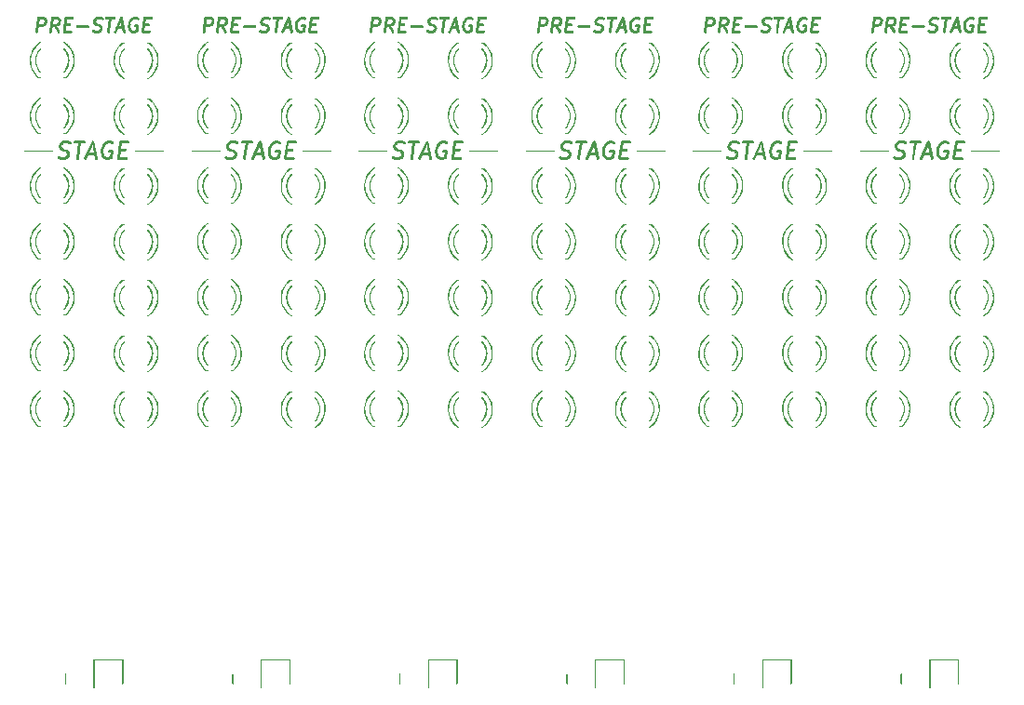
<source format=gto>
%MOIN*%
%OFA0B0*%
%FSLAX36Y36*%
%IPPOS*%
%LPD*%
G36*
X000499999Y001922048D02*
G01*
X000499999Y001927954D01*
X000399998Y001927954D01*
X000399086Y001927809D01*
X000398263Y001927389D01*
X000397610Y001926737D01*
X000397190Y001925913D01*
X000397047Y001925000D01*
X000397190Y001924088D01*
X000397610Y001923265D01*
X000398263Y001922612D01*
X000399086Y001922193D01*
X000399998Y001922048D01*
X000499999Y001922048D01*
G37*
G36*
X000099998Y001922048D02*
G01*
X000100909Y001922193D01*
X000101733Y001922612D01*
X000102388Y001923265D01*
X000102806Y001924088D01*
X000102952Y001925000D01*
X000102806Y001925913D01*
X000102388Y001926737D01*
X000101733Y001927389D01*
X000100909Y001927809D01*
X000099998Y001927954D01*
X000000000Y001927954D01*
X000000000Y001922048D01*
X000099998Y001922048D01*
G37*
G36*
X000131528Y001893365D02*
G01*
X000133049Y001893605D01*
X000134420Y001894305D01*
X000135509Y001895393D01*
X000136208Y001896765D01*
X000136449Y001898286D01*
X000136208Y001899806D01*
X000135509Y001901177D01*
X000134420Y001902266D01*
X000133049Y001902966D01*
X000124965Y001905778D01*
X000123443Y001906019D01*
X000121921Y001905778D01*
X000120551Y001905079D01*
X000119462Y001903990D01*
X000118762Y001902619D01*
X000118521Y001901098D01*
X000118762Y001899578D01*
X000119462Y001898205D01*
X000120551Y001897117D01*
X000121921Y001896417D01*
X000130008Y001893605D01*
X000131528Y001893365D01*
G37*
G36*
X000145590Y001893365D02*
G01*
X000147108Y001893605D01*
X000148481Y001894305D01*
X000149570Y001895393D01*
X000150270Y001896765D01*
X000150510Y001898286D01*
X000150270Y001899806D01*
X000149570Y001901177D01*
X000148481Y001902266D01*
X000147108Y001902966D01*
X000145590Y001903207D01*
X000131528Y001903207D01*
X000130008Y001902966D01*
X000128635Y001902266D01*
X000127547Y001901177D01*
X000126846Y001899806D01*
X000126606Y001898286D01*
X000126846Y001896765D01*
X000127547Y001895393D01*
X000128635Y001894305D01*
X000130008Y001893605D01*
X000131528Y001893365D01*
X000145590Y001893365D01*
G37*
G36*
X000145590Y001893365D02*
G01*
X000147108Y001893605D01*
X000153086Y001896417D01*
X000154457Y001897117D01*
X000155546Y001898205D01*
X000156245Y001899578D01*
X000156485Y001901098D01*
X000156245Y001902619D01*
X000155546Y001903990D01*
X000154457Y001905079D01*
X000153086Y001905778D01*
X000151564Y001906019D01*
X000150042Y001905778D01*
X000144069Y001902966D01*
X000142696Y001902266D01*
X000141606Y001901177D01*
X000140907Y001899806D01*
X000140668Y001898286D01*
X000140907Y001896765D01*
X000141606Y001895393D01*
X000142696Y001894305D01*
X000144069Y001893605D01*
X000145590Y001893365D01*
G37*
G36*
X000151564Y001896176D02*
G01*
X000153086Y001896417D01*
X000154457Y001897117D01*
X000157620Y001899928D01*
X000158709Y001901017D01*
X000159409Y001902389D01*
X000159649Y001903910D01*
X000159409Y001905430D01*
X000158709Y001906802D01*
X000157620Y001907891D01*
X000156250Y001908590D01*
X000154728Y001908831D01*
X000153208Y001908590D01*
X000151835Y001907891D01*
X000148671Y001905079D01*
X000147583Y001903990D01*
X000146884Y001902619D01*
X000146643Y001901098D01*
X000146884Y001899578D01*
X000147583Y001898205D01*
X000148671Y001897117D01*
X000150042Y001896417D01*
X000151564Y001896176D01*
G37*
G36*
X000154728Y001898989D02*
G01*
X000156250Y001899229D01*
X000157620Y001899928D01*
X000158709Y001901017D01*
X000162225Y001906640D01*
X000162924Y001908013D01*
X000163165Y001909533D01*
X000162924Y001911055D01*
X000162225Y001912426D01*
X000161136Y001913515D01*
X000159765Y001914214D01*
X000158243Y001914456D01*
X000156723Y001914214D01*
X000155351Y001913515D01*
X000154262Y001912426D01*
X000150747Y001906802D01*
X000150047Y001905430D01*
X000149806Y001903910D01*
X000150047Y001902389D01*
X000150747Y001901017D01*
X000151835Y001899928D01*
X000153208Y001899229D01*
X000154728Y001898989D01*
G37*
G36*
X000158243Y001904613D02*
G01*
X000159765Y001904854D01*
X000161136Y001905552D01*
X000162225Y001906640D01*
X000162924Y001908013D01*
X000163165Y001909533D01*
X000163868Y001915158D01*
X000163628Y001916679D01*
X000162928Y001918051D01*
X000161838Y001919140D01*
X000160466Y001919839D01*
X000158947Y001920079D01*
X000157425Y001919839D01*
X000156054Y001919140D01*
X000154964Y001918051D01*
X000154266Y001916679D01*
X000154026Y001915158D01*
X000153321Y001909533D01*
X000153563Y001908013D01*
X000154262Y001906640D01*
X000155351Y001905552D01*
X000156723Y001904854D01*
X000158243Y001904613D01*
G37*
G36*
X000158947Y001910236D02*
G01*
X000160466Y001910478D01*
X000161838Y001911178D01*
X000162928Y001912265D01*
X000163628Y001913638D01*
X000163868Y001915158D01*
X000163628Y001916679D01*
X000161518Y001922304D01*
X000160819Y001923675D01*
X000159728Y001924764D01*
X000158357Y001925463D01*
X000156836Y001925704D01*
X000155316Y001925463D01*
X000153945Y001924764D01*
X000152856Y001923675D01*
X000152156Y001922304D01*
X000151916Y001920783D01*
X000152156Y001919263D01*
X000154266Y001913638D01*
X000154964Y001912265D01*
X000156054Y001911178D01*
X000157425Y001910478D01*
X000158947Y001910236D01*
G37*
G36*
X000156836Y001915862D02*
G01*
X000158357Y001916102D01*
X000159728Y001916802D01*
X000160819Y001917889D01*
X000161518Y001919263D01*
X000161758Y001920783D01*
X000161518Y001922304D01*
X000160819Y001923675D01*
X000158357Y001926486D01*
X000157269Y001927575D01*
X000155898Y001928275D01*
X000154376Y001928516D01*
X000152856Y001928275D01*
X000151484Y001927575D01*
X000150395Y001926486D01*
X000149696Y001925115D01*
X000149455Y001923595D01*
X000149696Y001922074D01*
X000150395Y001920702D01*
X000152856Y001917889D01*
X000153945Y001916802D01*
X000155316Y001916102D01*
X000156836Y001915862D01*
G37*
G36*
X000154376Y001918674D02*
G01*
X000155898Y001918914D01*
X000157269Y001919613D01*
X000158357Y001920702D01*
X000159057Y001922074D01*
X000159297Y001923595D01*
X000159057Y001925115D01*
X000158357Y001926486D01*
X000157269Y001927575D01*
X000151996Y001930388D01*
X000150625Y001931087D01*
X000149104Y001931328D01*
X000147583Y001931087D01*
X000146212Y001930388D01*
X000145121Y001929300D01*
X000144425Y001927928D01*
X000144183Y001926407D01*
X000144425Y001924886D01*
X000145121Y001923514D01*
X000146212Y001922425D01*
X000151484Y001919613D01*
X000152856Y001918914D01*
X000154376Y001918674D01*
G37*
G36*
X000149104Y001921485D02*
G01*
X000150625Y001921726D01*
X000151996Y001922425D01*
X000153086Y001923514D01*
X000153785Y001924886D01*
X000154026Y001926407D01*
X000153785Y001927928D01*
X000153086Y001929300D01*
X000151996Y001930388D01*
X000150625Y001931087D01*
X000139728Y001933899D01*
X000138207Y001934141D01*
X000136686Y001933899D01*
X000135315Y001933200D01*
X000134225Y001932111D01*
X000133527Y001930740D01*
X000133285Y001929219D01*
X000133527Y001927698D01*
X000134225Y001926326D01*
X000135315Y001925237D01*
X000136686Y001924539D01*
X000147583Y001921726D01*
X000149104Y001921485D01*
G37*
G36*
X000138207Y001924298D02*
G01*
X000139728Y001924539D01*
X000141099Y001925237D01*
X000142188Y001926326D01*
X000142886Y001927698D01*
X000143128Y001929219D01*
X000142886Y001930740D01*
X000142188Y001932111D01*
X000141099Y001933200D01*
X000135827Y001936013D01*
X000134455Y001936711D01*
X000132934Y001936953D01*
X000131414Y001936711D01*
X000130041Y001936013D01*
X000128953Y001934924D01*
X000128255Y001933552D01*
X000128012Y001932032D01*
X000128255Y001930510D01*
X000128953Y001929138D01*
X000130041Y001928050D01*
X000135315Y001925237D01*
X000136686Y001924539D01*
X000138207Y001924298D01*
G37*
G36*
X000132934Y001927110D02*
G01*
X000134455Y001927350D01*
X000135827Y001928050D01*
X000136916Y001929138D01*
X000137614Y001930510D01*
X000137856Y001932032D01*
X000137614Y001933552D01*
X000136916Y001934924D01*
X000134455Y001937736D01*
X000133365Y001938824D01*
X000131994Y001939524D01*
X000130474Y001939764D01*
X000128953Y001939524D01*
X000127581Y001938824D01*
X000126492Y001937736D01*
X000125791Y001936364D01*
X000125553Y001934842D01*
X000125791Y001933323D01*
X000126492Y001931949D01*
X000128953Y001929138D01*
X000130041Y001928050D01*
X000131414Y001927350D01*
X000132934Y001927110D01*
G37*
G36*
X000130474Y001929922D02*
G01*
X000131994Y001930163D01*
X000133365Y001930863D01*
X000134455Y001931949D01*
X000135155Y001933323D01*
X000135395Y001934842D01*
X000135155Y001936364D01*
X000133045Y001941989D01*
X000132345Y001943360D01*
X000131257Y001944449D01*
X000129886Y001945147D01*
X000128364Y001945389D01*
X000126843Y001945147D01*
X000125471Y001944449D01*
X000124384Y001943360D01*
X000123683Y001941989D01*
X000123443Y001940468D01*
X000123683Y001938948D01*
X000125791Y001933323D01*
X000126492Y001931949D01*
X000127581Y001930863D01*
X000128953Y001930163D01*
X000130474Y001929922D01*
G37*
G36*
X000128364Y001935546D02*
G01*
X000129886Y001935787D01*
X000131257Y001936487D01*
X000132345Y001937575D01*
X000133045Y001938948D01*
X000133285Y001940468D01*
X000133989Y001946092D01*
X000133748Y001947613D01*
X000133049Y001948985D01*
X000131960Y001950073D01*
X000130588Y001950772D01*
X000129067Y001951013D01*
X000127547Y001950772D01*
X000126176Y001950073D01*
X000125086Y001948985D01*
X000124387Y001947613D01*
X000124145Y001946092D01*
X000123443Y001940468D01*
X000123683Y001938948D01*
X000124384Y001937575D01*
X000125471Y001936487D01*
X000126843Y001935787D01*
X000128364Y001935546D01*
G37*
G36*
X000129067Y001941171D02*
G01*
X000130588Y001941412D01*
X000131960Y001942110D01*
X000133049Y001943199D01*
X000136564Y001948823D01*
X000137263Y001950195D01*
X000137504Y001951717D01*
X000137263Y001953236D01*
X000136564Y001954609D01*
X000135475Y001955698D01*
X000134102Y001956397D01*
X000132583Y001956638D01*
X000131062Y001956397D01*
X000129691Y001955698D01*
X000128601Y001954609D01*
X000125086Y001948985D01*
X000124387Y001947613D01*
X000124145Y001946092D01*
X000124387Y001944571D01*
X000125086Y001943199D01*
X000126176Y001942110D01*
X000127547Y001941412D01*
X000129067Y001941171D01*
G37*
G36*
X000132583Y001946794D02*
G01*
X000134102Y001947035D01*
X000135475Y001947735D01*
X000138639Y001950548D01*
X000139728Y001951635D01*
X000140428Y001953008D01*
X000140668Y001954528D01*
X000140428Y001956049D01*
X000139728Y001957421D01*
X000138639Y001958510D01*
X000137266Y001959208D01*
X000135747Y001959449D01*
X000134225Y001959208D01*
X000132854Y001958510D01*
X000129691Y001955698D01*
X000128601Y001954609D01*
X000127901Y001953236D01*
X000127661Y001951717D01*
X000127901Y001950195D01*
X000128601Y001948823D01*
X000129691Y001947735D01*
X000131062Y001947035D01*
X000132583Y001946794D01*
G37*
G36*
X000135747Y001949607D02*
G01*
X000137266Y001949848D01*
X000143243Y001952660D01*
X000144614Y001953360D01*
X000145704Y001954448D01*
X000146401Y001955821D01*
X000146643Y001957341D01*
X000146401Y001958861D01*
X000145704Y001960233D01*
X000144614Y001961322D01*
X000143243Y001962021D01*
X000141721Y001962262D01*
X000140201Y001962021D01*
X000134225Y001959208D01*
X000132854Y001958510D01*
X000131764Y001957421D01*
X000131064Y001956049D01*
X000130825Y001954528D01*
X000131064Y001953008D01*
X000131764Y001951635D01*
X000132854Y001950548D01*
X000134225Y001949848D01*
X000135747Y001949607D01*
G37*
G36*
X000155783Y001952420D02*
G01*
X000157302Y001952660D01*
X000158676Y001953360D01*
X000159765Y001954448D01*
X000160463Y001955821D01*
X000160705Y001957341D01*
X000160463Y001958861D01*
X000159765Y001960233D01*
X000158676Y001961322D01*
X000157302Y001962021D01*
X000155783Y001962262D01*
X000141721Y001962262D01*
X000140201Y001962021D01*
X000138829Y001961322D01*
X000137740Y001960233D01*
X000137042Y001958861D01*
X000136800Y001957341D01*
X000137042Y001955821D01*
X000137740Y001954448D01*
X000138829Y001953360D01*
X000140201Y001952660D01*
X000141721Y001952420D01*
X000155783Y001952420D01*
G37*
G36*
X000163868Y001949607D02*
G01*
X000165389Y001949848D01*
X000166759Y001950548D01*
X000167849Y001951635D01*
X000168548Y001953008D01*
X000168790Y001954528D01*
X000168548Y001956049D01*
X000167849Y001957421D01*
X000166759Y001958510D01*
X000165389Y001959208D01*
X000157302Y001962021D01*
X000155783Y001962262D01*
X000154262Y001962021D01*
X000152891Y001961322D01*
X000151801Y001960233D01*
X000151102Y001958861D01*
X000150861Y001957341D01*
X000151102Y001955821D01*
X000151801Y001954448D01*
X000152891Y001953360D01*
X000154262Y001952660D01*
X000162345Y001949848D01*
X000163868Y001949607D01*
G37*
G36*
X000214838Y001952420D02*
G01*
X000216358Y001952660D01*
X000217731Y001953360D01*
X000218820Y001954448D01*
X000219517Y001955821D01*
X000219758Y001957341D01*
X000219517Y001958861D01*
X000218820Y001960233D01*
X000217731Y001961322D01*
X000216358Y001962021D01*
X000214838Y001962262D01*
X000181091Y001962262D01*
X000179571Y001962021D01*
X000178200Y001961322D01*
X000177110Y001960233D01*
X000176412Y001958861D01*
X000176170Y001957341D01*
X000176412Y001955821D01*
X000177110Y001954448D01*
X000178200Y001953360D01*
X000179571Y001952660D01*
X000181091Y001952420D01*
X000214838Y001952420D01*
G37*
G36*
X000190583Y001893365D02*
G01*
X000192104Y001893605D01*
X000193475Y001894305D01*
X000194564Y001895393D01*
X000195263Y001896765D01*
X000195504Y001898286D01*
X000202886Y001957341D01*
X000202646Y001958861D01*
X000201946Y001960233D01*
X000200858Y001961322D01*
X000199486Y001962021D01*
X000197966Y001962262D01*
X000196444Y001962021D01*
X000195073Y001961322D01*
X000193984Y001960233D01*
X000193284Y001958861D01*
X000193044Y001957341D01*
X000185663Y001898286D01*
X000185902Y001896765D01*
X000186603Y001895393D01*
X000187690Y001894305D01*
X000189061Y001893605D01*
X000190583Y001893365D01*
G37*
G36*
X000254558Y001910236D02*
G01*
X000256081Y001910478D01*
X000257453Y001911178D01*
X000258540Y001912265D01*
X000259240Y001913638D01*
X000259480Y001915158D01*
X000259240Y001916679D01*
X000258540Y001918051D01*
X000257453Y001919140D01*
X000256081Y001919839D01*
X000254558Y001920079D01*
X000226439Y001920079D01*
X000224917Y001919839D01*
X000223546Y001919140D01*
X000222457Y001918051D01*
X000221758Y001916679D01*
X000221517Y001915158D01*
X000221758Y001913638D01*
X000222457Y001912265D01*
X000223546Y001911178D01*
X000224917Y001910478D01*
X000226439Y001910236D01*
X000254558Y001910236D01*
G37*
G36*
X000218704Y001893365D02*
G01*
X000220226Y001893605D01*
X000221597Y001894305D01*
X000222686Y001895393D01*
X000223385Y001896765D01*
X000250452Y001955821D01*
X000250693Y001957341D01*
X000250452Y001958861D01*
X000249753Y001960233D01*
X000248665Y001961322D01*
X000247291Y001962021D01*
X000245772Y001962262D01*
X000244252Y001962021D01*
X000242879Y001961322D01*
X000241791Y001960233D01*
X000241091Y001958861D01*
X000214025Y001899806D01*
X000213783Y001898286D01*
X000214025Y001896765D01*
X000214724Y001895393D01*
X000215811Y001894305D01*
X000217184Y001893605D01*
X000218704Y001893365D01*
G37*
G36*
X000258074Y001893365D02*
G01*
X000259596Y001893605D01*
X000260967Y001894305D01*
X000262054Y001895393D01*
X000262755Y001896765D01*
X000262995Y001898286D01*
X000262755Y001899806D01*
X000250452Y001958861D01*
X000249753Y001960233D01*
X000248665Y001961322D01*
X000247291Y001962021D01*
X000245772Y001962262D01*
X000244252Y001962021D01*
X000242879Y001961322D01*
X000241791Y001960233D01*
X000241091Y001958861D01*
X000240851Y001957341D01*
X000241091Y001955821D01*
X000253394Y001896765D01*
X000254094Y001895393D01*
X000255181Y001894305D01*
X000256554Y001893605D01*
X000258074Y001893365D01*
G37*
G36*
X000315723Y001949607D02*
G01*
X000317244Y001949848D01*
X000318616Y001950548D01*
X000319705Y001951635D01*
X000320403Y001953008D01*
X000320645Y001954528D01*
X000320403Y001956049D01*
X000319705Y001957421D01*
X000318616Y001958510D01*
X000313344Y001961322D01*
X000311972Y001962021D01*
X000310451Y001962262D01*
X000308930Y001962021D01*
X000307558Y001961322D01*
X000306469Y001960233D01*
X000305771Y001958861D01*
X000305529Y001957341D01*
X000305771Y001955821D01*
X000306469Y001954448D01*
X000307558Y001953360D01*
X000312832Y001950548D01*
X000314204Y001949848D01*
X000315723Y001949607D01*
G37*
G36*
X000310451Y001952420D02*
G01*
X000311972Y001952660D01*
X000313344Y001953360D01*
X000314432Y001954448D01*
X000315131Y001955821D01*
X000315372Y001957341D01*
X000315131Y001958861D01*
X000314432Y001960233D01*
X000313344Y001961322D01*
X000311972Y001962021D01*
X000310451Y001962262D01*
X000302015Y001962262D01*
X000300494Y001962021D01*
X000299122Y001961322D01*
X000298033Y001960233D01*
X000297335Y001958861D01*
X000297093Y001957341D01*
X000297335Y001955821D01*
X000298033Y001954448D01*
X000299122Y001953360D01*
X000300494Y001952660D01*
X000302015Y001952420D01*
X000310451Y001952420D01*
G37*
G36*
X000293227Y001949607D02*
G01*
X000294746Y001949848D01*
X000303536Y001952660D01*
X000304907Y001953360D01*
X000305996Y001954448D01*
X000306694Y001955821D01*
X000306936Y001957341D01*
X000306694Y001958861D01*
X000305996Y001960233D01*
X000304907Y001961322D01*
X000303536Y001962021D01*
X000302015Y001962262D01*
X000300494Y001962021D01*
X000291705Y001959208D01*
X000290335Y001958510D01*
X000289244Y001957421D01*
X000288546Y001956049D01*
X000288306Y001954528D01*
X000288546Y001953008D01*
X000289244Y001951635D01*
X000290335Y001950548D01*
X000291705Y001949848D01*
X000293227Y001949607D01*
G37*
G36*
X000286899Y001943983D02*
G01*
X000288420Y001944224D01*
X000289792Y001944923D01*
X000296118Y001950548D01*
X000297209Y001951635D01*
X000297907Y001953008D01*
X000298149Y001954528D01*
X000297907Y001956049D01*
X000297209Y001957421D01*
X000296118Y001958510D01*
X000294746Y001959208D01*
X000293227Y001959449D01*
X000291705Y001959208D01*
X000290335Y001958510D01*
X000284007Y001952884D01*
X000282918Y001951795D01*
X000282220Y001950424D01*
X000281978Y001948904D01*
X000282220Y001947383D01*
X000282918Y001946011D01*
X000284007Y001944923D01*
X000285379Y001944224D01*
X000286899Y001943983D01*
G37*
G36*
X000283385Y001938359D02*
G01*
X000284904Y001938599D01*
X000286277Y001939298D01*
X000287366Y001940387D01*
X000290881Y001946011D01*
X000291581Y001947383D01*
X000291821Y001948904D01*
X000291581Y001950424D01*
X000290881Y001951795D01*
X000289792Y001952884D01*
X000288420Y001953584D01*
X000286899Y001953826D01*
X000285379Y001953584D01*
X000284007Y001952884D01*
X000282918Y001951795D01*
X000279403Y001946173D01*
X000278702Y001944800D01*
X000278463Y001943280D01*
X000278702Y001941759D01*
X000279403Y001940387D01*
X000280492Y001939298D01*
X000281863Y001938599D01*
X000283385Y001938359D01*
G37*
G36*
X000279165Y001927110D02*
G01*
X000280687Y001927350D01*
X000282058Y001928050D01*
X000283148Y001929138D01*
X000283846Y001930510D01*
X000288066Y001941759D01*
X000288306Y001943280D01*
X000288066Y001944800D01*
X000287366Y001946173D01*
X000286277Y001947261D01*
X000284904Y001947959D01*
X000283385Y001948201D01*
X000281863Y001947959D01*
X000280492Y001947261D01*
X000279403Y001946173D01*
X000278702Y001944800D01*
X000274485Y001933552D01*
X000274245Y001932032D01*
X000274485Y001930510D01*
X000275185Y001929138D01*
X000276272Y001928050D01*
X000277646Y001927350D01*
X000279165Y001927110D01*
G37*
G36*
X000278112Y001918674D02*
G01*
X000279633Y001918914D01*
X000281003Y001919613D01*
X000282092Y001920702D01*
X000282792Y001922074D01*
X000283033Y001923595D01*
X000284088Y001932032D01*
X000283846Y001933552D01*
X000283148Y001934924D01*
X000282058Y001936013D01*
X000280687Y001936711D01*
X000279165Y001936953D01*
X000277646Y001936711D01*
X000276272Y001936013D01*
X000275185Y001934924D01*
X000274485Y001933552D01*
X000274245Y001932032D01*
X000273191Y001923595D01*
X000273430Y001922074D01*
X000274129Y001920702D01*
X000275218Y001919613D01*
X000276592Y001918914D01*
X000278112Y001918674D01*
G37*
G36*
X000279517Y001907425D02*
G01*
X000281038Y001907665D01*
X000282410Y001908365D01*
X000283499Y001909453D01*
X000284197Y001910825D01*
X000284439Y001912347D01*
X000283033Y001923595D01*
X000282792Y001925115D01*
X000282092Y001926486D01*
X000281003Y001927575D01*
X000279633Y001928275D01*
X000278112Y001928516D01*
X000276592Y001928275D01*
X000275218Y001927575D01*
X000274129Y001926486D01*
X000273430Y001925115D01*
X000273191Y001923595D01*
X000274596Y001912347D01*
X000274838Y001910825D01*
X000275536Y001909453D01*
X000276624Y001908365D01*
X000277995Y001907665D01*
X000279517Y001907425D01*
G37*
G36*
X000281627Y001901801D02*
G01*
X000283148Y001902041D01*
X000284518Y001902740D01*
X000285608Y001903829D01*
X000286307Y001905201D01*
X000286547Y001906722D01*
X000286307Y001908243D01*
X000284197Y001913867D01*
X000283499Y001915238D01*
X000282410Y001916328D01*
X000281038Y001917026D01*
X000279517Y001917268D01*
X000277995Y001917026D01*
X000276624Y001916328D01*
X000275536Y001915238D01*
X000274838Y001913867D01*
X000274596Y001912347D01*
X000274838Y001910825D01*
X000276946Y001905201D01*
X000277646Y001903829D01*
X000278734Y001902740D01*
X000280106Y001902041D01*
X000281627Y001901801D01*
G37*
G36*
X000286547Y001896176D02*
G01*
X000288069Y001896417D01*
X000289440Y001897117D01*
X000290530Y001898205D01*
X000291228Y001899578D01*
X000291469Y001901098D01*
X000291228Y001902619D01*
X000290530Y001903990D01*
X000285608Y001909615D01*
X000284518Y001910703D01*
X000283148Y001911402D01*
X000281627Y001911643D01*
X000280106Y001911402D01*
X000278734Y001910703D01*
X000277646Y001909615D01*
X000276946Y001908243D01*
X000276706Y001906722D01*
X000276946Y001905201D01*
X000277646Y001903829D01*
X000282567Y001898205D01*
X000283655Y001897117D01*
X000285028Y001896417D01*
X000286547Y001896176D01*
G37*
G36*
X000294632Y001893365D02*
G01*
X000296153Y001893605D01*
X000297525Y001894305D01*
X000298614Y001895393D01*
X000299312Y001896765D01*
X000299554Y001898286D01*
X000299312Y001899806D01*
X000298614Y001901177D01*
X000297525Y001902266D01*
X000296153Y001902966D01*
X000288069Y001905778D01*
X000286547Y001906019D01*
X000285028Y001905778D01*
X000283655Y001905079D01*
X000282567Y001903990D01*
X000281867Y001902619D01*
X000281627Y001901098D01*
X000281867Y001899578D01*
X000282567Y001898205D01*
X000283655Y001897117D01*
X000285028Y001896417D01*
X000293113Y001893605D01*
X000294632Y001893365D01*
G37*
G36*
X000300257Y001893365D02*
G01*
X000301778Y001893605D01*
X000303150Y001894305D01*
X000304239Y001895393D01*
X000304938Y001896765D01*
X000305179Y001898286D01*
X000304938Y001899806D01*
X000304239Y001901177D01*
X000303150Y001902266D01*
X000301778Y001902966D01*
X000300257Y001903207D01*
X000294632Y001903207D01*
X000293113Y001902966D01*
X000291740Y001902266D01*
X000290650Y001901177D01*
X000289951Y001899806D01*
X000289710Y001898286D01*
X000289951Y001896765D01*
X000290650Y001895393D01*
X000291740Y001894305D01*
X000293113Y001893605D01*
X000294632Y001893365D01*
X000300257Y001893365D01*
G37*
G36*
X000300257Y001893365D02*
G01*
X000301778Y001893605D01*
X000310567Y001896417D01*
X000311937Y001897117D01*
X000313026Y001898205D01*
X000313725Y001899578D01*
X000313966Y001901098D01*
X000313725Y001902619D01*
X000313026Y001903990D01*
X000311937Y001905079D01*
X000310567Y001905778D01*
X000309044Y001906019D01*
X000307524Y001905778D01*
X000298736Y001902966D01*
X000297364Y001902266D01*
X000296276Y001901177D01*
X000295578Y001899806D01*
X000295336Y001898286D01*
X000295578Y001896765D01*
X000296276Y001895393D01*
X000297364Y001894305D01*
X000298736Y001893605D01*
X000300257Y001893365D01*
G37*
G36*
X000309044Y001896176D02*
G01*
X000310567Y001896417D01*
X000311937Y001897117D01*
X000315101Y001899928D01*
X000316190Y001901017D01*
X000316888Y001902389D01*
X000317130Y001903910D01*
X000316888Y001905430D01*
X000316190Y001906802D01*
X000315101Y001907891D01*
X000313729Y001908590D01*
X000312208Y001908831D01*
X000310689Y001908590D01*
X000309316Y001907891D01*
X000306152Y001905079D01*
X000305063Y001903990D01*
X000304365Y001902619D01*
X000304123Y001901098D01*
X000304365Y001899578D01*
X000305063Y001898205D01*
X000306152Y001897117D01*
X000307524Y001896417D01*
X000309044Y001896176D01*
G37*
G36*
X000312208Y001898989D02*
G01*
X000313729Y001899229D01*
X000315101Y001899928D01*
X000316190Y001901017D01*
X000316888Y001902389D01*
X000317130Y001903910D01*
X000319591Y001923595D01*
X000319350Y001925115D01*
X000318650Y001926486D01*
X000317561Y001927575D01*
X000316190Y001928275D01*
X000314669Y001928516D01*
X000313148Y001928275D01*
X000311777Y001927575D01*
X000310689Y001926486D01*
X000309990Y001925115D01*
X000309749Y001923595D01*
X000307287Y001903910D01*
X000307529Y001902389D01*
X000308227Y001901017D01*
X000309316Y001899928D01*
X000310689Y001899229D01*
X000312208Y001898989D01*
G37*
G36*
X000314669Y001918674D02*
G01*
X000316190Y001918914D01*
X000317561Y001919613D01*
X000318650Y001920702D01*
X000319350Y001922074D01*
X000319591Y001923595D01*
X000319350Y001925115D01*
X000318650Y001926486D01*
X000317561Y001927575D01*
X000316190Y001928275D01*
X000314669Y001928516D01*
X000303420Y001928516D01*
X000301900Y001928275D01*
X000300528Y001927575D01*
X000299440Y001926486D01*
X000298740Y001925115D01*
X000298500Y001923595D01*
X000298740Y001922074D01*
X000299440Y001920702D01*
X000300528Y001919613D01*
X000301900Y001918914D01*
X000303420Y001918674D01*
X000314669Y001918674D01*
G37*
G36*
X000360366Y001924298D02*
G01*
X000361887Y001924539D01*
X000363258Y001925237D01*
X000364349Y001926326D01*
X000365047Y001927698D01*
X000365289Y001929219D01*
X000365047Y001930740D01*
X000364349Y001932111D01*
X000363258Y001933200D01*
X000361887Y001933899D01*
X000360366Y001934141D01*
X000340681Y001934141D01*
X000339162Y001933899D01*
X000337788Y001933200D01*
X000336700Y001932111D01*
X000336002Y001930740D01*
X000335760Y001929219D01*
X000336002Y001927698D01*
X000336700Y001926326D01*
X000337788Y001925237D01*
X000339162Y001924539D01*
X000340681Y001924298D01*
X000360366Y001924298D01*
G37*
G36*
X000364936Y001893365D02*
G01*
X000366457Y001893605D01*
X000367829Y001894305D01*
X000368918Y001895393D01*
X000369616Y001896765D01*
X000369858Y001898286D01*
X000369616Y001899806D01*
X000368918Y001901177D01*
X000367829Y001902266D01*
X000366457Y001902966D01*
X000364936Y001903207D01*
X000336814Y001903207D01*
X000335294Y001902966D01*
X000333921Y001902266D01*
X000332833Y001901177D01*
X000332134Y001899806D01*
X000331893Y001898286D01*
X000332134Y001896765D01*
X000332833Y001895393D01*
X000333921Y001894305D01*
X000335294Y001893605D01*
X000336814Y001893365D01*
X000364936Y001893365D01*
G37*
G36*
X000336814Y001893365D02*
G01*
X000338334Y001893605D01*
X000339707Y001894305D01*
X000340795Y001895393D01*
X000341495Y001896765D01*
X000341737Y001898286D01*
X000349119Y001957341D01*
X000348877Y001958861D01*
X000348179Y001960233D01*
X000347089Y001961322D01*
X000345717Y001962021D01*
X000344198Y001962262D01*
X000342677Y001962021D01*
X000341305Y001961322D01*
X000340215Y001960233D01*
X000339517Y001958861D01*
X000339276Y001957341D01*
X000331893Y001898286D01*
X000332134Y001896765D01*
X000332833Y001895393D01*
X000333921Y001894305D01*
X000335294Y001893605D01*
X000336814Y001893365D01*
G37*
G36*
X000372318Y001952420D02*
G01*
X000373838Y001952660D01*
X000375211Y001953360D01*
X000376299Y001954448D01*
X000376998Y001955821D01*
X000377240Y001957341D01*
X000376998Y001958861D01*
X000376299Y001960233D01*
X000375211Y001961322D01*
X000373838Y001962021D01*
X000372318Y001962262D01*
X000344198Y001962262D01*
X000342677Y001962021D01*
X000341305Y001961322D01*
X000340215Y001960233D01*
X000339517Y001958861D01*
X000339276Y001957341D01*
X000339517Y001955821D01*
X000340215Y001954448D01*
X000341305Y001953360D01*
X000342677Y001952660D01*
X000344198Y001952420D01*
X000372318Y001952420D01*
G37*
G36*
X000044513Y002347817D02*
G01*
X000046033Y002348058D01*
X000047404Y002348757D01*
X000048495Y002349846D01*
X000049191Y002351217D01*
X000049433Y002352738D01*
X000055585Y002401950D01*
X000055345Y002403472D01*
X000054646Y002404843D01*
X000053555Y002405933D01*
X000052184Y002406631D01*
X000050664Y002406872D01*
X000049143Y002406631D01*
X000047772Y002405933D01*
X000046682Y002404843D01*
X000045984Y002403472D01*
X000045744Y002401950D01*
X000039590Y002352738D01*
X000039831Y002351217D01*
X000040531Y002349846D01*
X000041621Y002348757D01*
X000042992Y002348058D01*
X000044513Y002347817D01*
G37*
G36*
X000069411Y002397029D02*
G01*
X000070933Y002397271D01*
X000072304Y002397969D01*
X000073392Y002399058D01*
X000074093Y002400430D01*
X000074332Y002401950D01*
X000074093Y002403472D01*
X000073392Y002404843D01*
X000072304Y002405933D01*
X000070933Y002406631D01*
X000069411Y002406872D01*
X000050664Y002406872D01*
X000049143Y002406631D01*
X000047772Y002405933D01*
X000046682Y002404843D01*
X000045984Y002403472D01*
X000045744Y002401950D01*
X000045984Y002400430D01*
X000046682Y002399058D01*
X000047772Y002397969D01*
X000049143Y002397271D01*
X000050664Y002397029D01*
X000069411Y002397029D01*
G37*
G36*
X000073807Y002394686D02*
G01*
X000075326Y002394926D01*
X000076698Y002395626D01*
X000077787Y002396714D01*
X000078486Y002398087D01*
X000078728Y002399608D01*
X000078486Y002401128D01*
X000077787Y002402500D01*
X000076698Y002403589D01*
X000072304Y002405933D01*
X000070933Y002406631D01*
X000069411Y002406872D01*
X000067891Y002406631D01*
X000066519Y002405933D01*
X000065431Y002404843D01*
X000064732Y002403472D01*
X000064491Y002401950D01*
X000064732Y002400430D01*
X000065431Y002399058D01*
X000066519Y002397969D01*
X000070913Y002395626D01*
X000072285Y002394926D01*
X000073807Y002394686D01*
G37*
G36*
X000075855Y002392342D02*
G01*
X000077377Y002392583D01*
X000078748Y002393282D01*
X000079838Y002394371D01*
X000080536Y002395743D01*
X000080777Y002397263D01*
X000080536Y002398785D01*
X000079838Y002400156D01*
X000077787Y002402500D01*
X000076698Y002403589D01*
X000075326Y002404287D01*
X000073807Y002404529D01*
X000072285Y002404287D01*
X000070913Y002403589D01*
X000069824Y002402500D01*
X000069125Y002401128D01*
X000068884Y002399608D01*
X000069125Y002398087D01*
X000069824Y002396714D01*
X000071875Y002394371D01*
X000072964Y002393282D01*
X000074335Y002392583D01*
X000075855Y002392342D01*
G37*
G36*
X000077614Y002387656D02*
G01*
X000079135Y002387896D01*
X000080506Y002388596D01*
X000081596Y002389684D01*
X000082296Y002391056D01*
X000082535Y002392577D01*
X000082296Y002394097D01*
X000080536Y002398785D01*
X000079838Y002400156D01*
X000078748Y002401245D01*
X000077377Y002401944D01*
X000075855Y002402185D01*
X000074335Y002401944D01*
X000072964Y002401245D01*
X000071875Y002400156D01*
X000071176Y002398785D01*
X000070935Y002397263D01*
X000071176Y002395743D01*
X000072933Y002391056D01*
X000073633Y002389684D01*
X000074721Y002388596D01*
X000076094Y002387896D01*
X000077614Y002387656D01*
G37*
G36*
X000076736Y002380625D02*
G01*
X000078255Y002380866D01*
X000079627Y002381565D01*
X000080717Y002382654D01*
X000081415Y002384026D01*
X000081657Y002385546D01*
X000082535Y002392577D01*
X000082296Y002394097D01*
X000081596Y002395469D01*
X000080506Y002396558D01*
X000079135Y002397257D01*
X000077614Y002397498D01*
X000076094Y002397257D01*
X000074721Y002396558D01*
X000073633Y002395469D01*
X000072933Y002394097D01*
X000072693Y002392577D01*
X000071814Y002385546D01*
X000072054Y002384026D01*
X000072753Y002382654D01*
X000073844Y002381565D01*
X000075214Y002380866D01*
X000076736Y002380625D01*
G37*
G36*
X000073807Y002375938D02*
G01*
X000075326Y002376180D01*
X000076698Y002376878D01*
X000077787Y002377967D01*
X000080717Y002382654D01*
X000081415Y002384026D01*
X000081657Y002385546D01*
X000081415Y002387067D01*
X000080717Y002388439D01*
X000079627Y002389528D01*
X000078255Y002390227D01*
X000076736Y002390468D01*
X000075214Y002390227D01*
X000073844Y002389528D01*
X000072753Y002388439D01*
X000069824Y002383753D01*
X000069125Y002382380D01*
X000068884Y002380860D01*
X000069125Y002379339D01*
X000069824Y002377967D01*
X000070913Y002376878D01*
X000072285Y002376180D01*
X000073807Y002375938D01*
G37*
G36*
X000071168Y002373595D02*
G01*
X000072691Y002373836D01*
X000074062Y002374534D01*
X000076698Y002376878D01*
X000077787Y002377967D01*
X000078486Y002379339D01*
X000078728Y002380860D01*
X000078486Y002382380D01*
X000077787Y002383753D01*
X000076698Y002384841D01*
X000075326Y002385540D01*
X000073807Y002385781D01*
X000072285Y002385540D01*
X000070913Y002384841D01*
X000068276Y002382497D01*
X000067188Y002381408D01*
X000066488Y002380037D01*
X000066248Y002378516D01*
X000066488Y002376995D01*
X000067188Y002375623D01*
X000068276Y002374534D01*
X000069650Y002373836D01*
X000071168Y002373595D01*
G37*
G36*
X000066189Y002371252D02*
G01*
X000067711Y002371492D01*
X000072691Y002373836D01*
X000074062Y002374534D01*
X000075151Y002375623D01*
X000075851Y002376995D01*
X000076090Y002378516D01*
X000075851Y002380037D01*
X000075151Y002381408D01*
X000074062Y002382497D01*
X000072691Y002383196D01*
X000071168Y002383437D01*
X000069650Y002383196D01*
X000064669Y002380853D01*
X000063297Y002380154D01*
X000062207Y002379065D01*
X000061508Y002377694D01*
X000061268Y002376173D01*
X000061508Y002374652D01*
X000062207Y002373280D01*
X000063297Y002372191D01*
X000064669Y002371492D01*
X000066189Y002371252D01*
G37*
G36*
X000066189Y002371252D02*
G01*
X000067711Y002371492D01*
X000069082Y002372191D01*
X000070171Y002373280D01*
X000070869Y002374652D01*
X000071111Y002376173D01*
X000070869Y002377694D01*
X000070171Y002379065D01*
X000069082Y002380154D01*
X000067711Y002380853D01*
X000066189Y002381095D01*
X000047442Y002381095D01*
X000045922Y002380853D01*
X000044550Y002380154D01*
X000043460Y002379065D01*
X000042761Y002377694D01*
X000042520Y002376173D01*
X000042761Y002374652D01*
X000043460Y002373280D01*
X000044550Y002372191D01*
X000045922Y002371492D01*
X000047442Y002371252D01*
X000066189Y002371252D01*
G37*
G36*
X000121847Y002347817D02*
G01*
X000123367Y002348058D01*
X000124740Y002348757D01*
X000125828Y002349846D01*
X000126528Y002351217D01*
X000126767Y002352738D01*
X000126528Y002354260D01*
X000125828Y002355630D01*
X000112353Y002379065D01*
X000111264Y002380154D01*
X000109892Y002380853D01*
X000108373Y002381095D01*
X000106851Y002380853D01*
X000105480Y002380154D01*
X000104390Y002379065D01*
X000103691Y002377694D01*
X000103450Y002376173D01*
X000103691Y002374652D01*
X000104390Y002373280D01*
X000117865Y002349846D01*
X000118953Y002348757D01*
X000120326Y002348058D01*
X000121847Y002347817D01*
G37*
G36*
X000093725Y002347817D02*
G01*
X000095246Y002348058D01*
X000096618Y002348757D01*
X000097707Y002349846D01*
X000098405Y002351217D01*
X000098646Y002352738D01*
X000104798Y002401950D01*
X000104557Y002403472D01*
X000103858Y002404843D01*
X000102768Y002405933D01*
X000101397Y002406631D01*
X000099877Y002406872D01*
X000098357Y002406631D01*
X000096986Y002405933D01*
X000095895Y002404843D01*
X000095196Y002403472D01*
X000094955Y002401950D01*
X000088803Y002352738D01*
X000089044Y002351217D01*
X000089743Y002349846D01*
X000090833Y002348757D01*
X000092203Y002348058D01*
X000093725Y002347817D01*
G37*
G36*
X000118624Y002397029D02*
G01*
X000120145Y002397271D01*
X000121516Y002397969D01*
X000122606Y002399058D01*
X000123304Y002400430D01*
X000123546Y002401950D01*
X000123304Y002403472D01*
X000122606Y002404843D01*
X000121516Y002405933D01*
X000120145Y002406631D01*
X000118624Y002406872D01*
X000099877Y002406872D01*
X000098357Y002406631D01*
X000096986Y002405933D01*
X000095895Y002404843D01*
X000095196Y002403472D01*
X000094955Y002401950D01*
X000095196Y002400430D01*
X000095895Y002399058D01*
X000096986Y002397969D01*
X000098357Y002397271D01*
X000099877Y002397029D01*
X000118624Y002397029D01*
G37*
G36*
X000123019Y002394686D02*
G01*
X000124539Y002394926D01*
X000125911Y002395626D01*
X000126999Y002396714D01*
X000127699Y002398087D01*
X000127939Y002399608D01*
X000127699Y002401128D01*
X000126999Y002402500D01*
X000125911Y002403589D01*
X000121516Y002405933D01*
X000120145Y002406631D01*
X000118624Y002406872D01*
X000117104Y002406631D01*
X000115732Y002405933D01*
X000114643Y002404843D01*
X000113944Y002403472D01*
X000113703Y002401950D01*
X000113944Y002400430D01*
X000114643Y002399058D01*
X000115732Y002397969D01*
X000120125Y002395626D01*
X000121498Y002394926D01*
X000123019Y002394686D01*
G37*
G36*
X000125068Y002392342D02*
G01*
X000126589Y002392583D01*
X000127960Y002393282D01*
X000129050Y002394371D01*
X000129749Y002395743D01*
X000129990Y002397263D01*
X000129749Y002398785D01*
X000129050Y002400156D01*
X000126999Y002402500D01*
X000125911Y002403589D01*
X000124539Y002404287D01*
X000123019Y002404529D01*
X000121498Y002404287D01*
X000120125Y002403589D01*
X000119037Y002402500D01*
X000118337Y002401128D01*
X000118097Y002399608D01*
X000118337Y002398087D01*
X000119037Y002396714D01*
X000121086Y002394371D01*
X000122177Y002393282D01*
X000123547Y002392583D01*
X000125068Y002392342D01*
G37*
G36*
X000126826Y002387656D02*
G01*
X000128346Y002387896D01*
X000129718Y002388596D01*
X000130809Y002389684D01*
X000131507Y002391056D01*
X000131749Y002392577D01*
X000131507Y002394097D01*
X000129749Y002398785D01*
X000129050Y002400156D01*
X000127960Y002401245D01*
X000126589Y002401944D01*
X000125068Y002402185D01*
X000123547Y002401944D01*
X000122177Y002401245D01*
X000121086Y002400156D01*
X000120389Y002398785D01*
X000120147Y002397263D01*
X000120389Y002395743D01*
X000122146Y002391056D01*
X000122845Y002389684D01*
X000123935Y002388596D01*
X000125307Y002387896D01*
X000126826Y002387656D01*
G37*
G36*
X000125948Y002380625D02*
G01*
X000127468Y002380866D01*
X000128840Y002381565D01*
X000129928Y002382654D01*
X000130628Y002384026D01*
X000130869Y002385546D01*
X000131749Y002392577D01*
X000131507Y002394097D01*
X000130809Y002395469D01*
X000129718Y002396558D01*
X000128346Y002397257D01*
X000126826Y002397498D01*
X000125307Y002397257D01*
X000123935Y002396558D01*
X000122845Y002395469D01*
X000122146Y002394097D01*
X000121905Y002392577D01*
X000121026Y002385546D01*
X000121266Y002384026D01*
X000121966Y002382654D01*
X000123055Y002381565D01*
X000124427Y002380866D01*
X000125948Y002380625D01*
G37*
G36*
X000123019Y002375938D02*
G01*
X000124539Y002376180D01*
X000125911Y002376878D01*
X000126999Y002377967D01*
X000129928Y002382654D01*
X000130628Y002384026D01*
X000130869Y002385546D01*
X000130628Y002387067D01*
X000129928Y002388439D01*
X000128840Y002389528D01*
X000127468Y002390227D01*
X000125948Y002390468D01*
X000124427Y002390227D01*
X000123055Y002389528D01*
X000121966Y002388439D01*
X000119037Y002383753D01*
X000118337Y002382380D01*
X000118097Y002380860D01*
X000118337Y002379339D01*
X000119037Y002377967D01*
X000120125Y002376878D01*
X000121498Y002376180D01*
X000123019Y002375938D01*
G37*
G36*
X000120381Y002373595D02*
G01*
X000121903Y002373836D01*
X000123274Y002374534D01*
X000125911Y002376878D01*
X000126999Y002377967D01*
X000127699Y002379339D01*
X000127939Y002380860D01*
X000127699Y002382380D01*
X000126999Y002383753D01*
X000125911Y002384841D01*
X000124539Y002385540D01*
X000123019Y002385781D01*
X000121498Y002385540D01*
X000120125Y002384841D01*
X000117488Y002382497D01*
X000116400Y002381408D01*
X000115701Y002380037D01*
X000115460Y002378516D01*
X000115701Y002376995D01*
X000116400Y002375623D01*
X000117488Y002374534D01*
X000118863Y002373836D01*
X000120381Y002373595D01*
G37*
G36*
X000115401Y002371252D02*
G01*
X000116923Y002371492D01*
X000121903Y002373836D01*
X000123274Y002374534D01*
X000124364Y002375623D01*
X000125063Y002376995D01*
X000125302Y002378516D01*
X000125063Y002380037D01*
X000124364Y002381408D01*
X000123274Y002382497D01*
X000121903Y002383196D01*
X000120381Y002383437D01*
X000118863Y002383196D01*
X000113880Y002380853D01*
X000112510Y002380154D01*
X000111420Y002379065D01*
X000110721Y002377694D01*
X000110480Y002376173D01*
X000110721Y002374652D01*
X000111420Y002373280D01*
X000112510Y002372191D01*
X000113880Y002371492D01*
X000115401Y002371252D01*
G37*
G36*
X000115401Y002371252D02*
G01*
X000116923Y002371492D01*
X000118296Y002372191D01*
X000119383Y002373280D01*
X000120082Y002374652D01*
X000120323Y002376173D01*
X000120082Y002377694D01*
X000119383Y002379065D01*
X000118296Y002380154D01*
X000116923Y002380853D01*
X000115401Y002381095D01*
X000096655Y002381095D01*
X000095134Y002380853D01*
X000093763Y002380154D01*
X000092672Y002379065D01*
X000091973Y002377694D01*
X000091732Y002376173D01*
X000091973Y002374652D01*
X000092672Y002373280D01*
X000093763Y002372191D01*
X000095134Y002371492D01*
X000096655Y002371252D01*
X000115401Y002371252D01*
G37*
G36*
X000162564Y002373595D02*
G01*
X000164085Y002373836D01*
X000165458Y002374534D01*
X000166546Y002375623D01*
X000167244Y002376995D01*
X000167486Y002378516D01*
X000167244Y002380037D01*
X000166546Y002381408D01*
X000165458Y002382497D01*
X000164085Y002383196D01*
X000162564Y002383437D01*
X000146161Y002383437D01*
X000144640Y002383196D01*
X000143266Y002382497D01*
X000142178Y002381408D01*
X000141479Y002380037D01*
X000141239Y002378516D01*
X000141479Y002376995D01*
X000142178Y002375623D01*
X000143266Y002374534D01*
X000144640Y002373836D01*
X000146161Y002373595D01*
X000162564Y002373595D01*
G37*
G36*
X000166372Y002347817D02*
G01*
X000167893Y002348058D01*
X000169264Y002348757D01*
X000170353Y002349846D01*
X000171052Y002351217D01*
X000171293Y002352738D01*
X000171052Y002354260D01*
X000170353Y002355630D01*
X000169264Y002356720D01*
X000167893Y002357418D01*
X000166372Y002357659D01*
X000142937Y002357659D01*
X000141416Y002357418D01*
X000140045Y002356720D01*
X000138957Y002355630D01*
X000138258Y002354260D01*
X000138016Y002352738D01*
X000138258Y002351217D01*
X000138957Y002349846D01*
X000140045Y002348757D01*
X000141416Y002348058D01*
X000142937Y002347817D01*
X000166372Y002347817D01*
G37*
G36*
X000142937Y002347817D02*
G01*
X000144459Y002348058D01*
X000145830Y002348757D01*
X000146919Y002349846D01*
X000147617Y002351217D01*
X000147858Y002352738D01*
X000154010Y002401950D01*
X000153769Y002403472D01*
X000153072Y002404843D01*
X000151982Y002405933D01*
X000150610Y002406631D01*
X000149090Y002406872D01*
X000147569Y002406631D01*
X000146198Y002405933D01*
X000145107Y002404843D01*
X000144409Y002403472D01*
X000144168Y002401950D01*
X000138016Y002352738D01*
X000138258Y002351217D01*
X000138957Y002349846D01*
X000140045Y002348757D01*
X000141416Y002348058D01*
X000142937Y002347817D01*
G37*
G36*
X000172525Y002397029D02*
G01*
X000174044Y002397271D01*
X000175417Y002397969D01*
X000176505Y002399058D01*
X000177203Y002400430D01*
X000177445Y002401950D01*
X000177203Y002403472D01*
X000176505Y002404843D01*
X000175417Y002405933D01*
X000174044Y002406631D01*
X000172525Y002406872D01*
X000149090Y002406872D01*
X000147569Y002406631D01*
X000146198Y002405933D01*
X000145107Y002404843D01*
X000144409Y002403472D01*
X000144168Y002401950D01*
X000144409Y002400430D01*
X000145107Y002399058D01*
X000146198Y002397969D01*
X000147569Y002397271D01*
X000149090Y002397029D01*
X000172525Y002397029D01*
G37*
G36*
X000227302Y002366565D02*
G01*
X000228821Y002366805D01*
X000230194Y002367504D01*
X000231285Y002368594D01*
X000231983Y002369965D01*
X000232224Y002371486D01*
X000231983Y002373006D01*
X000231285Y002374378D01*
X000230194Y002375467D01*
X000228821Y002376166D01*
X000227302Y002376407D01*
X000189807Y002376407D01*
X000188286Y002376166D01*
X000186913Y002375467D01*
X000185826Y002374378D01*
X000185126Y002373006D01*
X000184884Y002371486D01*
X000185126Y002369965D01*
X000185826Y002368594D01*
X000186913Y002367504D01*
X000188286Y002366805D01*
X000189807Y002366565D01*
X000227302Y002366565D01*
G37*
G36*
X000253080Y002347817D02*
G01*
X000254600Y002348058D01*
X000255973Y002348757D01*
X000257060Y002349846D01*
X000257761Y002351217D01*
X000258000Y002352738D01*
X000257761Y002354260D01*
X000257060Y002355630D01*
X000255973Y002356720D01*
X000254600Y002357418D01*
X000247864Y002359762D01*
X000246343Y002360002D01*
X000244823Y002359762D01*
X000243450Y002359063D01*
X000242362Y002357974D01*
X000241661Y002356602D01*
X000241422Y002355081D01*
X000241661Y002353561D01*
X000242362Y002352189D01*
X000243450Y002351100D01*
X000244823Y002350401D01*
X000251558Y002348058D01*
X000253080Y002347817D01*
G37*
G36*
X000264798Y002347817D02*
G01*
X000266318Y002348058D01*
X000267690Y002348757D01*
X000268778Y002349846D01*
X000269477Y002351217D01*
X000269719Y002352738D01*
X000269477Y002354260D01*
X000268778Y002355630D01*
X000267690Y002356720D01*
X000266318Y002357418D01*
X000264798Y002357659D01*
X000253080Y002357659D01*
X000251558Y002357418D01*
X000250189Y002356720D01*
X000249098Y002355630D01*
X000248400Y002354260D01*
X000248160Y002352738D01*
X000248400Y002351217D01*
X000249098Y002349846D01*
X000250189Y002348757D01*
X000251558Y002348058D01*
X000253080Y002347817D01*
X000264798Y002347817D01*
G37*
G36*
X000264798Y002347817D02*
G01*
X000266318Y002348058D01*
X000271299Y002350401D01*
X000272669Y002351100D01*
X000273758Y002352189D01*
X000274457Y002353561D01*
X000274698Y002355081D01*
X000274457Y002356602D01*
X000273758Y002357974D01*
X000272669Y002359063D01*
X000271299Y002359762D01*
X000269778Y002360002D01*
X000268257Y002359762D01*
X000263277Y002357418D01*
X000261905Y002356720D01*
X000260816Y002355630D01*
X000260117Y002354260D01*
X000259876Y002352738D01*
X000260117Y002351217D01*
X000260816Y002349846D01*
X000261905Y002348757D01*
X000263277Y002348058D01*
X000264798Y002347817D01*
G37*
G36*
X000269778Y002350160D02*
G01*
X000271299Y002350401D01*
X000272669Y002351100D01*
X000275306Y002353444D01*
X000276395Y002354532D01*
X000277093Y002355905D01*
X000277335Y002357425D01*
X000277093Y002358946D01*
X000276395Y002360317D01*
X000275306Y002361406D01*
X000273934Y002362105D01*
X000272413Y002362347D01*
X000270893Y002362105D01*
X000269522Y002361406D01*
X000266885Y002359063D01*
X000265796Y002357974D01*
X000265097Y002356602D01*
X000264855Y002355081D01*
X000265097Y002353561D01*
X000265796Y002352189D01*
X000266885Y002351100D01*
X000268257Y002350401D01*
X000269778Y002350160D01*
G37*
G36*
X000272413Y002352504D02*
G01*
X000273934Y002352744D01*
X000275306Y002353444D01*
X000276395Y002354532D01*
X000279325Y002359219D01*
X000280025Y002360591D01*
X000280265Y002362111D01*
X000280025Y002363633D01*
X000279325Y002365005D01*
X000278237Y002366093D01*
X000276863Y002366793D01*
X000275345Y002367033D01*
X000273822Y002366793D01*
X000272451Y002366093D01*
X000271361Y002365005D01*
X000268432Y002360317D01*
X000267734Y002358946D01*
X000267492Y002357425D01*
X000267734Y002355905D01*
X000268432Y002354532D01*
X000269522Y002353444D01*
X000270893Y002352744D01*
X000272413Y002352504D01*
G37*
G36*
X000275345Y002357190D02*
G01*
X000276863Y002357432D01*
X000278237Y002358130D01*
X000279325Y002359219D01*
X000280025Y002360591D01*
X000280265Y002362111D01*
X000280851Y002366798D01*
X000280611Y002368319D01*
X000279910Y002369692D01*
X000278822Y002370780D01*
X000277449Y002371479D01*
X000275930Y002371720D01*
X000274408Y002371479D01*
X000273037Y002370780D01*
X000271948Y002369692D01*
X000271248Y002368319D01*
X000271008Y002366798D01*
X000270422Y002362111D01*
X000270661Y002360591D01*
X000271361Y002359219D01*
X000272451Y002358130D01*
X000273822Y002357432D01*
X000275345Y002357190D01*
G37*
G36*
X000275930Y002361877D02*
G01*
X000277449Y002362119D01*
X000278822Y002362817D01*
X000279910Y002363906D01*
X000280611Y002365278D01*
X000280851Y002366798D01*
X000280611Y002368319D01*
X000278852Y002373006D01*
X000278154Y002374378D01*
X000277065Y002375467D01*
X000275691Y002376166D01*
X000274172Y002376407D01*
X000272650Y002376166D01*
X000271280Y002375467D01*
X000270191Y002374378D01*
X000269490Y002373006D01*
X000269251Y002371486D01*
X000269490Y002369965D01*
X000271248Y002365278D01*
X000271948Y002363906D01*
X000273037Y002362817D01*
X000274408Y002362119D01*
X000275930Y002361877D01*
G37*
G36*
X000274172Y002366565D02*
G01*
X000275691Y002366805D01*
X000277065Y002367504D01*
X000278154Y002368594D01*
X000278852Y002369965D01*
X000279092Y002371486D01*
X000278852Y002373006D01*
X000278154Y002374378D01*
X000276103Y002376722D01*
X000275014Y002377810D01*
X000273642Y002378510D01*
X000272121Y002378750D01*
X000270600Y002378510D01*
X000269230Y002377810D01*
X000268140Y002376722D01*
X000267440Y002375350D01*
X000267200Y002373829D01*
X000267440Y002372309D01*
X000268140Y002370937D01*
X000270191Y002368594D01*
X000271280Y002367504D01*
X000272650Y002366805D01*
X000274172Y002366565D01*
G37*
G36*
X000272121Y002368908D02*
G01*
X000273642Y002369149D01*
X000275014Y002369848D01*
X000276103Y002370937D01*
X000276802Y002372309D01*
X000277043Y002373829D01*
X000276802Y002375350D01*
X000276103Y002376722D01*
X000275014Y002377810D01*
X000270619Y002380154D01*
X000269247Y002380853D01*
X000267727Y002381095D01*
X000266206Y002380853D01*
X000264834Y002380154D01*
X000263745Y002379065D01*
X000263046Y002377694D01*
X000262805Y002376173D01*
X000263046Y002374652D01*
X000263745Y002373280D01*
X000264834Y002372191D01*
X000269230Y002369848D01*
X000270600Y002369149D01*
X000272121Y002368908D01*
G37*
G36*
X000267727Y002371252D02*
G01*
X000269247Y002371492D01*
X000270619Y002372191D01*
X000271707Y002373280D01*
X000272408Y002374652D01*
X000272648Y002376173D01*
X000272408Y002377694D01*
X000271707Y002379065D01*
X000270619Y002380154D01*
X000269247Y002380853D01*
X000260168Y002383196D01*
X000258646Y002383437D01*
X000257125Y002383196D01*
X000255753Y002382497D01*
X000254664Y002381408D01*
X000253966Y002380037D01*
X000253724Y002378516D01*
X000253966Y002376995D01*
X000254664Y002375623D01*
X000255753Y002374534D01*
X000257125Y002373836D01*
X000266206Y002371492D01*
X000267727Y002371252D01*
G37*
G36*
X000258646Y002373595D02*
G01*
X000260168Y002373836D01*
X000261539Y002374534D01*
X000262627Y002375623D01*
X000263327Y002376995D01*
X000263567Y002378516D01*
X000263327Y002380037D01*
X000262627Y002381408D01*
X000261539Y002382497D01*
X000257143Y002384841D01*
X000255774Y002385540D01*
X000254253Y002385781D01*
X000252730Y002385540D01*
X000251359Y002384841D01*
X000250270Y002383753D01*
X000249572Y002382380D01*
X000249331Y002380860D01*
X000249572Y002379339D01*
X000250270Y002377967D01*
X000251359Y002376878D01*
X000255753Y002374534D01*
X000257125Y002373836D01*
X000258646Y002373595D01*
G37*
G36*
X000254253Y002375938D02*
G01*
X000255774Y002376180D01*
X000257143Y002376878D01*
X000258233Y002377967D01*
X000258933Y002379339D01*
X000259174Y002380860D01*
X000258933Y002382380D01*
X000258233Y002383753D01*
X000256183Y002386096D01*
X000255095Y002387185D01*
X000253720Y002387884D01*
X000252201Y002388124D01*
X000250680Y002387884D01*
X000249308Y002387185D01*
X000248220Y002386096D01*
X000247520Y002384724D01*
X000247281Y002383203D01*
X000247520Y002381682D01*
X000248220Y002380310D01*
X000250270Y002377967D01*
X000251359Y002376878D01*
X000252730Y002376180D01*
X000254253Y002375938D01*
G37*
G36*
X000252201Y002378282D02*
G01*
X000253720Y002378522D01*
X000255095Y002379221D01*
X000256183Y002380310D01*
X000256882Y002381682D01*
X000257123Y002383203D01*
X000256882Y002384724D01*
X000255124Y002389410D01*
X000254426Y002390783D01*
X000253334Y002391871D01*
X000251965Y002392571D01*
X000250444Y002392811D01*
X000248923Y002392571D01*
X000247551Y002391871D01*
X000246463Y002390783D01*
X000245764Y002389410D01*
X000245523Y002387890D01*
X000245764Y002386369D01*
X000247520Y002381682D01*
X000248220Y002380310D01*
X000249308Y002379221D01*
X000250680Y002378522D01*
X000252201Y002378282D01*
G37*
G36*
X000250444Y002382969D02*
G01*
X000251965Y002383210D01*
X000253334Y002383909D01*
X000254426Y002384998D01*
X000255124Y002386369D01*
X000255365Y002387890D01*
X000255952Y002392577D01*
X000255711Y002394097D01*
X000255012Y002395469D01*
X000253921Y002396558D01*
X000252551Y002397257D01*
X000251029Y002397498D01*
X000249509Y002397257D01*
X000248137Y002396558D01*
X000247048Y002395469D01*
X000246349Y002394097D01*
X000246109Y002392577D01*
X000245523Y002387890D01*
X000245764Y002386369D01*
X000246463Y002384998D01*
X000247551Y002383909D01*
X000248923Y002383210D01*
X000250444Y002382969D01*
G37*
G36*
X000251029Y002387656D02*
G01*
X000252551Y002387896D01*
X000253921Y002388596D01*
X000255012Y002389684D01*
X000257940Y002394371D01*
X000258639Y002395743D01*
X000258880Y002397263D01*
X000258639Y002398785D01*
X000257940Y002400156D01*
X000256850Y002401245D01*
X000255479Y002401944D01*
X000253959Y002402185D01*
X000252439Y002401944D01*
X000251066Y002401245D01*
X000249977Y002400156D01*
X000247048Y002395469D01*
X000246349Y002394097D01*
X000246109Y002392577D01*
X000246349Y002391056D01*
X000247048Y002389684D01*
X000248137Y002388596D01*
X000249509Y002387896D01*
X000251029Y002387656D01*
G37*
G36*
X000253959Y002392342D02*
G01*
X000255479Y002392583D01*
X000256850Y002393282D01*
X000259489Y002395626D01*
X000260575Y002396714D01*
X000261276Y002398087D01*
X000261516Y002399608D01*
X000261276Y002401128D01*
X000260575Y002402500D01*
X000259489Y002403589D01*
X000258114Y002404287D01*
X000256596Y002404529D01*
X000255074Y002404287D01*
X000253703Y002403589D01*
X000251066Y002401245D01*
X000249977Y002400156D01*
X000249279Y002398785D01*
X000249038Y002397263D01*
X000249279Y002395743D01*
X000249977Y002394371D01*
X000251066Y002393282D01*
X000252439Y002392583D01*
X000253959Y002392342D01*
G37*
G36*
X000256596Y002394686D02*
G01*
X000258114Y002394926D01*
X000263097Y002397271D01*
X000264468Y002397969D01*
X000265556Y002399058D01*
X000266256Y002400430D01*
X000266496Y002401950D01*
X000266256Y002403472D01*
X000265556Y002404843D01*
X000264468Y002405933D01*
X000263097Y002406631D01*
X000261575Y002406872D01*
X000260054Y002406631D01*
X000255074Y002404287D01*
X000253703Y002403589D01*
X000252614Y002402500D01*
X000251915Y002401128D01*
X000251674Y002399608D01*
X000251915Y002398087D01*
X000252614Y002396714D01*
X000253703Y002395626D01*
X000255074Y002394926D01*
X000256596Y002394686D01*
G37*
G36*
X000273291Y002397029D02*
G01*
X000274813Y002397271D01*
X000276185Y002397969D01*
X000277274Y002399058D01*
X000277972Y002400430D01*
X000278214Y002401950D01*
X000277972Y002403472D01*
X000277274Y002404843D01*
X000276185Y002405933D01*
X000274813Y002406631D01*
X000273291Y002406872D01*
X000261575Y002406872D01*
X000260054Y002406631D01*
X000258682Y002405933D01*
X000257594Y002404843D01*
X000256894Y002403472D01*
X000256653Y002401950D01*
X000256894Y002400430D01*
X000257594Y002399058D01*
X000258682Y002397969D01*
X000260054Y002397271D01*
X000261575Y002397029D01*
X000273291Y002397029D01*
G37*
G36*
X000280030Y002394686D02*
G01*
X000281551Y002394926D01*
X000282923Y002395626D01*
X000284012Y002396714D01*
X000284710Y002398087D01*
X000284951Y002399608D01*
X000284710Y002401128D01*
X000284012Y002402500D01*
X000282923Y002403589D01*
X000281551Y002404287D01*
X000274813Y002406631D01*
X000273291Y002406872D01*
X000271772Y002406631D01*
X000270400Y002405933D01*
X000269310Y002404843D01*
X000268611Y002403472D01*
X000268370Y002401950D01*
X000268611Y002400430D01*
X000269310Y002399058D01*
X000270400Y002397969D01*
X000271772Y002397271D01*
X000278510Y002394926D01*
X000280030Y002394686D01*
G37*
G36*
X000322504Y002397029D02*
G01*
X000324025Y002397271D01*
X000325397Y002397969D01*
X000326487Y002399058D01*
X000327183Y002400430D01*
X000327426Y002401950D01*
X000327183Y002403472D01*
X000326487Y002404843D01*
X000325397Y002405933D01*
X000324025Y002406631D01*
X000322504Y002406872D01*
X000294384Y002406872D01*
X000292863Y002406631D01*
X000291491Y002405933D01*
X000290402Y002404843D01*
X000289702Y002403472D01*
X000289462Y002401950D01*
X000289702Y002400430D01*
X000290402Y002399058D01*
X000291491Y002397969D01*
X000292863Y002397271D01*
X000294384Y002397029D01*
X000322504Y002397029D01*
G37*
G36*
X000302293Y002347817D02*
G01*
X000303813Y002348058D01*
X000305186Y002348757D01*
X000306274Y002349846D01*
X000306974Y002351217D01*
X000307214Y002352738D01*
X000313366Y002401950D01*
X000313125Y002403472D01*
X000312426Y002404843D01*
X000311337Y002405933D01*
X000309965Y002406631D01*
X000308445Y002406872D01*
X000306924Y002406631D01*
X000305552Y002405933D01*
X000304463Y002404843D01*
X000303765Y002403472D01*
X000303523Y002401950D01*
X000297373Y002352738D01*
X000297612Y002351217D01*
X000298310Y002349846D01*
X000299400Y002348757D01*
X000300772Y002348058D01*
X000302293Y002347817D01*
G37*
G36*
X000355607Y002361877D02*
G01*
X000357127Y002362119D01*
X000358499Y002362817D01*
X000359588Y002363906D01*
X000360288Y002365278D01*
X000360528Y002366798D01*
X000360288Y002368319D01*
X000359588Y002369692D01*
X000358499Y002370780D01*
X000357127Y002371479D01*
X000355607Y002371720D01*
X000332172Y002371720D01*
X000330652Y002371479D01*
X000329280Y002370780D01*
X000328191Y002369692D01*
X000327491Y002368319D01*
X000327252Y002366798D01*
X000327491Y002365278D01*
X000328191Y002363906D01*
X000329280Y002362817D01*
X000330652Y002362119D01*
X000332172Y002361877D01*
X000355607Y002361877D01*
G37*
G36*
X000325729Y002347817D02*
G01*
X000327249Y002348058D01*
X000328619Y002348757D01*
X000329710Y002349846D01*
X000330408Y002351217D01*
X000352964Y002400430D01*
X000353205Y002401950D01*
X000352964Y002403472D01*
X000352265Y002404843D01*
X000351176Y002405933D01*
X000349804Y002406631D01*
X000348283Y002406872D01*
X000346763Y002406631D01*
X000345390Y002405933D01*
X000344302Y002404843D01*
X000343603Y002403472D01*
X000321047Y002354260D01*
X000320807Y002352738D01*
X000321047Y002351217D01*
X000321747Y002349846D01*
X000322834Y002348757D01*
X000324207Y002348058D01*
X000325729Y002347817D01*
G37*
G36*
X000358535Y002347817D02*
G01*
X000360057Y002348058D01*
X000361428Y002348757D01*
X000362517Y002349846D01*
X000363217Y002351217D01*
X000363457Y002352738D01*
X000363217Y002354260D01*
X000352964Y002403472D01*
X000352265Y002404843D01*
X000351176Y002405933D01*
X000349804Y002406631D01*
X000348283Y002406872D01*
X000346763Y002406631D01*
X000345390Y002405933D01*
X000344302Y002404843D01*
X000343603Y002403472D01*
X000343361Y002401950D01*
X000343603Y002400430D01*
X000353856Y002351217D01*
X000354554Y002349846D01*
X000355643Y002348757D01*
X000357015Y002348058D01*
X000358535Y002347817D01*
G37*
G36*
X000406577Y002394686D02*
G01*
X000408098Y002394926D01*
X000409470Y002395626D01*
X000410557Y002396714D01*
X000411257Y002398087D01*
X000411498Y002399608D01*
X000411257Y002401128D01*
X000410557Y002402500D01*
X000409470Y002403589D01*
X000405075Y002405933D01*
X000403703Y002406631D01*
X000402183Y002406872D01*
X000400662Y002406631D01*
X000399290Y002405933D01*
X000398201Y002404843D01*
X000397503Y002403472D01*
X000397261Y002401950D01*
X000397503Y002400430D01*
X000398201Y002399058D01*
X000399290Y002397969D01*
X000403684Y002395626D01*
X000405056Y002394926D01*
X000406577Y002394686D01*
G37*
G36*
X000402183Y002397029D02*
G01*
X000403703Y002397271D01*
X000405075Y002397969D01*
X000406164Y002399058D01*
X000406864Y002400430D01*
X000407104Y002401950D01*
X000406864Y002403472D01*
X000406164Y002404843D01*
X000405075Y002405933D01*
X000403703Y002406631D01*
X000402183Y002406872D01*
X000395152Y002406872D01*
X000393632Y002406631D01*
X000392260Y002405933D01*
X000391170Y002404843D01*
X000390472Y002403472D01*
X000390230Y002401950D01*
X000390472Y002400430D01*
X000391170Y002399058D01*
X000392260Y002397969D01*
X000393632Y002397271D01*
X000395152Y002397029D01*
X000402183Y002397029D01*
G37*
G36*
X000387828Y002394686D02*
G01*
X000389350Y002394926D01*
X000396674Y002397271D01*
X000398045Y002397969D01*
X000399134Y002399058D01*
X000399831Y002400430D01*
X000400073Y002401950D01*
X000399831Y002403472D01*
X000399134Y002404843D01*
X000398045Y002405933D01*
X000396674Y002406631D01*
X000395152Y002406872D01*
X000393632Y002406631D01*
X000386309Y002404287D01*
X000384935Y002403589D01*
X000383846Y002402500D01*
X000383148Y002401128D01*
X000382907Y002399608D01*
X000383148Y002398087D01*
X000383846Y002396714D01*
X000384935Y002395626D01*
X000386309Y002394926D01*
X000387828Y002394686D01*
G37*
G36*
X000382557Y002389999D02*
G01*
X000384078Y002390240D01*
X000385450Y002390939D01*
X000390721Y002395626D01*
X000391811Y002396714D01*
X000392509Y002398087D01*
X000392751Y002399608D01*
X000392509Y002401128D01*
X000391811Y002402500D01*
X000390721Y002403589D01*
X000389350Y002404287D01*
X000387828Y002404529D01*
X000386309Y002404287D01*
X000384935Y002403589D01*
X000379663Y002398902D01*
X000378576Y002397813D01*
X000377876Y002396442D01*
X000377636Y002394920D01*
X000377876Y002393400D01*
X000378576Y002392028D01*
X000379663Y002390939D01*
X000381036Y002390240D01*
X000382557Y002389999D01*
G37*
G36*
X000379628Y002385312D02*
G01*
X000381146Y002385553D01*
X000382521Y002386252D01*
X000383608Y002387341D01*
X000386537Y002392028D01*
X000387237Y002393400D01*
X000387477Y002394920D01*
X000387237Y002396442D01*
X000386537Y002397813D01*
X000385450Y002398902D01*
X000384078Y002399601D01*
X000382557Y002399841D01*
X000381036Y002399601D01*
X000379663Y002398902D01*
X000378576Y002397813D01*
X000375645Y002393126D01*
X000374947Y002391754D01*
X000374705Y002390233D01*
X000374947Y002388712D01*
X000375645Y002387341D01*
X000376734Y002386252D01*
X000378107Y002385553D01*
X000379628Y002385312D01*
G37*
G36*
X000376112Y002375938D02*
G01*
X000377632Y002376180D01*
X000379004Y002376878D01*
X000380093Y002377967D01*
X000380792Y002379339D01*
X000384308Y002388712D01*
X000384548Y002390233D01*
X000384308Y002391754D01*
X000383608Y002393126D01*
X000382521Y002394215D01*
X000381146Y002394914D01*
X000379628Y002395154D01*
X000378107Y002394914D01*
X000376734Y002394215D01*
X000375645Y002393126D01*
X000374947Y002391754D01*
X000371432Y002382380D01*
X000371190Y002380860D01*
X000371432Y002379339D01*
X000372129Y002377967D01*
X000373219Y002376878D01*
X000374591Y002376180D01*
X000376112Y002375938D01*
G37*
G36*
X000375234Y002368908D02*
G01*
X000376753Y002369149D01*
X000378126Y002369848D01*
X000379214Y002370937D01*
X000379915Y002372309D01*
X000380155Y002373829D01*
X000381033Y002380860D01*
X000380792Y002382380D01*
X000380093Y002383753D01*
X000379004Y002384841D01*
X000377632Y002385540D01*
X000376112Y002385781D01*
X000374591Y002385540D01*
X000373219Y002384841D01*
X000372129Y002383753D01*
X000371432Y002382380D01*
X000371190Y002380860D01*
X000370312Y002373829D01*
X000370551Y002372309D01*
X000371250Y002370937D01*
X000372341Y002369848D01*
X000373711Y002369149D01*
X000375234Y002368908D01*
G37*
G36*
X000376405Y002359534D02*
G01*
X000377926Y002359776D01*
X000379296Y002360474D01*
X000380387Y002361562D01*
X000381085Y002362934D01*
X000381327Y002364456D01*
X000380155Y002373829D01*
X000379915Y002375350D01*
X000379214Y002376722D01*
X000378126Y002377810D01*
X000376753Y002378510D01*
X000375234Y002378750D01*
X000373711Y002378510D01*
X000372341Y002377810D01*
X000371250Y002376722D01*
X000370551Y002375350D01*
X000370312Y002373829D01*
X000371484Y002364456D01*
X000371724Y002362934D01*
X000372424Y002361562D01*
X000373513Y002360474D01*
X000374885Y002359776D01*
X000376405Y002359534D01*
G37*
G36*
X000378163Y002354847D02*
G01*
X000379682Y002355088D01*
X000381055Y002355787D01*
X000382143Y002356876D01*
X000382842Y002358248D01*
X000383083Y002359768D01*
X000382842Y002361289D01*
X000381085Y002365976D01*
X000380387Y002367348D01*
X000379296Y002368437D01*
X000377926Y002369135D01*
X000376405Y002369377D01*
X000374885Y002369135D01*
X000373513Y002368437D01*
X000372424Y002367348D01*
X000371724Y002365976D01*
X000371484Y002364456D01*
X000371724Y002362934D01*
X000373482Y002358248D01*
X000374181Y002356876D01*
X000375270Y002355787D01*
X000376641Y002355088D01*
X000378163Y002354847D01*
G37*
G36*
X000382263Y002350160D02*
G01*
X000383784Y002350401D01*
X000385156Y002351100D01*
X000386245Y002352189D01*
X000386945Y002353561D01*
X000387185Y002355081D01*
X000386945Y002356602D01*
X000386245Y002357974D01*
X000382143Y002362661D01*
X000381055Y002363750D01*
X000379682Y002364449D01*
X000378163Y002364689D01*
X000376641Y002364449D01*
X000375270Y002363750D01*
X000374181Y002362661D01*
X000373482Y002361289D01*
X000373241Y002359768D01*
X000373482Y002358248D01*
X000374181Y002356876D01*
X000378282Y002352189D01*
X000379371Y002351100D01*
X000380743Y002350401D01*
X000382263Y002350160D01*
G37*
G36*
X000389001Y002347817D02*
G01*
X000390522Y002348058D01*
X000391894Y002348757D01*
X000392982Y002349846D01*
X000393681Y002351217D01*
X000393921Y002352738D01*
X000393681Y002354260D01*
X000392982Y002355630D01*
X000391894Y002356720D01*
X000390522Y002357418D01*
X000383784Y002359762D01*
X000382263Y002360002D01*
X000380743Y002359762D01*
X000379371Y002359063D01*
X000378282Y002357974D01*
X000377584Y002356602D01*
X000377342Y002355081D01*
X000377584Y002353561D01*
X000378282Y002352189D01*
X000379371Y002351100D01*
X000380743Y002350401D01*
X000387480Y002348058D01*
X000389001Y002347817D01*
G37*
G36*
X000393689Y002347817D02*
G01*
X000395208Y002348058D01*
X000396579Y002348757D01*
X000397669Y002349846D01*
X000398369Y002351217D01*
X000398609Y002352738D01*
X000398369Y002354260D01*
X000397669Y002355630D01*
X000396579Y002356720D01*
X000395208Y002357418D01*
X000393689Y002357659D01*
X000389001Y002357659D01*
X000387480Y002357418D01*
X000386108Y002356720D01*
X000385020Y002355630D01*
X000384321Y002354260D01*
X000384080Y002352738D01*
X000384321Y002351217D01*
X000385020Y002349846D01*
X000386108Y002348757D01*
X000387480Y002348058D01*
X000389001Y002347817D01*
X000393689Y002347817D01*
G37*
G36*
X000393689Y002347817D02*
G01*
X000395208Y002348058D01*
X000402533Y002350401D01*
X000403902Y002351100D01*
X000404992Y002352189D01*
X000405692Y002353561D01*
X000405931Y002355081D01*
X000405692Y002356602D01*
X000404992Y002357974D01*
X000403902Y002359063D01*
X000402533Y002359762D01*
X000401011Y002360002D01*
X000399490Y002359762D01*
X000392168Y002357418D01*
X000390795Y002356720D01*
X000389706Y002355630D01*
X000389008Y002354260D01*
X000388766Y002352738D01*
X000389008Y002351217D01*
X000389706Y002349846D01*
X000390795Y002348757D01*
X000392168Y002348058D01*
X000393689Y002347817D01*
G37*
G36*
X000401011Y002350160D02*
G01*
X000402533Y002350401D01*
X000403902Y002351100D01*
X000406541Y002353444D01*
X000407629Y002354532D01*
X000408328Y002355905D01*
X000408569Y002357425D01*
X000408328Y002358946D01*
X000407629Y002360317D01*
X000406541Y002361406D01*
X000405167Y002362105D01*
X000403648Y002362347D01*
X000402127Y002362105D01*
X000400755Y002361406D01*
X000398118Y002359063D01*
X000397030Y002357974D01*
X000396330Y002356602D01*
X000396091Y002355081D01*
X000396330Y002353561D01*
X000397030Y002352189D01*
X000398118Y002351100D01*
X000399490Y002350401D01*
X000401011Y002350160D01*
G37*
G36*
X000403648Y002352504D02*
G01*
X000405167Y002352744D01*
X000406541Y002353444D01*
X000407629Y002354532D01*
X000408328Y002355905D01*
X000408569Y002357425D01*
X000410619Y002373829D01*
X000410379Y002375350D01*
X000409679Y002376722D01*
X000408591Y002377810D01*
X000407218Y002378510D01*
X000405698Y002378750D01*
X000404177Y002378510D01*
X000402805Y002377810D01*
X000401716Y002376722D01*
X000401018Y002375350D01*
X000400776Y002373829D01*
X000398726Y002357425D01*
X000398968Y002355905D01*
X000399667Y002354532D01*
X000400755Y002353444D01*
X000402127Y002352744D01*
X000403648Y002352504D01*
G37*
G36*
X000405698Y002368908D02*
G01*
X000407218Y002369149D01*
X000408591Y002369848D01*
X000409679Y002370937D01*
X000410379Y002372309D01*
X000410619Y002373829D01*
X000410379Y002375350D01*
X000409679Y002376722D01*
X000408591Y002377810D01*
X000407218Y002378510D01*
X000405698Y002378750D01*
X000396323Y002378750D01*
X000394804Y002378510D01*
X000393432Y002377810D01*
X000392343Y002376722D01*
X000391643Y002375350D01*
X000391403Y002373829D01*
X000391643Y002372309D01*
X000392343Y002370937D01*
X000393432Y002369848D01*
X000394804Y002369149D01*
X000396323Y002368908D01*
X000405698Y002368908D01*
G37*
G36*
X000443779Y002373595D02*
G01*
X000445299Y002373836D01*
X000446671Y002374534D01*
X000447762Y002375623D01*
X000448460Y002376995D01*
X000448700Y002378516D01*
X000448460Y002380037D01*
X000447762Y002381408D01*
X000446671Y002382497D01*
X000445299Y002383196D01*
X000443779Y002383437D01*
X000427376Y002383437D01*
X000425855Y002383196D01*
X000424482Y002382497D01*
X000423393Y002381408D01*
X000422696Y002380037D01*
X000422454Y002378516D01*
X000422696Y002376995D01*
X000423393Y002375623D01*
X000424482Y002374534D01*
X000425855Y002373836D01*
X000427376Y002373595D01*
X000443779Y002373595D01*
G37*
G36*
X000447587Y002347817D02*
G01*
X000449108Y002348058D01*
X000450481Y002348757D01*
X000451569Y002349846D01*
X000452268Y002351217D01*
X000452507Y002352738D01*
X000452268Y002354260D01*
X000451569Y002355630D01*
X000450481Y002356720D01*
X000449108Y002357418D01*
X000447587Y002357659D01*
X000424153Y002357659D01*
X000422631Y002357418D01*
X000421260Y002356720D01*
X000420172Y002355630D01*
X000419472Y002354260D01*
X000419233Y002352738D01*
X000419472Y002351217D01*
X000420172Y002349846D01*
X000421260Y002348757D01*
X000422631Y002348058D01*
X000424153Y002347817D01*
X000447587Y002347817D01*
G37*
G36*
X000424153Y002347817D02*
G01*
X000425674Y002348058D01*
X000427044Y002348757D01*
X000428134Y002349846D01*
X000428833Y002351217D01*
X000429074Y002352738D01*
X000435225Y002401950D01*
X000434984Y002403472D01*
X000434285Y002404843D01*
X000433198Y002405933D01*
X000431824Y002406631D01*
X000430305Y002406872D01*
X000428784Y002406631D01*
X000427411Y002405933D01*
X000426323Y002404843D01*
X000425623Y002403472D01*
X000425383Y002401950D01*
X000419233Y002352738D01*
X000419472Y002351217D01*
X000420172Y002349846D01*
X000421260Y002348757D01*
X000422631Y002348058D01*
X000424153Y002347817D01*
G37*
G36*
X000453739Y002397029D02*
G01*
X000455260Y002397271D01*
X000456632Y002397969D01*
X000457720Y002399058D01*
X000458419Y002400430D01*
X000458659Y002401950D01*
X000458419Y002403472D01*
X000457720Y002404843D01*
X000456632Y002405933D01*
X000455260Y002406631D01*
X000453739Y002406872D01*
X000430305Y002406872D01*
X000428784Y002406631D01*
X000427411Y002405933D01*
X000426323Y002404843D01*
X000425623Y002403472D01*
X000425383Y002401950D01*
X000425623Y002400430D01*
X000426323Y002399058D01*
X000427411Y002397969D01*
X000428784Y002397271D01*
X000430305Y002397029D01*
X000453739Y002397029D01*
G37*
G36*
X000349999Y000013398D02*
G01*
X000354723Y000016555D01*
X000354723Y000102363D01*
X000354607Y000103093D01*
X000354272Y000103751D01*
X000353749Y000104274D01*
X000353092Y000104610D01*
X000352361Y000104725D01*
X000351630Y000104610D01*
X000350972Y000104274D01*
X000350450Y000103751D01*
X000350113Y000103093D01*
X000349999Y000102363D01*
X000349999Y000013398D01*
G37*
G36*
X000249996Y000000001D02*
G01*
X000300000Y000000001D01*
X000300005Y000000001D01*
X000249998Y000000001D01*
X000249996Y000000001D01*
G37*
G36*
X000352361Y000100000D02*
G01*
X000353092Y000100117D01*
X000353749Y000100452D01*
X000354272Y000100974D01*
X000354607Y000101633D01*
X000354723Y000102363D01*
X000354607Y000103093D01*
X000354272Y000103751D01*
X000353749Y000104274D01*
X000353092Y000104610D01*
X000352361Y000104725D01*
X000249998Y000104725D01*
X000249269Y000104610D01*
X000248610Y000104274D01*
X000248087Y000103751D01*
X000247752Y000103093D01*
X000247635Y000102363D01*
X000247752Y000101633D01*
X000248087Y000100974D01*
X000248610Y000100452D01*
X000249269Y000100117D01*
X000249998Y000100000D01*
X000352361Y000100000D01*
G37*
G36*
X000247635Y000000001D02*
G01*
X000252359Y000000001D01*
X000252359Y000102363D01*
X000252245Y000103093D01*
X000251910Y000103751D01*
X000251388Y000104274D01*
X000250728Y000104610D01*
X000249998Y000104725D01*
X000249269Y000104610D01*
X000248610Y000104274D01*
X000248087Y000103751D01*
X000247752Y000103093D01*
X000247635Y000102363D01*
X000247635Y000000001D01*
G37*
G36*
X000199998Y000000001D02*
G01*
X000200001Y000000001D01*
X000199998Y000000001D01*
X000199992Y000000001D01*
X000199998Y000000001D01*
G37*
G36*
X000150000Y000013398D02*
G01*
X000150000Y000050000D01*
X000149882Y000050731D01*
X000149547Y000051389D01*
X000149025Y000051913D01*
X000148367Y000052247D01*
X000147637Y000052363D01*
X000146906Y000052247D01*
X000146247Y000051913D01*
X000145724Y000051389D01*
X000145389Y000050731D01*
X000145274Y000050000D01*
X000145274Y000016555D01*
X000150000Y000013398D01*
G37*
G36*
X000142512Y002288628D02*
G01*
X000143241Y002288744D01*
X000143899Y002289079D01*
X000144422Y002289602D01*
X000144758Y002290260D01*
X000144874Y002290990D01*
X000144758Y002291720D01*
X000144422Y002292379D01*
X000143899Y002292902D01*
X000143241Y002293237D01*
X000142512Y002293352D01*
X000141782Y002293237D01*
X000141123Y002292902D01*
X000140600Y002292379D01*
X000140265Y002291720D01*
X000140150Y002290990D01*
X000140265Y002290260D01*
X000140600Y002289602D01*
X000141123Y002289079D01*
X000141782Y002288744D01*
X000142512Y002288628D01*
G37*
G36*
X000148277Y002281650D02*
G01*
X000149007Y002281765D01*
X000149665Y002282101D01*
X000150187Y002282624D01*
X000150523Y002283282D01*
X000150639Y002284012D01*
X000150523Y002284742D01*
X000150187Y002285400D01*
X000144422Y002292379D01*
X000143899Y002292902D01*
X000143241Y002293237D01*
X000142512Y002293352D01*
X000141782Y002293237D01*
X000141123Y002292902D01*
X000140600Y002292379D01*
X000140265Y002291720D01*
X000140150Y002290990D01*
X000140265Y002290260D01*
X000140600Y002289602D01*
X000146365Y002282624D01*
X000146887Y002282101D01*
X000147547Y002281765D01*
X000148277Y002281650D01*
G37*
G36*
X000152906Y002273873D02*
G01*
X000153636Y002273989D01*
X000154296Y002274324D01*
X000154817Y002274847D01*
X000155153Y002275506D01*
X000155268Y002276236D01*
X000155153Y002276965D01*
X000154817Y002277624D01*
X000150187Y002285400D01*
X000149665Y002285923D01*
X000149007Y002286259D01*
X000148277Y002286375D01*
X000147547Y002286259D01*
X000146887Y002285923D01*
X000146365Y002285400D01*
X000146028Y002284742D01*
X000145914Y002284012D01*
X000146028Y002283282D01*
X000146365Y002282624D01*
X000150996Y002274847D01*
X000151519Y002274324D01*
X000152176Y002273989D01*
X000152906Y002273873D01*
G37*
G36*
X000156294Y002265480D02*
G01*
X000157024Y002265596D01*
X000157682Y002265931D01*
X000158205Y002266454D01*
X000158539Y002267112D01*
X000158655Y002267842D01*
X000158539Y002268572D01*
X000155153Y002276965D01*
X000154817Y002277624D01*
X000154296Y002278146D01*
X000153636Y002278482D01*
X000152906Y002278598D01*
X000152176Y002278482D01*
X000151519Y002278146D01*
X000150996Y002277624D01*
X000150660Y002276965D01*
X000150545Y002276236D01*
X000150660Y002275506D01*
X000154048Y002267112D01*
X000154384Y002266454D01*
X000154905Y002265931D01*
X000155564Y002265596D01*
X000156294Y002265480D01*
G37*
G36*
X000158360Y002256667D02*
G01*
X000159089Y002256784D01*
X000159747Y002257119D01*
X000160268Y002257641D01*
X000160605Y002258300D01*
X000160722Y002259030D01*
X000160605Y002259760D01*
X000158539Y002268572D01*
X000158205Y002269230D01*
X000157682Y002269754D01*
X000157024Y002270089D01*
X000156294Y002270204D01*
X000155564Y002270089D01*
X000154905Y002269754D01*
X000154384Y002269230D01*
X000154048Y002268572D01*
X000153933Y002267842D01*
X000154048Y002267112D01*
X000156113Y002258300D01*
X000156448Y002257641D01*
X000156971Y002257119D01*
X000157630Y002256784D01*
X000158360Y002256667D01*
G37*
G36*
X000159055Y002247643D02*
G01*
X000159783Y002247759D01*
X000160441Y002248095D01*
X000160964Y002248618D01*
X000161300Y002249275D01*
X000161416Y002250005D01*
X000160722Y002259030D01*
X000160605Y002259760D01*
X000160268Y002260419D01*
X000159747Y002260941D01*
X000159089Y002261276D01*
X000158360Y002261392D01*
X000157630Y002261276D01*
X000156971Y002260941D01*
X000156448Y002260419D01*
X000156113Y002259760D01*
X000155998Y002259030D01*
X000156691Y002250005D01*
X000156806Y002249275D01*
X000157142Y002248618D01*
X000157664Y002248095D01*
X000158324Y002247759D01*
X000159055Y002247643D01*
G37*
G36*
X000158362Y002238619D02*
G01*
X000159091Y002238735D01*
X000159747Y002239070D01*
X000160273Y002239593D01*
X000160607Y002240251D01*
X000160723Y002240981D01*
X000161416Y002250005D01*
X000161300Y002250735D01*
X000160964Y002251395D01*
X000160441Y002251917D01*
X000159783Y002252252D01*
X000159055Y002252368D01*
X000158324Y002252252D01*
X000157664Y002251917D01*
X000157142Y002251395D01*
X000156806Y002250735D01*
X000156691Y002250005D01*
X000155999Y002240981D01*
X000156114Y002240251D01*
X000156449Y002239593D01*
X000156971Y002239070D01*
X000157631Y002238735D01*
X000158362Y002238619D01*
G37*
G36*
X000156297Y002229806D02*
G01*
X000157028Y002229922D01*
X000157686Y002230258D01*
X000158208Y002230780D01*
X000158544Y002231438D01*
X000160607Y002240251D01*
X000160723Y002240981D01*
X000160607Y002241711D01*
X000160273Y002242369D01*
X000159747Y002242893D01*
X000159091Y002243227D01*
X000158362Y002243343D01*
X000157631Y002243227D01*
X000156971Y002242893D01*
X000156449Y002242369D01*
X000156114Y002241711D01*
X000154051Y002232898D01*
X000153934Y002232168D01*
X000154051Y002231438D01*
X000154386Y002230780D01*
X000154908Y002230258D01*
X000155567Y002229922D01*
X000156297Y002229806D01*
G37*
G36*
X000152910Y002221412D02*
G01*
X000153640Y002221528D01*
X000154299Y002221864D01*
X000154822Y002222386D01*
X000155159Y002223045D01*
X000158544Y002231438D01*
X000158659Y002232168D01*
X000158544Y002232898D01*
X000158208Y002233557D01*
X000157686Y002234080D01*
X000157028Y002234415D01*
X000156297Y002234531D01*
X000155567Y002234415D01*
X000154908Y002234080D01*
X000154386Y002233557D01*
X000154051Y002232898D01*
X000150663Y002224504D01*
X000150548Y002223774D01*
X000150663Y002223045D01*
X000150999Y002222386D01*
X000151523Y002221864D01*
X000152181Y002221528D01*
X000152910Y002221412D01*
G37*
G36*
X000148281Y002213636D02*
G01*
X000149011Y002213751D01*
X000149670Y002214086D01*
X000150192Y002214609D01*
X000154822Y002222386D01*
X000155159Y002223045D01*
X000155274Y002223774D01*
X000155159Y002224504D01*
X000154822Y002225164D01*
X000154299Y002225686D01*
X000153640Y002226021D01*
X000152910Y002226137D01*
X000152181Y002226021D01*
X000151523Y002225686D01*
X000150999Y002225164D01*
X000146371Y002217385D01*
X000146035Y002216727D01*
X000145919Y002215997D01*
X000146035Y002215267D01*
X000146371Y002214609D01*
X000146893Y002214086D01*
X000147552Y002213751D01*
X000148281Y002213636D01*
G37*
G36*
X000142518Y002206656D02*
G01*
X000143248Y002206771D01*
X000143907Y002207107D01*
X000144429Y002207630D01*
X000150192Y002214609D01*
X000150528Y002215267D01*
X000150643Y002215997D01*
X000150528Y002216727D01*
X000150192Y002217385D01*
X000149670Y002217908D01*
X000149011Y002218244D01*
X000148281Y002218359D01*
X000147552Y002218244D01*
X000146893Y002217908D01*
X000146371Y002217385D01*
X000140607Y002210406D01*
X000140272Y002209748D01*
X000140157Y002209018D01*
X000140272Y002208288D01*
X000140607Y002207630D01*
X000141129Y002207107D01*
X000141788Y002206771D01*
X000142518Y002206656D01*
G37*
G36*
X000057485Y002288628D02*
G01*
X000058215Y002288744D01*
X000058874Y002289079D01*
X000059397Y002289602D01*
X000059732Y002290260D01*
X000059847Y002290990D01*
X000059732Y002291720D01*
X000059397Y002292379D01*
X000058874Y002292902D01*
X000058215Y002293237D01*
X000057485Y002293352D01*
X000056755Y002293237D01*
X000056096Y002292902D01*
X000055575Y002292379D01*
X000055239Y002291720D01*
X000055123Y002290990D01*
X000055239Y002290260D01*
X000055575Y002289602D01*
X000056096Y002289079D01*
X000056755Y002288744D01*
X000057485Y002288628D01*
G37*
G36*
X000051721Y002281650D02*
G01*
X000052450Y002281765D01*
X000053110Y002282101D01*
X000053632Y002282624D01*
X000059397Y002289602D01*
X000059732Y002290260D01*
X000059847Y002290990D01*
X000059732Y002291720D01*
X000059397Y002292379D01*
X000058874Y002292902D01*
X000058215Y002293237D01*
X000057485Y002293352D01*
X000056755Y002293237D01*
X000056096Y002292902D01*
X000055575Y002292379D01*
X000049811Y002285400D01*
X000049474Y002284742D01*
X000049359Y002284012D01*
X000049474Y002283282D01*
X000049811Y002282624D01*
X000050332Y002282101D01*
X000050990Y002281765D01*
X000051721Y002281650D01*
G37*
G36*
X000047091Y002273873D02*
G01*
X000047822Y002273989D01*
X000048478Y002274324D01*
X000049002Y002274847D01*
X000053632Y002282624D01*
X000053967Y002283282D01*
X000054083Y002284012D01*
X000053967Y002284742D01*
X000053632Y002285400D01*
X000053110Y002285923D01*
X000052450Y002286259D01*
X000051721Y002286375D01*
X000050990Y002286259D01*
X000050332Y002285923D01*
X000049811Y002285400D01*
X000045180Y002277624D01*
X000044844Y002276965D01*
X000044728Y002276236D01*
X000044844Y002275506D01*
X000045180Y002274847D01*
X000045701Y002274324D01*
X000046362Y002273989D01*
X000047091Y002273873D01*
G37*
G36*
X000043704Y002265480D02*
G01*
X000044433Y002265596D01*
X000045091Y002265931D01*
X000045614Y002266454D01*
X000045949Y002267112D01*
X000049337Y002275506D01*
X000049452Y002276236D01*
X000049337Y002276965D01*
X000049002Y002277624D01*
X000048478Y002278146D01*
X000047822Y002278482D01*
X000047091Y002278598D01*
X000046362Y002278482D01*
X000045701Y002278146D01*
X000045180Y002277624D01*
X000044844Y002276965D01*
X000041455Y002268572D01*
X000041340Y002267842D01*
X000041455Y002267112D01*
X000041792Y002266454D01*
X000042315Y002265931D01*
X000042974Y002265596D01*
X000043704Y002265480D01*
G37*
G36*
X000041638Y002256667D02*
G01*
X000042367Y002256784D01*
X000043026Y002257119D01*
X000043548Y002257641D01*
X000043883Y002258300D01*
X000045949Y002267112D01*
X000046065Y002267842D01*
X000045949Y002268572D01*
X000045614Y002269230D01*
X000045091Y002269754D01*
X000044433Y002270089D01*
X000043704Y002270204D01*
X000042974Y002270089D01*
X000042315Y002269754D01*
X000041792Y002269230D01*
X000041455Y002268572D01*
X000039390Y002259760D01*
X000039277Y002259030D01*
X000039390Y002258300D01*
X000039727Y002257641D01*
X000040249Y002257119D01*
X000040907Y002256784D01*
X000041638Y002256667D01*
G37*
G36*
X000040943Y002247643D02*
G01*
X000041674Y002247759D01*
X000042333Y002248095D01*
X000042854Y002248618D01*
X000043190Y002249275D01*
X000043306Y002250005D01*
X000044000Y002259030D01*
X000043883Y002259760D01*
X000043548Y002260419D01*
X000043026Y002260941D01*
X000042367Y002261276D01*
X000041638Y002261392D01*
X000040907Y002261276D01*
X000040249Y002260941D01*
X000039727Y002260419D01*
X000039390Y002259760D01*
X000039277Y002259030D01*
X000038581Y002250005D01*
X000038697Y002249275D01*
X000039033Y002248618D01*
X000039554Y002248095D01*
X000040213Y002247759D01*
X000040943Y002247643D01*
G37*
G36*
X000041636Y002238619D02*
G01*
X000042367Y002238735D01*
X000043025Y002239070D01*
X000043548Y002239593D01*
X000043883Y002240251D01*
X000043999Y002240981D01*
X000043306Y002250005D01*
X000043190Y002250735D01*
X000042854Y002251395D01*
X000042333Y002251917D01*
X000041674Y002252252D01*
X000040943Y002252368D01*
X000040213Y002252252D01*
X000039554Y002251917D01*
X000039033Y002251395D01*
X000038697Y002250735D01*
X000038581Y002250005D01*
X000039274Y002240981D01*
X000039390Y002240251D01*
X000039724Y002239593D01*
X000040246Y002239070D01*
X000040906Y002238735D01*
X000041636Y002238619D01*
G37*
G36*
X000043701Y002229806D02*
G01*
X000044431Y002229922D01*
X000045089Y002230258D01*
X000045611Y002230780D01*
X000045946Y002231438D01*
X000046062Y002232168D01*
X000045946Y002232898D01*
X000043883Y002241711D01*
X000043548Y002242369D01*
X000043025Y002242893D01*
X000042367Y002243227D01*
X000041636Y002243343D01*
X000040906Y002243227D01*
X000040246Y002242893D01*
X000039724Y002242369D01*
X000039390Y002241711D01*
X000039274Y002240981D01*
X000039390Y002240251D01*
X000041453Y002231438D01*
X000041788Y002230780D01*
X000042312Y002230258D01*
X000042970Y002229922D01*
X000043701Y002229806D01*
G37*
G36*
X000047087Y002221412D02*
G01*
X000047817Y002221528D01*
X000048474Y002221864D01*
X000048997Y002222386D01*
X000049332Y002223045D01*
X000049450Y002223774D01*
X000049332Y002224504D01*
X000045946Y002232898D01*
X000045611Y002233557D01*
X000045089Y002234080D01*
X000044431Y002234415D01*
X000043701Y002234531D01*
X000042970Y002234415D01*
X000042312Y002234080D01*
X000041788Y002233557D01*
X000041453Y002232898D01*
X000041337Y002232168D01*
X000041453Y002231438D01*
X000044840Y002223045D01*
X000045174Y002222386D01*
X000045698Y002221864D01*
X000046357Y002221528D01*
X000047087Y002221412D01*
G37*
G36*
X000051714Y002213636D02*
G01*
X000052446Y002213751D01*
X000053104Y002214086D01*
X000053627Y002214609D01*
X000053963Y002215267D01*
X000054077Y002215997D01*
X000053963Y002216727D01*
X000053627Y002217385D01*
X000048997Y002225164D01*
X000048474Y002225686D01*
X000047817Y002226021D01*
X000047087Y002226137D01*
X000046357Y002226021D01*
X000045698Y002225686D01*
X000045174Y002225164D01*
X000044840Y002224504D01*
X000044724Y002223774D01*
X000044840Y002223045D01*
X000045174Y002222386D01*
X000049806Y002214609D01*
X000050327Y002214086D01*
X000050986Y002213751D01*
X000051714Y002213636D01*
G37*
G36*
X000057479Y002206656D02*
G01*
X000058207Y002206771D01*
X000058867Y002207107D01*
X000059389Y002207630D01*
X000059726Y002208288D01*
X000059841Y002209018D01*
X000059726Y002209748D01*
X000059389Y002210406D01*
X000053627Y002217385D01*
X000053104Y002217908D01*
X000052446Y002218244D01*
X000051714Y002218359D01*
X000050986Y002218244D01*
X000050327Y002217908D01*
X000049806Y002217385D01*
X000049469Y002216727D01*
X000049352Y002215997D01*
X000049469Y002215267D01*
X000049806Y002214609D01*
X000055567Y002207630D01*
X000056091Y002207107D01*
X000056749Y002206771D01*
X000057479Y002206656D01*
G37*
G36*
X000142464Y002313479D02*
G01*
X000143192Y002313595D01*
X000143852Y002313930D01*
X000144374Y002314452D01*
X000144711Y002315111D01*
X000144825Y002315841D01*
X000144711Y002316571D01*
X000144374Y002317229D01*
X000143852Y002317752D01*
X000143192Y002318087D01*
X000142464Y002318203D01*
X000141732Y002318087D01*
X000141074Y002317752D01*
X000140551Y002317229D01*
X000140218Y002316571D01*
X000140101Y002315841D01*
X000140218Y002315111D01*
X000140551Y002314452D01*
X000141074Y002313930D01*
X000141732Y002313595D01*
X000142464Y002313479D01*
G37*
G36*
X000152307Y002305964D02*
G01*
X000153038Y002306080D01*
X000153696Y002306415D01*
X000154219Y002306939D01*
X000154556Y002307596D01*
X000154670Y002308326D01*
X000154556Y002309057D01*
X000154219Y002309715D01*
X000153696Y002310237D01*
X000143852Y002317752D01*
X000143192Y002318087D01*
X000142464Y002318203D01*
X000141732Y002318087D01*
X000141074Y002317752D01*
X000140551Y002317229D01*
X000140218Y002316571D01*
X000140101Y002315841D01*
X000140218Y002315111D01*
X000140551Y002314452D01*
X000141074Y002313930D01*
X000150921Y002306415D01*
X000151579Y002306080D01*
X000152307Y002305964D01*
G37*
G36*
X000160847Y002296992D02*
G01*
X000161575Y002297109D01*
X000162233Y002297443D01*
X000162756Y002297967D01*
X000163092Y002298625D01*
X000163209Y002299355D01*
X000163092Y002300085D01*
X000162756Y002300743D01*
X000154219Y002309715D01*
X000153696Y002310237D01*
X000153038Y002310573D01*
X000152307Y002310689D01*
X000151579Y002310573D01*
X000150921Y002310237D01*
X000150397Y002309715D01*
X000150063Y002309057D01*
X000149947Y002308326D01*
X000150063Y002307596D01*
X000150397Y002306939D01*
X000158934Y002297967D01*
X000159456Y002297443D01*
X000160116Y002297109D01*
X000160847Y002296992D01*
G37*
G36*
X000167863Y002286787D02*
G01*
X000168593Y002286903D01*
X000169251Y002287238D01*
X000169774Y002287761D01*
X000170110Y002288419D01*
X000170226Y002289149D01*
X000170110Y002289880D01*
X000169774Y002290538D01*
X000162756Y002300743D01*
X000162233Y002301265D01*
X000161575Y002301601D01*
X000160847Y002301717D01*
X000160116Y002301601D01*
X000159456Y002301265D01*
X000158934Y002300743D01*
X000158598Y002300085D01*
X000158482Y002299355D01*
X000158598Y002298625D01*
X000158934Y002297967D01*
X000165951Y002287761D01*
X000166475Y002287238D01*
X000167132Y002286903D01*
X000167863Y002286787D01*
G37*
G36*
X000173185Y002275604D02*
G01*
X000173913Y002275719D01*
X000174572Y002276055D01*
X000175095Y002276577D01*
X000175430Y002277236D01*
X000175546Y002277966D01*
X000175430Y002278697D01*
X000170110Y002289880D01*
X000169774Y002290538D01*
X000169251Y002291061D01*
X000168593Y002291396D01*
X000167863Y002291512D01*
X000167132Y002291396D01*
X000166475Y002291061D01*
X000165951Y002290538D01*
X000165617Y002289880D01*
X000165501Y002289149D01*
X000165617Y002288419D01*
X000170936Y002277236D01*
X000171273Y002276577D01*
X000171795Y002276055D01*
X000172455Y002275719D01*
X000173185Y002275604D01*
G37*
G36*
X000176676Y002263722D02*
G01*
X000177406Y002263837D01*
X000178066Y002264173D01*
X000178588Y002264695D01*
X000178923Y002265354D01*
X000179038Y002266084D01*
X000178923Y002266813D01*
X000175430Y002278697D01*
X000175095Y002279355D01*
X000174572Y002279877D01*
X000173913Y002280213D01*
X000173185Y002280328D01*
X000172455Y002280213D01*
X000171795Y002279877D01*
X000171273Y002279355D01*
X000170936Y002278697D01*
X000170823Y002277966D01*
X000170936Y002277236D01*
X000174430Y002265354D01*
X000174765Y002264695D01*
X000175289Y002264173D01*
X000175945Y002263837D01*
X000176676Y002263722D01*
G37*
G36*
X000178251Y002251437D02*
G01*
X000178982Y002251553D01*
X000179642Y002251889D01*
X000180164Y002252411D01*
X000180499Y002253070D01*
X000180615Y002253800D01*
X000179038Y002266084D01*
X000178923Y002266813D01*
X000178588Y002267473D01*
X000178066Y002267995D01*
X000177406Y002268330D01*
X000176676Y002268446D01*
X000175945Y002268330D01*
X000175289Y002267995D01*
X000174765Y002267473D01*
X000174430Y002266813D01*
X000174314Y002266084D01*
X000175889Y002253800D01*
X000176007Y002253070D01*
X000176343Y002252411D01*
X000176866Y002251889D01*
X000177523Y002251553D01*
X000178251Y002251437D01*
G37*
G36*
X000177874Y002239058D02*
G01*
X000178603Y002239174D01*
X000179261Y002239510D01*
X000179786Y002240032D01*
X000180120Y002240691D01*
X000180236Y002241420D01*
X000180615Y002253800D01*
X000180499Y002254529D01*
X000180164Y002255188D01*
X000179642Y002255710D01*
X000178982Y002256047D01*
X000178251Y002256162D01*
X000177523Y002256047D01*
X000176866Y002255710D01*
X000176343Y002255188D01*
X000176007Y002254529D01*
X000175889Y002253800D01*
X000175510Y002241420D01*
X000175627Y002240691D01*
X000175963Y002240032D01*
X000176484Y002239510D01*
X000177144Y002239174D01*
X000177874Y002239058D01*
G37*
G36*
X000175548Y002226893D02*
G01*
X000176279Y002227009D01*
X000176936Y002227345D01*
X000177461Y002227868D01*
X000177795Y002228526D01*
X000180120Y002240691D01*
X000180236Y002241420D01*
X000180120Y002242151D01*
X000179786Y002242809D01*
X000179261Y002243332D01*
X000178603Y002243667D01*
X000177874Y002243783D01*
X000177144Y002243667D01*
X000176484Y002243332D01*
X000175963Y002242809D01*
X000175627Y002242151D01*
X000173302Y002229986D01*
X000173186Y002229256D01*
X000173302Y002228526D01*
X000173638Y002227868D01*
X000174159Y002227345D01*
X000174819Y002227009D01*
X000175548Y002226893D01*
G37*
G36*
X000171337Y002215247D02*
G01*
X000172067Y002215363D01*
X000172724Y002215699D01*
X000173247Y002216221D01*
X000173581Y002216880D01*
X000177795Y002228526D01*
X000177909Y002229256D01*
X000177795Y002229986D01*
X000177461Y002230645D01*
X000176936Y002231167D01*
X000176279Y002231502D01*
X000175548Y002231618D01*
X000174819Y002231502D01*
X000174159Y002231167D01*
X000173638Y002230645D01*
X000173302Y002229986D01*
X000169088Y002218339D01*
X000168974Y002217610D01*
X000169088Y002216880D01*
X000169424Y002216221D01*
X000169947Y002215699D01*
X000170606Y002215363D01*
X000171337Y002215247D01*
G37*
G36*
X000165339Y002204411D02*
G01*
X000166070Y002204526D01*
X000166727Y002204862D01*
X000167252Y002205384D01*
X000173247Y002216221D01*
X000173581Y002216880D01*
X000173699Y002217610D01*
X000173581Y002218339D01*
X000173247Y002218998D01*
X000172724Y002219521D01*
X000172067Y002219857D01*
X000171337Y002219972D01*
X000170606Y002219857D01*
X000169947Y002219521D01*
X000169424Y002218998D01*
X000163428Y002208161D01*
X000163093Y002207502D01*
X000162978Y002206773D01*
X000163093Y002206043D01*
X000163428Y002205384D01*
X000163952Y002204862D01*
X000164609Y002204526D01*
X000165339Y002204411D01*
G37*
G36*
X000157710Y002194654D02*
G01*
X000158441Y002194770D01*
X000159099Y002195105D01*
X000159623Y002195628D01*
X000167252Y002205384D01*
X000167587Y002206043D01*
X000167702Y002206773D01*
X000167587Y002207502D01*
X000167252Y002208161D01*
X000166727Y002208684D01*
X000166070Y002209020D01*
X000165339Y002209135D01*
X000164609Y002209020D01*
X000163952Y002208684D01*
X000163428Y002208161D01*
X000155801Y002198405D01*
X000155465Y002197746D01*
X000155348Y002197016D01*
X000155465Y002196286D01*
X000155801Y002195628D01*
X000156323Y002195105D01*
X000156981Y002194770D01*
X000157710Y002194654D01*
G37*
G36*
X000148641Y002186221D02*
G01*
X000149371Y002186337D01*
X000150030Y002186673D01*
X000159099Y002195105D01*
X000159623Y002195628D01*
X000159958Y002196286D01*
X000160072Y002197016D01*
X000159958Y002197746D01*
X000159623Y002198405D01*
X000159099Y002198927D01*
X000158441Y002199263D01*
X000157710Y002199378D01*
X000156981Y002199263D01*
X000156323Y002198927D01*
X000147252Y002190495D01*
X000146729Y002189973D01*
X000146395Y002189314D01*
X000146279Y002188584D01*
X000146395Y002187854D01*
X000146729Y002187196D01*
X000147252Y002186673D01*
X000147910Y002186337D01*
X000148641Y002186221D01*
G37*
G36*
X000057533Y002313479D02*
G01*
X000058263Y002313595D01*
X000058920Y002313930D01*
X000059445Y002314452D01*
X000059780Y002315111D01*
X000059896Y002315841D01*
X000059780Y002316571D01*
X000059445Y002317229D01*
X000058920Y002317752D01*
X000058263Y002318087D01*
X000057533Y002318203D01*
X000056803Y002318087D01*
X000056146Y002317752D01*
X000055622Y002317229D01*
X000055287Y002316571D01*
X000055172Y002315841D01*
X000055287Y002315111D01*
X000055622Y002314452D01*
X000056146Y002313930D01*
X000056803Y002313595D01*
X000057533Y002313479D01*
G37*
G36*
X000047688Y002305964D02*
G01*
X000048420Y002306080D01*
X000049077Y002306415D01*
X000058920Y002313930D01*
X000059445Y002314452D01*
X000059780Y002315111D01*
X000059896Y002315841D01*
X000059780Y002316571D01*
X000059445Y002317229D01*
X000058920Y002317752D01*
X000058263Y002318087D01*
X000057533Y002318203D01*
X000056803Y002318087D01*
X000056146Y002317752D01*
X000046300Y002310237D01*
X000045778Y002309715D01*
X000045442Y002309057D01*
X000045326Y002308326D01*
X000045442Y002307596D01*
X000045778Y002306939D01*
X000046300Y002306415D01*
X000046959Y002306080D01*
X000047688Y002305964D01*
G37*
G36*
X000039151Y002296992D02*
G01*
X000039882Y002297109D01*
X000040541Y002297443D01*
X000041061Y002297967D01*
X000049600Y002306939D01*
X000049935Y002307596D01*
X000050051Y002308326D01*
X000049935Y002309057D01*
X000049600Y002309715D01*
X000049077Y002310237D01*
X000048420Y002310573D01*
X000047688Y002310689D01*
X000046959Y002310573D01*
X000046300Y002310237D01*
X000045778Y002309715D01*
X000037241Y002300743D01*
X000036905Y002300085D01*
X000036789Y002299355D01*
X000036905Y002298625D01*
X000037241Y002297967D01*
X000037762Y002297443D01*
X000038421Y002297109D01*
X000039151Y002296992D01*
G37*
G36*
X000032134Y002286787D02*
G01*
X000032864Y002286903D01*
X000033523Y002287238D01*
X000034046Y002287761D01*
X000041061Y002297967D01*
X000041397Y002298625D01*
X000041514Y002299355D01*
X000041397Y002300085D01*
X000041061Y002300743D01*
X000040541Y002301265D01*
X000039882Y002301601D01*
X000039151Y002301717D01*
X000038421Y002301601D01*
X000037762Y002301265D01*
X000037241Y002300743D01*
X000030222Y002290538D01*
X000029887Y002289880D01*
X000029771Y002289149D01*
X000029887Y002288419D01*
X000030222Y002287761D01*
X000030746Y002287238D01*
X000031404Y002286903D01*
X000032134Y002286787D01*
G37*
G36*
X000026813Y002275604D02*
G01*
X000027543Y002275719D01*
X000028202Y002276055D01*
X000028724Y002276577D01*
X000029060Y002277236D01*
X000034382Y002288419D01*
X000034496Y002289149D01*
X000034382Y002289880D01*
X000034046Y002290538D01*
X000033523Y002291061D01*
X000032864Y002291396D01*
X000032134Y002291512D01*
X000031404Y002291396D01*
X000030746Y002291061D01*
X000030222Y002290538D01*
X000029887Y002289880D01*
X000024566Y002278697D01*
X000024450Y002277966D01*
X000024566Y002277236D01*
X000024903Y002276577D01*
X000025424Y002276055D01*
X000026082Y002275719D01*
X000026813Y002275604D01*
G37*
G36*
X000023321Y002263722D02*
G01*
X000024051Y002263837D01*
X000024710Y002264173D01*
X000025232Y002264695D01*
X000025567Y002265354D01*
X000029060Y002277236D01*
X000029175Y002277966D01*
X000029060Y002278697D01*
X000028724Y002279355D01*
X000028202Y002279877D01*
X000027543Y002280213D01*
X000026813Y002280328D01*
X000026082Y002280213D01*
X000025424Y002279877D01*
X000024903Y002279355D01*
X000024566Y002278697D01*
X000021074Y002266813D01*
X000020958Y002266084D01*
X000021074Y002265354D01*
X000021410Y002264695D01*
X000021931Y002264173D01*
X000022592Y002263837D01*
X000023321Y002263722D01*
G37*
G36*
X000021745Y002251437D02*
G01*
X000022474Y002251553D01*
X000023132Y002251889D01*
X000023655Y002252411D01*
X000023989Y002253070D01*
X000024106Y002253800D01*
X000025682Y002266084D01*
X000025567Y002266813D01*
X000025232Y002267473D01*
X000024710Y002267995D01*
X000024051Y002268330D01*
X000023321Y002268446D01*
X000022592Y002268330D01*
X000021931Y002267995D01*
X000021410Y002267473D01*
X000021074Y002266813D01*
X000020958Y002266084D01*
X000019383Y002253800D01*
X000019498Y002253070D01*
X000019833Y002252411D01*
X000020355Y002251889D01*
X000021015Y002251553D01*
X000021745Y002251437D01*
G37*
G36*
X000022123Y002239058D02*
G01*
X000022854Y002239174D01*
X000023513Y002239510D01*
X000024035Y002240032D01*
X000024371Y002240691D01*
X000024485Y002241420D01*
X000024106Y002253800D01*
X000023989Y002254529D01*
X000023655Y002255188D01*
X000023132Y002255710D01*
X000022474Y002256047D01*
X000021745Y002256162D01*
X000021015Y002256047D01*
X000020355Y002255710D01*
X000019833Y002255188D01*
X000019498Y002254529D01*
X000019383Y002253800D01*
X000019761Y002241420D01*
X000019878Y002240691D01*
X000020211Y002240032D01*
X000020734Y002239510D01*
X000021392Y002239174D01*
X000022123Y002239058D01*
G37*
G36*
X000024448Y002226893D02*
G01*
X000025178Y002227009D01*
X000025838Y002227345D01*
X000026360Y002227868D01*
X000026695Y002228526D01*
X000026810Y002229256D01*
X000026695Y002229986D01*
X000024371Y002242151D01*
X000024035Y002242809D01*
X000023513Y002243332D01*
X000022854Y002243667D01*
X000022123Y002243783D01*
X000021392Y002243667D01*
X000020734Y002243332D01*
X000020211Y002242809D01*
X000019878Y002242151D01*
X000019761Y002241420D01*
X000019878Y002240691D01*
X000022202Y002228526D01*
X000022537Y002227868D01*
X000023060Y002227345D01*
X000023718Y002227009D01*
X000024448Y002226893D01*
G37*
G36*
X000028661Y002215247D02*
G01*
X000029391Y002215363D01*
X000030050Y002215699D01*
X000030573Y002216221D01*
X000030908Y002216880D01*
X000031024Y002217610D01*
X000030908Y002218339D01*
X000026695Y002229986D01*
X000026360Y002230645D01*
X000025838Y002231167D01*
X000025178Y002231502D01*
X000024448Y002231618D01*
X000023718Y002231502D01*
X000023060Y002231167D01*
X000022537Y002230645D01*
X000022202Y002229986D01*
X000022086Y002229256D01*
X000022202Y002228526D01*
X000026414Y002216880D01*
X000026751Y002216221D01*
X000027272Y002215699D01*
X000027931Y002215363D01*
X000028661Y002215247D01*
G37*
G36*
X000034657Y002204411D02*
G01*
X000035386Y002204526D01*
X000036046Y002204862D01*
X000036568Y002205384D01*
X000036905Y002206043D01*
X000037019Y002206773D01*
X000036905Y002207502D01*
X000036568Y002208161D01*
X000030573Y002218998D01*
X000030050Y002219521D01*
X000029391Y002219857D01*
X000028661Y002219972D01*
X000027931Y002219857D01*
X000027272Y002219521D01*
X000026751Y002218998D01*
X000026414Y002218339D01*
X000026299Y002217610D01*
X000026414Y002216880D01*
X000026751Y002216221D01*
X000032745Y002205384D01*
X000033268Y002204862D01*
X000033926Y002204526D01*
X000034657Y002204411D01*
G37*
G36*
X000042285Y002194654D02*
G01*
X000043016Y002194770D01*
X000043674Y002195105D01*
X000044197Y002195628D01*
X000044533Y002196286D01*
X000044648Y002197016D01*
X000044533Y002197746D01*
X000044197Y002198405D01*
X000036568Y002208161D01*
X000036046Y002208684D01*
X000035386Y002209020D01*
X000034657Y002209135D01*
X000033926Y002209020D01*
X000033268Y002208684D01*
X000032745Y002208161D01*
X000032410Y002207502D01*
X000032294Y002206773D01*
X000032410Y002206043D01*
X000032745Y002205384D01*
X000040373Y002195628D01*
X000040897Y002195105D01*
X000041555Y002194770D01*
X000042285Y002194654D01*
G37*
G36*
X000051356Y002186221D02*
G01*
X000052085Y002186337D01*
X000052745Y002186673D01*
X000053265Y002187196D01*
X000053602Y002187854D01*
X000053718Y002188584D01*
X000053602Y002189314D01*
X000053265Y002189973D01*
X000052745Y002190495D01*
X000043674Y002198927D01*
X000043016Y002199263D01*
X000042285Y002199378D01*
X000041555Y002199263D01*
X000040897Y002198927D01*
X000040373Y002198405D01*
X000040038Y002197746D01*
X000039922Y002197016D01*
X000040038Y002196286D01*
X000040373Y002195628D01*
X000040897Y002195105D01*
X000049967Y002186673D01*
X000050626Y002186337D01*
X000051356Y002186221D01*
G37*
G36*
X000057479Y002186221D02*
G01*
X000058207Y002186337D01*
X000058867Y002186673D01*
X000059389Y002187196D01*
X000059726Y002187854D01*
X000059841Y002188583D01*
X000059726Y002189314D01*
X000059389Y002189973D01*
X000058867Y002190495D01*
X000058207Y002190830D01*
X000057479Y002190946D01*
X000051337Y002190946D01*
X000050607Y002190830D01*
X000049948Y002190495D01*
X000049425Y002189973D01*
X000049090Y002189314D01*
X000048974Y002188583D01*
X000049090Y002187854D01*
X000049425Y002187196D01*
X000049948Y002186673D01*
X000050607Y002186337D01*
X000051337Y002186221D01*
X000057479Y002186221D01*
G37*
G36*
X000148660Y002186221D02*
G01*
X000149390Y002186337D01*
X000150047Y002186673D01*
X000150571Y002187196D01*
X000150907Y002187854D01*
X000151023Y002188583D01*
X000150907Y002189314D01*
X000150571Y002189973D01*
X000150047Y002190495D01*
X000149390Y002190830D01*
X000148660Y002190946D01*
X000142518Y002190946D01*
X000141788Y002190830D01*
X000141129Y002190495D01*
X000140607Y002189973D01*
X000140272Y002189314D01*
X000140157Y002188583D01*
X000140272Y002187854D01*
X000140607Y002187196D01*
X000141129Y002186673D01*
X000141788Y002186337D01*
X000142518Y002186221D01*
X000148660Y002186221D01*
G37*
G36*
X000357480Y002309056D02*
G01*
X000358209Y002309171D01*
X000358867Y002309508D01*
X000359391Y002310030D01*
X000359725Y002310688D01*
X000359842Y002311418D01*
X000359725Y002312148D01*
X000359391Y002312806D01*
X000358867Y002313329D01*
X000358209Y002313665D01*
X000357480Y002313780D01*
X000351338Y002313780D01*
X000350607Y002313665D01*
X000349949Y002313329D01*
X000349425Y002312806D01*
X000349090Y002312148D01*
X000348976Y002311418D01*
X000349090Y002310688D01*
X000349425Y002310030D01*
X000349949Y002309508D01*
X000350607Y002309171D01*
X000351338Y002309056D01*
X000357480Y002309056D01*
G37*
G36*
X000448660Y002309056D02*
G01*
X000449391Y002309171D01*
X000450048Y002309508D01*
X000450570Y002310030D01*
X000450907Y002310688D01*
X000451022Y002311418D01*
X000450907Y002312148D01*
X000450570Y002312806D01*
X000450048Y002313329D01*
X000449391Y002313665D01*
X000448660Y002313780D01*
X000442519Y002313780D01*
X000441788Y002313665D01*
X000441129Y002313329D01*
X000440606Y002312806D01*
X000440272Y002312148D01*
X000440156Y002311418D01*
X000440272Y002310688D01*
X000440606Y002310030D01*
X000441129Y002309508D01*
X000441788Y002309171D01*
X000442519Y002309056D01*
X000448660Y002309056D01*
G37*
G36*
X000442462Y002181799D02*
G01*
X000443193Y002181915D01*
X000443853Y002182250D01*
X000444375Y002182773D01*
X000444710Y002183431D01*
X000444826Y002184161D01*
X000444710Y002184891D01*
X000444375Y002185549D01*
X000443853Y002186073D01*
X000443193Y002186407D01*
X000442462Y002186523D01*
X000441732Y002186407D01*
X000441074Y002186073D01*
X000440552Y002185549D01*
X000440217Y002184891D01*
X000440101Y002184161D01*
X000440217Y002183431D01*
X000440552Y002182773D01*
X000441074Y002182250D01*
X000441732Y002181915D01*
X000442462Y002181799D01*
G37*
G36*
X000442462Y002181799D02*
G01*
X000443193Y002181915D01*
X000443853Y002182250D01*
X000453697Y002189764D01*
X000454219Y002190287D01*
X000454554Y002190945D01*
X000454670Y002191676D01*
X000454554Y002192405D01*
X000454219Y002193063D01*
X000453697Y002193586D01*
X000453039Y002193922D01*
X000452308Y002194038D01*
X000451579Y002193922D01*
X000450920Y002193586D01*
X000441074Y002186073D01*
X000440552Y002185549D01*
X000440217Y002184891D01*
X000440101Y002184161D01*
X000440217Y002183431D01*
X000440552Y002182773D01*
X000441074Y002182250D01*
X000441732Y002181915D01*
X000442462Y002181799D01*
G37*
G36*
X000452308Y002189313D02*
G01*
X000453039Y002189428D01*
X000453697Y002189764D01*
X000454219Y002190287D01*
X000462756Y002199258D01*
X000463093Y002199917D01*
X000463209Y002200647D01*
X000463093Y002201377D01*
X000462756Y002202036D01*
X000462234Y002202558D01*
X000461576Y002202893D01*
X000460846Y002203010D01*
X000460115Y002202893D01*
X000459457Y002202558D01*
X000458934Y002202036D01*
X000450397Y002193063D01*
X000450062Y002192405D01*
X000449946Y002191676D01*
X000450062Y002190945D01*
X000450397Y002190287D01*
X000450920Y002189764D01*
X000451579Y002189428D01*
X000452308Y002189313D01*
G37*
G36*
X000460846Y002198285D02*
G01*
X000461576Y002198400D01*
X000462234Y002198736D01*
X000462756Y002199258D01*
X000469774Y002209464D01*
X000470109Y002210122D01*
X000470225Y002210852D01*
X000470109Y002211582D01*
X000469774Y002212241D01*
X000469250Y002212763D01*
X000468592Y002213099D01*
X000467863Y002213214D01*
X000467132Y002213099D01*
X000466475Y002212763D01*
X000465951Y002212241D01*
X000458934Y002202036D01*
X000458600Y002201377D01*
X000458484Y002200647D01*
X000458600Y002199917D01*
X000458934Y002199258D01*
X000459457Y002198736D01*
X000460115Y002198400D01*
X000460846Y002198285D01*
G37*
G36*
X000467863Y002208491D02*
G01*
X000468592Y002208606D01*
X000469250Y002208941D01*
X000469774Y002209464D01*
X000470109Y002210122D01*
X000475430Y002221306D01*
X000475548Y002222036D01*
X000475430Y002222765D01*
X000475094Y002223424D01*
X000474572Y002223947D01*
X000473914Y002224283D01*
X000473186Y002224398D01*
X000472455Y002224283D01*
X000471794Y002223947D01*
X000471272Y002223424D01*
X000470937Y002222765D01*
X000465616Y002211582D01*
X000465502Y002210852D01*
X000465616Y002210122D01*
X000465951Y002209464D01*
X000466475Y002208941D01*
X000467132Y002208606D01*
X000467863Y002208491D01*
G37*
G36*
X000473186Y002219674D02*
G01*
X000473914Y002219789D01*
X000474572Y002220125D01*
X000475094Y002220647D01*
X000475430Y002221306D01*
X000478923Y002233188D01*
X000479039Y002233919D01*
X000478923Y002234648D01*
X000478588Y002235307D01*
X000478065Y002235829D01*
X000477408Y002236165D01*
X000476677Y002236280D01*
X000475948Y002236165D01*
X000475288Y002235829D01*
X000474766Y002235307D01*
X000474429Y002234648D01*
X000470937Y002222765D01*
X000470821Y002222036D01*
X000470937Y002221306D01*
X000471272Y002220647D01*
X000471794Y002220125D01*
X000472455Y002219789D01*
X000473186Y002219674D01*
G37*
G36*
X000476677Y002231556D02*
G01*
X000477408Y002231672D01*
X000478065Y002232007D01*
X000478588Y002232529D01*
X000478923Y002233188D01*
X000479039Y002233919D01*
X000480614Y002246202D01*
X000480498Y002246932D01*
X000480164Y002247590D01*
X000479641Y002248113D01*
X000478984Y002248449D01*
X000478253Y002248565D01*
X000477524Y002248449D01*
X000476865Y002248113D01*
X000476342Y002247590D01*
X000476005Y002246932D01*
X000475891Y002246202D01*
X000474312Y002233919D01*
X000474429Y002233188D01*
X000474766Y002232529D01*
X000475288Y002232007D01*
X000475948Y002231672D01*
X000476677Y002231556D01*
G37*
G36*
X000478253Y002243840D02*
G01*
X000478984Y002243956D01*
X000479641Y002244291D01*
X000480164Y002244813D01*
X000480498Y002245473D01*
X000480614Y002246202D01*
X000480236Y002258581D01*
X000480121Y002259311D01*
X000479784Y002259969D01*
X000479262Y002260492D01*
X000478604Y002260828D01*
X000477874Y002260944D01*
X000477143Y002260828D01*
X000476485Y002260492D01*
X000475962Y002259969D01*
X000475628Y002259311D01*
X000475512Y002258581D01*
X000475891Y002246202D01*
X000476005Y002245473D01*
X000476342Y002244813D01*
X000476865Y002244291D01*
X000477524Y002243956D01*
X000478253Y002243840D01*
G37*
G36*
X000477874Y002256219D02*
G01*
X000478604Y002256334D01*
X000479262Y002256671D01*
X000479784Y002257193D01*
X000480121Y002257851D01*
X000480236Y002258581D01*
X000480121Y002259311D01*
X000477794Y002271476D01*
X000477460Y002272134D01*
X000476938Y002272657D01*
X000476279Y002272992D01*
X000475549Y002273109D01*
X000474819Y002272992D01*
X000474161Y002272657D01*
X000473639Y002272134D01*
X000473301Y002271476D01*
X000473186Y002270746D01*
X000473301Y002270016D01*
X000475628Y002257851D01*
X000475962Y002257193D01*
X000476485Y002256671D01*
X000477143Y002256334D01*
X000477874Y002256219D01*
G37*
G36*
X000475549Y002268384D02*
G01*
X000476279Y002268499D01*
X000476938Y002268835D01*
X000477460Y002269357D01*
X000477794Y002270016D01*
X000477911Y002270746D01*
X000477794Y002271476D01*
X000473581Y002283122D01*
X000473246Y002283781D01*
X000472724Y002284303D01*
X000472065Y002284639D01*
X000471336Y002284754D01*
X000470605Y002284639D01*
X000469948Y002284303D01*
X000469424Y002283781D01*
X000469088Y002283122D01*
X000468973Y002282392D01*
X000469088Y002281663D01*
X000473301Y002270016D01*
X000473639Y002269357D01*
X000474161Y002268835D01*
X000474819Y002268499D01*
X000475549Y002268384D01*
G37*
G36*
X000471336Y002280030D02*
G01*
X000472065Y002280145D01*
X000472724Y002280481D01*
X000473246Y002281004D01*
X000473581Y002281663D01*
X000473697Y002282392D01*
X000473581Y002283122D01*
X000473246Y002283781D01*
X000467250Y002294618D01*
X000466729Y002295140D01*
X000466070Y002295476D01*
X000465341Y002295591D01*
X000464609Y002295476D01*
X000463952Y002295140D01*
X000463430Y002294618D01*
X000463093Y002293960D01*
X000462979Y002293229D01*
X000463093Y002292499D01*
X000463430Y002291840D01*
X000469424Y002281004D01*
X000469948Y002280481D01*
X000470605Y002280145D01*
X000471336Y002280030D01*
G37*
G36*
X000465341Y002290867D02*
G01*
X000466070Y002290982D01*
X000466729Y002291318D01*
X000467250Y002291840D01*
X000467586Y002292499D01*
X000467703Y002293229D01*
X000467586Y002293960D01*
X000467250Y002294618D01*
X000459623Y002304374D01*
X000459099Y002304897D01*
X000458441Y002305232D01*
X000457712Y002305348D01*
X000456981Y002305232D01*
X000456324Y002304897D01*
X000455800Y002304374D01*
X000455465Y002303716D01*
X000455348Y002302985D01*
X000455465Y002302256D01*
X000455800Y002301597D01*
X000463430Y002291840D01*
X000463952Y002291318D01*
X000464609Y002290982D01*
X000465341Y002290867D01*
G37*
G36*
X000457712Y002300624D02*
G01*
X000458441Y002300739D01*
X000459099Y002301075D01*
X000459623Y002301597D01*
X000459958Y002302256D01*
X000460073Y002302985D01*
X000459958Y002303716D01*
X000459623Y002304374D01*
X000459099Y002304897D01*
X000450029Y002313329D01*
X000449370Y002313665D01*
X000448641Y002313780D01*
X000447910Y002313665D01*
X000447253Y002313329D01*
X000446730Y002312806D01*
X000446395Y002312148D01*
X000446279Y002311418D01*
X000446395Y002310688D01*
X000446730Y002310030D01*
X000447253Y002309508D01*
X000456324Y002301075D01*
X000456981Y002300739D01*
X000457712Y002300624D01*
G37*
G36*
X000357535Y002181799D02*
G01*
X000358264Y002181915D01*
X000358923Y002182250D01*
X000359444Y002182773D01*
X000359780Y002183431D01*
X000359897Y002184161D01*
X000359780Y002184891D01*
X000359444Y002185549D01*
X000358923Y002186073D01*
X000358264Y002186407D01*
X000357535Y002186523D01*
X000356804Y002186407D01*
X000356146Y002186073D01*
X000355622Y002185549D01*
X000355287Y002184891D01*
X000355173Y002184161D01*
X000355287Y002183431D01*
X000355622Y002182773D01*
X000356146Y002182250D01*
X000356804Y002181915D01*
X000357535Y002181799D01*
G37*
G36*
X000357535Y002181799D02*
G01*
X000358264Y002181915D01*
X000358923Y002182250D01*
X000359444Y002182773D01*
X000359780Y002183431D01*
X000359897Y002184161D01*
X000359780Y002184891D01*
X000359444Y002185549D01*
X000358923Y002186073D01*
X000349078Y002193586D01*
X000348419Y002193922D01*
X000347689Y002194038D01*
X000346959Y002193922D01*
X000346299Y002193586D01*
X000345779Y002193063D01*
X000345444Y002192405D01*
X000345326Y002191676D01*
X000345444Y002190945D01*
X000345779Y002190287D01*
X000346299Y002189764D01*
X000356146Y002182250D01*
X000356804Y002181915D01*
X000357535Y002181799D01*
G37*
G36*
X000347689Y002189313D02*
G01*
X000348419Y002189428D01*
X000349078Y002189764D01*
X000349601Y002190287D01*
X000349937Y002190945D01*
X000350051Y002191676D01*
X000349937Y002192405D01*
X000349601Y002193063D01*
X000341063Y002202036D01*
X000340540Y002202558D01*
X000339880Y002202893D01*
X000339151Y002203010D01*
X000338421Y002202893D01*
X000337763Y002202558D01*
X000337241Y002202036D01*
X000336904Y002201377D01*
X000336790Y002200647D01*
X000336904Y002199917D01*
X000337241Y002199258D01*
X000345779Y002190287D01*
X000346299Y002189764D01*
X000346959Y002189428D01*
X000347689Y002189313D01*
G37*
G36*
X000339151Y002198285D02*
G01*
X000339880Y002198400D01*
X000340540Y002198736D01*
X000341063Y002199258D01*
X000341398Y002199917D01*
X000341513Y002200647D01*
X000341398Y002201377D01*
X000341063Y002202036D01*
X000334044Y002212241D01*
X000333524Y002212763D01*
X000332864Y002213099D01*
X000332134Y002213214D01*
X000331405Y002213099D01*
X000330745Y002212763D01*
X000330223Y002212241D01*
X000329888Y002211582D01*
X000329772Y002210852D01*
X000329888Y002210122D01*
X000330223Y002209464D01*
X000337241Y002199258D01*
X000337763Y002198736D01*
X000338421Y002198400D01*
X000339151Y002198285D01*
G37*
G36*
X000332134Y002208491D02*
G01*
X000332864Y002208606D01*
X000333524Y002208941D01*
X000334044Y002209464D01*
X000334381Y002210122D01*
X000334497Y002210852D01*
X000334381Y002211582D01*
X000329060Y002222765D01*
X000328723Y002223424D01*
X000328201Y002223947D01*
X000327543Y002224283D01*
X000326814Y002224398D01*
X000326082Y002224283D01*
X000325424Y002223947D01*
X000324901Y002223424D01*
X000324567Y002222765D01*
X000324450Y002222036D01*
X000324567Y002221306D01*
X000329888Y002210122D01*
X000330223Y002209464D01*
X000330745Y002208941D01*
X000331405Y002208606D01*
X000332134Y002208491D01*
G37*
G36*
X000326814Y002219674D02*
G01*
X000327543Y002219789D01*
X000328201Y002220125D01*
X000328723Y002220647D01*
X000329060Y002221306D01*
X000329176Y002222036D01*
X000329060Y002222765D01*
X000325567Y002234648D01*
X000325231Y002235307D01*
X000324709Y002235829D01*
X000324051Y002236165D01*
X000323320Y002236280D01*
X000322591Y002236165D01*
X000321932Y002235829D01*
X000321410Y002235307D01*
X000321074Y002234648D01*
X000320959Y002233919D01*
X000321074Y002233188D01*
X000324567Y002221306D01*
X000324901Y002220647D01*
X000325424Y002220125D01*
X000326082Y002219789D01*
X000326814Y002219674D01*
G37*
G36*
X000323320Y002231556D02*
G01*
X000324051Y002231672D01*
X000324709Y002232007D01*
X000325231Y002232529D01*
X000325567Y002233188D01*
X000325682Y002233919D01*
X000324106Y002246202D01*
X000323992Y002246932D01*
X000323655Y002247590D01*
X000323133Y002248113D01*
X000322475Y002248449D01*
X000321745Y002248565D01*
X000321014Y002248449D01*
X000320356Y002248113D01*
X000319833Y002247590D01*
X000319498Y002246932D01*
X000319383Y002246202D01*
X000320959Y002233919D01*
X000321074Y002233188D01*
X000321410Y002232529D01*
X000321932Y002232007D01*
X000322591Y002231672D01*
X000323320Y002231556D01*
G37*
G36*
X000321745Y002243840D02*
G01*
X000322475Y002243956D01*
X000323133Y002244291D01*
X000323655Y002244813D01*
X000323992Y002245473D01*
X000324106Y002246202D01*
X000324484Y002258581D01*
X000324370Y002259311D01*
X000324035Y002259969D01*
X000323511Y002260492D01*
X000322855Y002260828D01*
X000322123Y002260944D01*
X000321393Y002260828D01*
X000320736Y002260492D01*
X000320211Y002259969D01*
X000319876Y002259311D01*
X000319760Y002258581D01*
X000319383Y002246202D01*
X000319498Y002245473D01*
X000319833Y002244813D01*
X000320356Y002244291D01*
X000321014Y002243956D01*
X000321745Y002243840D01*
G37*
G36*
X000322123Y002256219D02*
G01*
X000322855Y002256334D01*
X000323511Y002256671D01*
X000324035Y002257193D01*
X000324370Y002257851D01*
X000326696Y002270016D01*
X000326810Y002270746D01*
X000326696Y002271476D01*
X000326359Y002272134D01*
X000325836Y002272657D01*
X000325178Y002272992D01*
X000324447Y002273109D01*
X000323718Y002272992D01*
X000323060Y002272657D01*
X000322537Y002272134D01*
X000322202Y002271476D01*
X000319876Y002259311D01*
X000319760Y002258581D01*
X000319876Y002257851D01*
X000320211Y002257193D01*
X000320736Y002256671D01*
X000321393Y002256334D01*
X000322123Y002256219D01*
G37*
G36*
X000324447Y002268384D02*
G01*
X000325178Y002268499D01*
X000325836Y002268835D01*
X000326359Y002269357D01*
X000326696Y002270016D01*
X000330908Y002281663D01*
X000331025Y002282392D01*
X000330908Y002283122D01*
X000330572Y002283781D01*
X000330050Y002284303D01*
X000329392Y002284639D01*
X000328663Y002284754D01*
X000327932Y002284639D01*
X000327273Y002284303D01*
X000326749Y002283781D01*
X000326415Y002283122D01*
X000322202Y002271476D01*
X000322086Y002270746D01*
X000322202Y002270016D01*
X000322537Y002269357D01*
X000323060Y002268835D01*
X000323718Y002268499D01*
X000324447Y002268384D01*
G37*
G36*
X000328663Y002280030D02*
G01*
X000329392Y002280145D01*
X000330050Y002280481D01*
X000330572Y002281004D01*
X000336569Y002291840D01*
X000336904Y002292499D01*
X000337020Y002293229D01*
X000336904Y002293960D01*
X000336569Y002294618D01*
X000336047Y002295140D01*
X000335387Y002295476D01*
X000334657Y002295591D01*
X000333927Y002295476D01*
X000333269Y002295140D01*
X000332745Y002294618D01*
X000326749Y002283781D01*
X000326415Y002283122D01*
X000326301Y002282392D01*
X000326415Y002281663D01*
X000326749Y002281004D01*
X000327273Y002280481D01*
X000327932Y002280145D01*
X000328663Y002280030D01*
G37*
G36*
X000334657Y002290867D02*
G01*
X000335387Y002290982D01*
X000336047Y002291318D01*
X000336569Y002291840D01*
X000344198Y002301597D01*
X000344533Y002302256D01*
X000344647Y002302985D01*
X000344533Y002303716D01*
X000344198Y002304374D01*
X000343674Y002304897D01*
X000343016Y002305232D01*
X000342285Y002305348D01*
X000341556Y002305232D01*
X000340895Y002304897D01*
X000340374Y002304374D01*
X000332745Y002294618D01*
X000332411Y002293960D01*
X000332294Y002293229D01*
X000332411Y002292499D01*
X000332745Y002291840D01*
X000333269Y002291318D01*
X000333927Y002290982D01*
X000334657Y002290867D01*
G37*
G36*
X000342285Y002300624D02*
G01*
X000343016Y002300739D01*
X000343674Y002301075D01*
X000352745Y002309508D01*
X000353267Y002310030D01*
X000353603Y002310688D01*
X000353719Y002311418D01*
X000353603Y002312148D01*
X000353267Y002312806D01*
X000352745Y002313329D01*
X000352086Y002313665D01*
X000351357Y002313780D01*
X000350626Y002313665D01*
X000349968Y002313329D01*
X000340895Y002304897D01*
X000340374Y002304374D01*
X000340039Y002303716D01*
X000339924Y002302985D01*
X000340039Y002302256D01*
X000340374Y002301597D01*
X000340895Y002301075D01*
X000341556Y002300739D01*
X000342285Y002300624D01*
G37*
G36*
X000442512Y002206649D02*
G01*
X000443241Y002206765D01*
X000443900Y002207100D01*
X000444423Y002207623D01*
X000444758Y002208282D01*
X000444873Y002209011D01*
X000444758Y002209742D01*
X000444423Y002210400D01*
X000443900Y002210923D01*
X000443241Y002211258D01*
X000442512Y002211373D01*
X000441782Y002211258D01*
X000441124Y002210923D01*
X000440600Y002210400D01*
X000440265Y002209742D01*
X000440151Y002209011D01*
X000440265Y002208282D01*
X000440600Y002207623D01*
X000441124Y002207100D01*
X000441782Y002206765D01*
X000442512Y002206649D01*
G37*
G36*
X000442512Y002206649D02*
G01*
X000443241Y002206765D01*
X000443900Y002207100D01*
X000444423Y002207623D01*
X000450188Y002214602D01*
X000450523Y002215260D01*
X000450639Y002215990D01*
X000450523Y002216720D01*
X000450188Y002217378D01*
X000449664Y002217900D01*
X000449007Y002218236D01*
X000448276Y002218352D01*
X000447546Y002218236D01*
X000446887Y002217900D01*
X000446365Y002217378D01*
X000440600Y002210400D01*
X000440265Y002209742D01*
X000440151Y002209011D01*
X000440265Y002208282D01*
X000440600Y002207623D01*
X000441124Y002207100D01*
X000441782Y002206765D01*
X000442512Y002206649D01*
G37*
G36*
X000448276Y002213627D02*
G01*
X000449007Y002213743D01*
X000449664Y002214078D01*
X000450188Y002214602D01*
X000454818Y002222378D01*
X000455153Y002223037D01*
X000455270Y002223766D01*
X000455153Y002224496D01*
X000454818Y002225156D01*
X000454295Y002225678D01*
X000453637Y002226013D01*
X000452908Y002226129D01*
X000452177Y002226013D01*
X000451518Y002225678D01*
X000450996Y002225156D01*
X000446365Y002217378D01*
X000446029Y002216720D01*
X000445914Y002215990D01*
X000446029Y002215260D01*
X000446365Y002214602D01*
X000446887Y002214078D01*
X000447546Y002213743D01*
X000448276Y002213627D01*
G37*
G36*
X000452908Y002221404D02*
G01*
X000453637Y002221520D01*
X000454295Y002221856D01*
X000454818Y002222378D01*
X000455153Y002223037D01*
X000458541Y002231430D01*
X000458654Y002232160D01*
X000458541Y002232890D01*
X000458206Y002233548D01*
X000457681Y002234071D01*
X000457023Y002234406D01*
X000456293Y002234522D01*
X000455564Y002234406D01*
X000454905Y002234071D01*
X000454383Y002233548D01*
X000454047Y002232890D01*
X000450661Y002224496D01*
X000450544Y002223766D01*
X000450661Y002223037D01*
X000450996Y002222378D01*
X000451518Y002221856D01*
X000452177Y002221520D01*
X000452908Y002221404D01*
G37*
G36*
X000456293Y002229798D02*
G01*
X000457023Y002229913D01*
X000457681Y002230249D01*
X000458206Y002230771D01*
X000458541Y002231430D01*
X000460605Y002240242D01*
X000460722Y002240972D01*
X000460605Y002241702D01*
X000460269Y002242360D01*
X000459749Y002242883D01*
X000459089Y002243218D01*
X000458360Y002243334D01*
X000457629Y002243218D01*
X000456970Y002242883D01*
X000456448Y002242360D01*
X000456112Y002241702D01*
X000454047Y002232890D01*
X000453931Y002232160D01*
X000454047Y002231430D01*
X000454383Y002230771D01*
X000454905Y002230249D01*
X000455564Y002229913D01*
X000456293Y002229798D01*
G37*
G36*
X000458360Y002238610D02*
G01*
X000459089Y002238725D01*
X000459749Y002239061D01*
X000460269Y002239583D01*
X000460605Y002240242D01*
X000460722Y002240972D01*
X000461417Y002249997D01*
X000461301Y002250726D01*
X000460964Y002251384D01*
X000460442Y002251907D01*
X000459784Y002252243D01*
X000459054Y002252359D01*
X000458323Y002252243D01*
X000457665Y002251907D01*
X000457142Y002251384D01*
X000456808Y002250726D01*
X000456692Y002249997D01*
X000455997Y002240972D01*
X000456112Y002240242D01*
X000456448Y002239583D01*
X000456970Y002239061D01*
X000457629Y002238725D01*
X000458360Y002238610D01*
G37*
G36*
X000459054Y002247634D02*
G01*
X000459784Y002247749D01*
X000460442Y002248085D01*
X000460964Y002248608D01*
X000461301Y002249267D01*
X000461417Y002249997D01*
X000460724Y002259021D01*
X000460605Y002259751D01*
X000460271Y002260409D01*
X000459749Y002260932D01*
X000459092Y002261267D01*
X000458361Y002261383D01*
X000457630Y002261267D01*
X000456972Y002260932D01*
X000456449Y002260409D01*
X000456112Y002259751D01*
X000455999Y002259021D01*
X000456692Y002249997D01*
X000456808Y002249267D01*
X000457142Y002248608D01*
X000457665Y002248085D01*
X000458323Y002247749D01*
X000459054Y002247634D01*
G37*
G36*
X000458361Y002256659D02*
G01*
X000459092Y002256774D01*
X000459749Y002257110D01*
X000460271Y002257632D01*
X000460605Y002258291D01*
X000460724Y002259021D01*
X000460605Y002259751D01*
X000458543Y002268564D01*
X000458208Y002269222D01*
X000457686Y002269744D01*
X000457027Y002270080D01*
X000456296Y002270195D01*
X000455566Y002270080D01*
X000454909Y002269744D01*
X000454387Y002269222D01*
X000454051Y002268564D01*
X000453934Y002267834D01*
X000454051Y002267104D01*
X000456112Y002258291D01*
X000456449Y002257632D01*
X000456972Y002257110D01*
X000457630Y002256774D01*
X000458361Y002256659D01*
G37*
G36*
X000456296Y002265471D02*
G01*
X000457027Y002265587D01*
X000457686Y002265922D01*
X000458208Y002266445D01*
X000458543Y002267104D01*
X000458659Y002267834D01*
X000458543Y002268564D01*
X000455158Y002276957D01*
X000454821Y002277616D01*
X000454300Y002278138D01*
X000453639Y002278474D01*
X000452911Y002278589D01*
X000452180Y002278474D01*
X000451522Y002278138D01*
X000450999Y002277616D01*
X000450665Y002276957D01*
X000450549Y002276228D01*
X000450665Y002275497D01*
X000454051Y002267104D01*
X000454387Y002266445D01*
X000454909Y002265922D01*
X000455566Y002265587D01*
X000456296Y002265471D01*
G37*
G36*
X000452911Y002273865D02*
G01*
X000453639Y002273980D01*
X000454300Y002274316D01*
X000454821Y002274838D01*
X000455158Y002275497D01*
X000455273Y002276228D01*
X000455158Y002276957D01*
X000454821Y002277616D01*
X000450193Y002285393D01*
X000449669Y002285916D01*
X000449011Y002286251D01*
X000448280Y002286367D01*
X000447551Y002286251D01*
X000446893Y002285916D01*
X000446370Y002285393D01*
X000446035Y002284735D01*
X000445919Y002284004D01*
X000446035Y002283274D01*
X000446370Y002282616D01*
X000450999Y002274838D01*
X000451522Y002274316D01*
X000452180Y002273980D01*
X000452911Y002273865D01*
G37*
G36*
X000448280Y002281643D02*
G01*
X000449011Y002281758D01*
X000449669Y002282093D01*
X000450193Y002282616D01*
X000450527Y002283274D01*
X000450644Y002284004D01*
X000450527Y002284735D01*
X000450193Y002285393D01*
X000444427Y002292373D01*
X000443905Y002292895D01*
X000443248Y002293230D01*
X000442519Y002293346D01*
X000441788Y002293230D01*
X000441129Y002292895D01*
X000440606Y002292373D01*
X000440272Y002291714D01*
X000440156Y002290984D01*
X000440272Y002290254D01*
X000440606Y002289596D01*
X000446370Y002282616D01*
X000446893Y002282093D01*
X000447551Y002281758D01*
X000448280Y002281643D01*
G37*
G36*
X000357485Y002206649D02*
G01*
X000358214Y002206765D01*
X000358874Y002207100D01*
X000359396Y002207623D01*
X000359731Y002208282D01*
X000359847Y002209011D01*
X000359731Y002209742D01*
X000359396Y002210400D01*
X000358874Y002210923D01*
X000358214Y002211258D01*
X000357485Y002211373D01*
X000356756Y002211258D01*
X000356097Y002210923D01*
X000355574Y002210400D01*
X000355238Y002209742D01*
X000355123Y002209011D01*
X000355238Y002208282D01*
X000355574Y002207623D01*
X000356097Y002207100D01*
X000356756Y002206765D01*
X000357485Y002206649D01*
G37*
G36*
X000357485Y002206649D02*
G01*
X000358214Y002206765D01*
X000358874Y002207100D01*
X000359396Y002207623D01*
X000359731Y002208282D01*
X000359847Y002209011D01*
X000359731Y002209742D01*
X000359396Y002210400D01*
X000353631Y002217378D01*
X000353109Y002217900D01*
X000352451Y002218236D01*
X000351720Y002218352D01*
X000350991Y002218236D01*
X000350332Y002217900D01*
X000349809Y002217378D01*
X000349475Y002216720D01*
X000349358Y002215990D01*
X000349475Y002215260D01*
X000349809Y002214602D01*
X000355574Y002207623D01*
X000356097Y002207100D01*
X000356756Y002206765D01*
X000357485Y002206649D01*
G37*
G36*
X000351720Y002213627D02*
G01*
X000352451Y002213743D01*
X000353109Y002214078D01*
X000353631Y002214602D01*
X000353968Y002215260D01*
X000354082Y002215990D01*
X000353968Y002216720D01*
X000353631Y002217378D01*
X000349001Y002225156D01*
X000348480Y002225678D01*
X000347820Y002226013D01*
X000347091Y002226129D01*
X000346361Y002226013D01*
X000345701Y002225678D01*
X000345181Y002225156D01*
X000344844Y002224496D01*
X000344728Y002223766D01*
X000344844Y002223037D01*
X000345181Y002222378D01*
X000349809Y002214602D01*
X000350332Y002214078D01*
X000350991Y002213743D01*
X000351720Y002213627D01*
G37*
G36*
X000347091Y002221404D02*
G01*
X000347820Y002221520D01*
X000348480Y002221856D01*
X000349001Y002222378D01*
X000349337Y002223037D01*
X000349453Y002223766D01*
X000349337Y002224496D01*
X000345950Y002232890D01*
X000345615Y002233548D01*
X000345091Y002234071D01*
X000344433Y002234406D01*
X000343702Y002234522D01*
X000342972Y002234406D01*
X000342313Y002234071D01*
X000341792Y002233548D01*
X000341456Y002232890D01*
X000341340Y002232160D01*
X000341456Y002231430D01*
X000344844Y002223037D01*
X000345181Y002222378D01*
X000345701Y002221856D01*
X000346361Y002221520D01*
X000347091Y002221404D01*
G37*
G36*
X000343702Y002229798D02*
G01*
X000344433Y002229913D01*
X000345091Y002230249D01*
X000345615Y002230771D01*
X000345950Y002231430D01*
X000346064Y002232160D01*
X000345950Y002232890D01*
X000343885Y002241702D01*
X000343548Y002242360D01*
X000343025Y002242883D01*
X000342368Y002243218D01*
X000341639Y002243334D01*
X000340907Y002243218D01*
X000340249Y002242883D01*
X000339726Y002242360D01*
X000339392Y002241702D01*
X000339276Y002240972D01*
X000339392Y002240242D01*
X000341456Y002231430D01*
X000341792Y002230771D01*
X000342313Y002230249D01*
X000342972Y002229913D01*
X000343702Y002229798D01*
G37*
G36*
X000341639Y002238610D02*
G01*
X000342368Y002238725D01*
X000343025Y002239061D01*
X000343548Y002239583D01*
X000343885Y002240242D01*
X000344001Y002240972D01*
X000343306Y002249997D01*
X000343190Y002250726D01*
X000342855Y002251384D01*
X000342331Y002251907D01*
X000341672Y002252243D01*
X000340943Y002252359D01*
X000340213Y002252243D01*
X000339555Y002251907D01*
X000339033Y002251384D01*
X000338696Y002250726D01*
X000338582Y002249997D01*
X000339276Y002240972D01*
X000339392Y002240242D01*
X000339726Y002239583D01*
X000340249Y002239061D01*
X000340907Y002238725D01*
X000341639Y002238610D01*
G37*
G36*
X000340943Y002247634D02*
G01*
X000341672Y002247749D01*
X000342331Y002248085D01*
X000342855Y002248608D01*
X000343190Y002249267D01*
X000343306Y002249997D01*
X000343999Y002259021D01*
X000343883Y002259751D01*
X000343548Y002260409D01*
X000343025Y002260932D01*
X000342366Y002261267D01*
X000341637Y002261383D01*
X000340905Y002261267D01*
X000340248Y002260932D01*
X000339724Y002260409D01*
X000339388Y002259751D01*
X000339275Y002259021D01*
X000338582Y002249997D01*
X000338696Y002249267D01*
X000339033Y002248608D01*
X000339555Y002248085D01*
X000340213Y002247749D01*
X000340943Y002247634D01*
G37*
G36*
X000341637Y002256659D02*
G01*
X000342366Y002256774D01*
X000343025Y002257110D01*
X000343548Y002257632D01*
X000343883Y002258291D01*
X000345946Y002267104D01*
X000346061Y002267834D01*
X000345946Y002268564D01*
X000345611Y002269222D01*
X000345088Y002269744D01*
X000344431Y002270080D01*
X000343699Y002270195D01*
X000342971Y002270080D01*
X000342313Y002269744D01*
X000341789Y002269222D01*
X000341454Y002268564D01*
X000339388Y002259751D01*
X000339275Y002259021D01*
X000339388Y002258291D01*
X000339724Y002257632D01*
X000340248Y002257110D01*
X000340905Y002256774D01*
X000341637Y002256659D01*
G37*
G36*
X000343699Y002265471D02*
G01*
X000344431Y002265587D01*
X000345088Y002265922D01*
X000345611Y002266445D01*
X000345946Y002267104D01*
X000349332Y002275497D01*
X000349449Y002276228D01*
X000349332Y002276957D01*
X000348998Y002277616D01*
X000348475Y002278138D01*
X000347816Y002278474D01*
X000347087Y002278589D01*
X000346356Y002278474D01*
X000345697Y002278138D01*
X000345176Y002277616D01*
X000344841Y002276957D01*
X000341454Y002268564D01*
X000341338Y002267834D01*
X000341454Y002267104D01*
X000341789Y002266445D01*
X000342313Y002265922D01*
X000342971Y002265587D01*
X000343699Y002265471D01*
G37*
G36*
X000347087Y002273865D02*
G01*
X000347816Y002273980D01*
X000348475Y002274316D01*
X000348998Y002274838D01*
X000353628Y002282616D01*
X000353963Y002283274D01*
X000354077Y002284004D01*
X000353963Y002284735D01*
X000353628Y002285393D01*
X000353104Y002285916D01*
X000352446Y002286251D01*
X000351715Y002286367D01*
X000350986Y002286251D01*
X000350327Y002285916D01*
X000349805Y002285393D01*
X000345176Y002277616D01*
X000344841Y002276957D01*
X000344724Y002276228D01*
X000344841Y002275497D01*
X000345176Y002274838D01*
X000345697Y002274316D01*
X000346356Y002273980D01*
X000347087Y002273865D01*
G37*
G36*
X000351715Y002281643D02*
G01*
X000352446Y002281758D01*
X000353104Y002282093D01*
X000353628Y002282616D01*
X000359391Y002289596D01*
X000359725Y002290254D01*
X000359842Y002290984D01*
X000359725Y002291714D01*
X000359391Y002292373D01*
X000358867Y002292895D01*
X000358209Y002293230D01*
X000357480Y002293346D01*
X000356749Y002293230D01*
X000356090Y002292895D01*
X000355567Y002292373D01*
X000349805Y002285393D01*
X000349470Y002284735D01*
X000349353Y002284004D01*
X000349470Y002283274D01*
X000349805Y002282616D01*
X000350327Y002282093D01*
X000350986Y002281758D01*
X000351715Y002281643D01*
G37*
G36*
X000142512Y002088628D02*
G01*
X000143241Y002088743D01*
X000143899Y002089079D01*
X000144422Y002089602D01*
X000144758Y002090259D01*
X000144874Y002090990D01*
X000144758Y002091721D01*
X000144422Y002092378D01*
X000143899Y002092901D01*
X000143241Y002093236D01*
X000142512Y002093351D01*
X000141782Y002093236D01*
X000141123Y002092901D01*
X000140600Y002092378D01*
X000140265Y002091721D01*
X000140150Y002090990D01*
X000140265Y002090259D01*
X000140600Y002089602D01*
X000141123Y002089079D01*
X000141782Y002088743D01*
X000142512Y002088628D01*
G37*
G36*
X000148277Y002081649D02*
G01*
X000149007Y002081766D01*
X000149665Y002082101D01*
X000150187Y002082624D01*
X000150523Y002083282D01*
X000150639Y002084012D01*
X000150523Y002084743D01*
X000150187Y002085401D01*
X000144422Y002092378D01*
X000143899Y002092901D01*
X000143241Y002093236D01*
X000142512Y002093351D01*
X000141782Y002093236D01*
X000141123Y002092901D01*
X000140600Y002092378D01*
X000140265Y002091721D01*
X000140150Y002090990D01*
X000140265Y002090259D01*
X000140600Y002089602D01*
X000146365Y002082624D01*
X000146887Y002082101D01*
X000147547Y002081766D01*
X000148277Y002081649D01*
G37*
G36*
X000152906Y002073872D02*
G01*
X000153636Y002073989D01*
X000154296Y002074323D01*
X000154817Y002074847D01*
X000155153Y002075505D01*
X000155268Y002076235D01*
X000155153Y002076965D01*
X000154817Y002077624D01*
X000150187Y002085401D01*
X000149665Y002085923D01*
X000149007Y002086259D01*
X000148277Y002086374D01*
X000147547Y002086259D01*
X000146887Y002085923D01*
X000146365Y002085401D01*
X000146028Y002084743D01*
X000145914Y002084012D01*
X000146028Y002083282D01*
X000146365Y002082624D01*
X000150996Y002074847D01*
X000151519Y002074323D01*
X000152176Y002073989D01*
X000152906Y002073872D01*
G37*
G36*
X000156294Y002065480D02*
G01*
X000157024Y002065595D01*
X000157682Y002065931D01*
X000158205Y002066453D01*
X000158539Y002067111D01*
X000158655Y002067842D01*
X000158539Y002068572D01*
X000155153Y002076965D01*
X000154817Y002077624D01*
X000154296Y002078147D01*
X000153636Y002078482D01*
X000152906Y002078596D01*
X000152176Y002078482D01*
X000151519Y002078147D01*
X000150996Y002077624D01*
X000150660Y002076965D01*
X000150545Y002076235D01*
X000150660Y002075505D01*
X000154048Y002067111D01*
X000154384Y002066453D01*
X000154905Y002065931D01*
X000155564Y002065595D01*
X000156294Y002065480D01*
G37*
G36*
X000158360Y002056668D02*
G01*
X000159089Y002056782D01*
X000159747Y002057119D01*
X000160268Y002057640D01*
X000160605Y002058300D01*
X000160722Y002059030D01*
X000160605Y002059759D01*
X000158539Y002068572D01*
X000158205Y002069230D01*
X000157682Y002069753D01*
X000157024Y002070088D01*
X000156294Y002070204D01*
X000155564Y002070088D01*
X000154905Y002069753D01*
X000154384Y002069230D01*
X000154048Y002068572D01*
X000153933Y002067842D01*
X000154048Y002067111D01*
X000156113Y002058300D01*
X000156448Y002057640D01*
X000156971Y002057119D01*
X000157630Y002056782D01*
X000158360Y002056668D01*
G37*
G36*
X000159055Y002047642D02*
G01*
X000159783Y002047759D01*
X000160441Y002048093D01*
X000160964Y002048617D01*
X000161300Y002049275D01*
X000161416Y002050006D01*
X000160722Y002059030D01*
X000160605Y002059759D01*
X000160268Y002060417D01*
X000159747Y002060941D01*
X000159089Y002061276D01*
X000158360Y002061392D01*
X000157630Y002061276D01*
X000156971Y002060941D01*
X000156448Y002060417D01*
X000156113Y002059759D01*
X000155998Y002059030D01*
X000156691Y002050006D01*
X000156806Y002049275D01*
X000157142Y002048617D01*
X000157664Y002048093D01*
X000158324Y002047759D01*
X000159055Y002047642D01*
G37*
G36*
X000158362Y002038619D02*
G01*
X000159091Y002038733D01*
X000159747Y002039070D01*
X000160273Y002039591D01*
X000160607Y002040251D01*
X000160723Y002040981D01*
X000161416Y002050006D01*
X000161300Y002050735D01*
X000160964Y002051394D01*
X000160441Y002051915D01*
X000159783Y002052252D01*
X000159055Y002052366D01*
X000158324Y002052252D01*
X000157664Y002051915D01*
X000157142Y002051394D01*
X000156806Y002050735D01*
X000156691Y002050006D01*
X000155999Y002040981D01*
X000156114Y002040251D01*
X000156449Y002039591D01*
X000156971Y002039070D01*
X000157631Y002038733D01*
X000158362Y002038619D01*
G37*
G36*
X000156297Y002029806D02*
G01*
X000157028Y002029922D01*
X000157686Y002030257D01*
X000158208Y002030780D01*
X000158544Y002031439D01*
X000160607Y002040251D01*
X000160723Y002040981D01*
X000160607Y002041710D01*
X000160273Y002042370D01*
X000159747Y002042892D01*
X000159091Y002043228D01*
X000158362Y002043343D01*
X000157631Y002043228D01*
X000156971Y002042892D01*
X000156449Y002042370D01*
X000156114Y002041710D01*
X000154051Y002032897D01*
X000153934Y002032169D01*
X000154051Y002031439D01*
X000154386Y002030780D01*
X000154908Y002030257D01*
X000155567Y002029922D01*
X000156297Y002029806D01*
G37*
G36*
X000152910Y002021413D02*
G01*
X000153640Y002021528D01*
X000154299Y002021863D01*
X000154822Y002022386D01*
X000155159Y002023045D01*
X000158544Y002031439D01*
X000158659Y002032169D01*
X000158544Y002032897D01*
X000158208Y002033557D01*
X000157686Y002034079D01*
X000157028Y002034415D01*
X000156297Y002034530D01*
X000155567Y002034415D01*
X000154908Y002034079D01*
X000154386Y002033557D01*
X000154051Y002032897D01*
X000150663Y002024505D01*
X000150548Y002023775D01*
X000150663Y002023045D01*
X000150999Y002022386D01*
X000151523Y002021863D01*
X000152181Y002021528D01*
X000152910Y002021413D01*
G37*
G36*
X000148281Y002013634D02*
G01*
X000149011Y002013750D01*
X000149670Y002014085D01*
X000150192Y002014608D01*
X000154822Y002022386D01*
X000155159Y002023045D01*
X000155274Y002023775D01*
X000155159Y002024505D01*
X000154822Y002025163D01*
X000154299Y002025685D01*
X000153640Y002026021D01*
X000152910Y002026136D01*
X000152181Y002026021D01*
X000151523Y002025685D01*
X000150999Y002025163D01*
X000146371Y002017386D01*
X000146035Y002016727D01*
X000145919Y002015997D01*
X000146035Y002015267D01*
X000146371Y002014608D01*
X000146893Y002014085D01*
X000147552Y002013750D01*
X000148281Y002013634D01*
G37*
G36*
X000142518Y002006656D02*
G01*
X000143248Y002006771D01*
X000143907Y002007107D01*
X000144429Y002007629D01*
X000150192Y002014608D01*
X000150528Y002015267D01*
X000150643Y002015997D01*
X000150528Y002016727D01*
X000150192Y002017386D01*
X000149670Y002017907D01*
X000149011Y002018244D01*
X000148281Y002018360D01*
X000147552Y002018244D01*
X000146893Y002017907D01*
X000146371Y002017386D01*
X000140607Y002010406D01*
X000140272Y002009748D01*
X000140157Y002009018D01*
X000140272Y002008287D01*
X000140607Y002007629D01*
X000141129Y002007107D01*
X000141788Y002006771D01*
X000142518Y002006656D01*
G37*
G36*
X000057485Y002088628D02*
G01*
X000058215Y002088743D01*
X000058874Y002089079D01*
X000059397Y002089602D01*
X000059732Y002090259D01*
X000059847Y002090990D01*
X000059732Y002091721D01*
X000059397Y002092378D01*
X000058874Y002092901D01*
X000058215Y002093236D01*
X000057485Y002093351D01*
X000056755Y002093236D01*
X000056096Y002092901D01*
X000055575Y002092378D01*
X000055239Y002091721D01*
X000055123Y002090990D01*
X000055239Y002090259D01*
X000055575Y002089602D01*
X000056096Y002089079D01*
X000056755Y002088743D01*
X000057485Y002088628D01*
G37*
G36*
X000051721Y002081649D02*
G01*
X000052450Y002081766D01*
X000053110Y002082101D01*
X000053632Y002082624D01*
X000059397Y002089602D01*
X000059732Y002090259D01*
X000059847Y002090990D01*
X000059732Y002091721D01*
X000059397Y002092378D01*
X000058874Y002092901D01*
X000058215Y002093236D01*
X000057485Y002093351D01*
X000056755Y002093236D01*
X000056096Y002092901D01*
X000055575Y002092378D01*
X000049811Y002085401D01*
X000049474Y002084743D01*
X000049359Y002084012D01*
X000049474Y002083282D01*
X000049811Y002082624D01*
X000050332Y002082101D01*
X000050990Y002081766D01*
X000051721Y002081649D01*
G37*
G36*
X000047091Y002073872D02*
G01*
X000047822Y002073989D01*
X000048478Y002074323D01*
X000049002Y002074847D01*
X000053632Y002082624D01*
X000053967Y002083282D01*
X000054083Y002084012D01*
X000053967Y002084743D01*
X000053632Y002085401D01*
X000053110Y002085923D01*
X000052450Y002086259D01*
X000051721Y002086374D01*
X000050990Y002086259D01*
X000050332Y002085923D01*
X000049811Y002085401D01*
X000045180Y002077624D01*
X000044844Y002076965D01*
X000044728Y002076235D01*
X000044844Y002075505D01*
X000045180Y002074847D01*
X000045701Y002074323D01*
X000046362Y002073989D01*
X000047091Y002073872D01*
G37*
G36*
X000043704Y002065480D02*
G01*
X000044433Y002065595D01*
X000045091Y002065931D01*
X000045614Y002066453D01*
X000045949Y002067111D01*
X000049337Y002075505D01*
X000049452Y002076235D01*
X000049337Y002076965D01*
X000049002Y002077624D01*
X000048478Y002078147D01*
X000047822Y002078482D01*
X000047091Y002078596D01*
X000046362Y002078482D01*
X000045701Y002078147D01*
X000045180Y002077624D01*
X000044844Y002076965D01*
X000041455Y002068572D01*
X000041340Y002067842D01*
X000041455Y002067111D01*
X000041792Y002066453D01*
X000042315Y002065931D01*
X000042974Y002065595D01*
X000043704Y002065480D01*
G37*
G36*
X000041638Y002056668D02*
G01*
X000042367Y002056782D01*
X000043026Y002057119D01*
X000043548Y002057640D01*
X000043883Y002058300D01*
X000045949Y002067111D01*
X000046065Y002067842D01*
X000045949Y002068572D01*
X000045614Y002069230D01*
X000045091Y002069753D01*
X000044433Y002070088D01*
X000043704Y002070204D01*
X000042974Y002070088D01*
X000042315Y002069753D01*
X000041792Y002069230D01*
X000041455Y002068572D01*
X000039390Y002059759D01*
X000039277Y002059030D01*
X000039390Y002058300D01*
X000039727Y002057640D01*
X000040249Y002057119D01*
X000040907Y002056782D01*
X000041638Y002056668D01*
G37*
G36*
X000040943Y002047642D02*
G01*
X000041674Y002047759D01*
X000042333Y002048093D01*
X000042854Y002048617D01*
X000043190Y002049275D01*
X000043306Y002050006D01*
X000044000Y002059030D01*
X000043883Y002059759D01*
X000043548Y002060417D01*
X000043026Y002060941D01*
X000042367Y002061276D01*
X000041638Y002061392D01*
X000040907Y002061276D01*
X000040249Y002060941D01*
X000039727Y002060417D01*
X000039390Y002059759D01*
X000039277Y002059030D01*
X000038581Y002050006D01*
X000038697Y002049275D01*
X000039033Y002048617D01*
X000039554Y002048093D01*
X000040213Y002047759D01*
X000040943Y002047642D01*
G37*
G36*
X000041636Y002038619D02*
G01*
X000042367Y002038733D01*
X000043025Y002039070D01*
X000043548Y002039591D01*
X000043883Y002040251D01*
X000043999Y002040981D01*
X000043306Y002050006D01*
X000043190Y002050735D01*
X000042854Y002051394D01*
X000042333Y002051915D01*
X000041674Y002052252D01*
X000040943Y002052366D01*
X000040213Y002052252D01*
X000039554Y002051915D01*
X000039033Y002051394D01*
X000038697Y002050735D01*
X000038581Y002050006D01*
X000039274Y002040981D01*
X000039390Y002040251D01*
X000039724Y002039591D01*
X000040246Y002039070D01*
X000040906Y002038733D01*
X000041636Y002038619D01*
G37*
G36*
X000043701Y002029806D02*
G01*
X000044431Y002029922D01*
X000045089Y002030257D01*
X000045611Y002030780D01*
X000045946Y002031439D01*
X000046062Y002032169D01*
X000045946Y002032897D01*
X000043883Y002041710D01*
X000043548Y002042370D01*
X000043025Y002042892D01*
X000042367Y002043228D01*
X000041636Y002043343D01*
X000040906Y002043228D01*
X000040246Y002042892D01*
X000039724Y002042370D01*
X000039390Y002041710D01*
X000039274Y002040981D01*
X000039390Y002040251D01*
X000041453Y002031439D01*
X000041788Y002030780D01*
X000042312Y002030257D01*
X000042970Y002029922D01*
X000043701Y002029806D01*
G37*
G36*
X000047087Y002021413D02*
G01*
X000047817Y002021528D01*
X000048474Y002021863D01*
X000048997Y002022386D01*
X000049332Y002023045D01*
X000049450Y002023775D01*
X000049332Y002024505D01*
X000045946Y002032897D01*
X000045611Y002033557D01*
X000045089Y002034079D01*
X000044431Y002034415D01*
X000043701Y002034530D01*
X000042970Y002034415D01*
X000042312Y002034079D01*
X000041788Y002033557D01*
X000041453Y002032897D01*
X000041337Y002032169D01*
X000041453Y002031439D01*
X000044840Y002023045D01*
X000045174Y002022386D01*
X000045698Y002021863D01*
X000046357Y002021528D01*
X000047087Y002021413D01*
G37*
G36*
X000051714Y002013634D02*
G01*
X000052446Y002013750D01*
X000053104Y002014085D01*
X000053627Y002014608D01*
X000053963Y002015267D01*
X000054077Y002015997D01*
X000053963Y002016727D01*
X000053627Y002017386D01*
X000048997Y002025163D01*
X000048474Y002025685D01*
X000047817Y002026021D01*
X000047087Y002026136D01*
X000046357Y002026021D01*
X000045698Y002025685D01*
X000045174Y002025163D01*
X000044840Y002024505D01*
X000044724Y002023775D01*
X000044840Y002023045D01*
X000045174Y002022386D01*
X000049806Y002014608D01*
X000050327Y002014085D01*
X000050986Y002013750D01*
X000051714Y002013634D01*
G37*
G36*
X000057479Y002006656D02*
G01*
X000058207Y002006771D01*
X000058867Y002007107D01*
X000059389Y002007629D01*
X000059726Y002008287D01*
X000059841Y002009018D01*
X000059726Y002009748D01*
X000059389Y002010406D01*
X000053627Y002017386D01*
X000053104Y002017907D01*
X000052446Y002018244D01*
X000051714Y002018360D01*
X000050986Y002018244D01*
X000050327Y002017907D01*
X000049806Y002017386D01*
X000049469Y002016727D01*
X000049352Y002015997D01*
X000049469Y002015267D01*
X000049806Y002014608D01*
X000055567Y002007629D01*
X000056091Y002007107D01*
X000056749Y002006771D01*
X000057479Y002006656D01*
G37*
G36*
X000142464Y002113478D02*
G01*
X000143192Y002113594D01*
X000143852Y002113930D01*
X000144374Y002114452D01*
X000144711Y002115111D01*
X000144825Y002115841D01*
X000144711Y002116571D01*
X000144374Y002117230D01*
X000143852Y002117752D01*
X000143192Y002118087D01*
X000142464Y002118203D01*
X000141732Y002118087D01*
X000141074Y002117752D01*
X000140551Y002117230D01*
X000140218Y002116571D01*
X000140101Y002115841D01*
X000140218Y002115111D01*
X000140551Y002114452D01*
X000141074Y002113930D01*
X000141732Y002113594D01*
X000142464Y002113478D01*
G37*
G36*
X000152307Y002105964D02*
G01*
X000153038Y002106080D01*
X000153696Y002106415D01*
X000154219Y002106938D01*
X000154556Y002107597D01*
X000154670Y002108326D01*
X000154556Y002109056D01*
X000154219Y002109715D01*
X000153696Y002110238D01*
X000143852Y002117752D01*
X000143192Y002118087D01*
X000142464Y002118203D01*
X000141732Y002118087D01*
X000141074Y002117752D01*
X000140551Y002117230D01*
X000140218Y002116571D01*
X000140101Y002115841D01*
X000140218Y002115111D01*
X000140551Y002114452D01*
X000141074Y002113930D01*
X000150921Y002106415D01*
X000151579Y002106080D01*
X000152307Y002105964D01*
G37*
G36*
X000160847Y002096993D02*
G01*
X000161575Y002097108D01*
X000162233Y002097444D01*
X000162756Y002097966D01*
X000163092Y002098624D01*
X000163209Y002099354D01*
X000163092Y002100084D01*
X000162756Y002100743D01*
X000154219Y002109715D01*
X000153696Y002110238D01*
X000153038Y002110573D01*
X000152307Y002110688D01*
X000151579Y002110573D01*
X000150921Y002110238D01*
X000150397Y002109715D01*
X000150063Y002109056D01*
X000149947Y002108326D01*
X000150063Y002107597D01*
X000150397Y002106938D01*
X000158934Y002097966D01*
X000159456Y002097444D01*
X000160116Y002097108D01*
X000160847Y002096993D01*
G37*
G36*
X000167863Y002086787D02*
G01*
X000168593Y002086901D01*
X000169251Y002087238D01*
X000169774Y002087761D01*
X000170110Y002088420D01*
X000170226Y002089150D01*
X000170110Y002089878D01*
X000169774Y002090536D01*
X000162756Y002100743D01*
X000162233Y002101266D01*
X000161575Y002101601D01*
X000160847Y002101717D01*
X000160116Y002101601D01*
X000159456Y002101266D01*
X000158934Y002100743D01*
X000158598Y002100084D01*
X000158482Y002099354D01*
X000158598Y002098624D01*
X000158934Y002097966D01*
X000165951Y002087761D01*
X000166475Y002087238D01*
X000167132Y002086901D01*
X000167863Y002086787D01*
G37*
G36*
X000173185Y002075603D02*
G01*
X000173913Y002075718D01*
X000174572Y002076055D01*
X000175095Y002076578D01*
X000175430Y002077236D01*
X000175546Y002077966D01*
X000175430Y002078695D01*
X000170110Y002089878D01*
X000169774Y002090536D01*
X000169251Y002091060D01*
X000168593Y002091397D01*
X000167863Y002091511D01*
X000167132Y002091397D01*
X000166475Y002091060D01*
X000165951Y002090536D01*
X000165617Y002089878D01*
X000165501Y002089150D01*
X000165617Y002088420D01*
X000170936Y002077236D01*
X000171273Y002076578D01*
X000171795Y002076055D01*
X000172455Y002075718D01*
X000173185Y002075603D01*
G37*
G36*
X000176676Y002063721D02*
G01*
X000177406Y002063837D01*
X000178066Y002064172D01*
X000178588Y002064695D01*
X000178923Y002065354D01*
X000179038Y002066084D01*
X000178923Y002066814D01*
X000175430Y002078695D01*
X000175095Y002079354D01*
X000174572Y002079877D01*
X000173913Y002080212D01*
X000173185Y002080328D01*
X000172455Y002080212D01*
X000171795Y002079877D01*
X000171273Y002079354D01*
X000170936Y002078695D01*
X000170823Y002077966D01*
X000170936Y002077236D01*
X000174430Y002065354D01*
X000174765Y002064695D01*
X000175289Y002064172D01*
X000175945Y002063837D01*
X000176676Y002063721D01*
G37*
G36*
X000178251Y002051437D02*
G01*
X000178982Y002051553D01*
X000179642Y002051888D01*
X000180164Y002052411D01*
X000180499Y002053068D01*
X000180615Y002053799D01*
X000179038Y002066084D01*
X000178923Y002066814D01*
X000178588Y002067472D01*
X000178066Y002067994D01*
X000177406Y002068330D01*
X000176676Y002068445D01*
X000175945Y002068330D01*
X000175289Y002067994D01*
X000174765Y002067472D01*
X000174430Y002066814D01*
X000174314Y002066084D01*
X000175889Y002053799D01*
X000176007Y002053068D01*
X000176343Y002052411D01*
X000176866Y002051888D01*
X000177523Y002051553D01*
X000178251Y002051437D01*
G37*
G36*
X000177874Y002039059D02*
G01*
X000178603Y002039174D01*
X000179261Y002039508D01*
X000179786Y002040032D01*
X000180120Y002040690D01*
X000180236Y002041421D01*
X000180615Y002053799D01*
X000180499Y002054530D01*
X000180164Y002055187D01*
X000179642Y002055711D01*
X000178982Y002056045D01*
X000178251Y002056162D01*
X000177523Y002056045D01*
X000176866Y002055711D01*
X000176343Y002055187D01*
X000176007Y002054530D01*
X000175889Y002053799D01*
X000175510Y002041421D01*
X000175627Y002040690D01*
X000175963Y002040032D01*
X000176484Y002039508D01*
X000177144Y002039174D01*
X000177874Y002039059D01*
G37*
G36*
X000175548Y002026894D02*
G01*
X000176279Y002027009D01*
X000176936Y002027345D01*
X000177461Y002027867D01*
X000177795Y002028525D01*
X000180120Y002040690D01*
X000180236Y002041421D01*
X000180120Y002042150D01*
X000179786Y002042809D01*
X000179261Y002043332D01*
X000178603Y002043667D01*
X000177874Y002043782D01*
X000177144Y002043667D01*
X000176484Y002043332D01*
X000175963Y002042809D01*
X000175627Y002042150D01*
X000173302Y002029985D01*
X000173186Y002029256D01*
X000173302Y002028525D01*
X000173638Y002027867D01*
X000174159Y002027345D01*
X000174819Y002027009D01*
X000175548Y002026894D01*
G37*
G36*
X000171337Y002015248D02*
G01*
X000172067Y002015362D01*
X000172724Y002015699D01*
X000173247Y002016220D01*
X000173581Y002016880D01*
X000177795Y002028525D01*
X000177909Y002029256D01*
X000177795Y002029985D01*
X000177461Y002030644D01*
X000176936Y002031167D01*
X000176279Y002031502D01*
X000175548Y002031619D01*
X000174819Y002031502D01*
X000174159Y002031167D01*
X000173638Y002030644D01*
X000173302Y002029985D01*
X000169088Y002018339D01*
X000168974Y002017609D01*
X000169088Y002016880D01*
X000169424Y002016220D01*
X000169947Y002015699D01*
X000170606Y002015362D01*
X000171337Y002015248D01*
G37*
G36*
X000165339Y002004410D02*
G01*
X000166070Y002004525D01*
X000166727Y002004861D01*
X000167252Y002005385D01*
X000173247Y002016220D01*
X000173581Y002016880D01*
X000173699Y002017609D01*
X000173581Y002018339D01*
X000173247Y002018997D01*
X000172724Y002019521D01*
X000172067Y002019855D01*
X000171337Y002019972D01*
X000170606Y002019855D01*
X000169947Y002019521D01*
X000169424Y002018997D01*
X000163428Y002008162D01*
X000163093Y002007502D01*
X000162978Y002006773D01*
X000163093Y002006043D01*
X000163428Y002005385D01*
X000163952Y002004861D01*
X000164609Y002004525D01*
X000165339Y002004410D01*
G37*
G36*
X000157710Y001994654D02*
G01*
X000158441Y001994769D01*
X000159099Y001995105D01*
X000159623Y001995628D01*
X000167252Y002005385D01*
X000167587Y002006043D01*
X000167702Y002006773D01*
X000167587Y002007502D01*
X000167252Y002008162D01*
X000166727Y002008684D01*
X000166070Y002009019D01*
X000165339Y002009135D01*
X000164609Y002009019D01*
X000163952Y002008684D01*
X000163428Y002008162D01*
X000155801Y001998404D01*
X000155465Y001997746D01*
X000155348Y001997016D01*
X000155465Y001996286D01*
X000155801Y001995628D01*
X000156323Y001995105D01*
X000156981Y001994769D01*
X000157710Y001994654D01*
G37*
G36*
X000148641Y001986222D02*
G01*
X000149371Y001986337D01*
X000150030Y001986672D01*
X000159099Y001995105D01*
X000159623Y001995628D01*
X000159958Y001996286D01*
X000160072Y001997016D01*
X000159958Y001997746D01*
X000159623Y001998404D01*
X000159099Y001998927D01*
X000158441Y001999263D01*
X000157710Y001999378D01*
X000156981Y001999263D01*
X000156323Y001998927D01*
X000147252Y001990495D01*
X000146729Y001989972D01*
X000146395Y001989313D01*
X000146279Y001988584D01*
X000146395Y001987853D01*
X000146729Y001987195D01*
X000147252Y001986672D01*
X000147910Y001986337D01*
X000148641Y001986222D01*
G37*
G36*
X000057533Y002113478D02*
G01*
X000058263Y002113594D01*
X000058920Y002113930D01*
X000059445Y002114452D01*
X000059780Y002115111D01*
X000059896Y002115841D01*
X000059780Y002116571D01*
X000059445Y002117230D01*
X000058920Y002117752D01*
X000058263Y002118087D01*
X000057533Y002118203D01*
X000056803Y002118087D01*
X000056146Y002117752D01*
X000055622Y002117230D01*
X000055287Y002116571D01*
X000055172Y002115841D01*
X000055287Y002115111D01*
X000055622Y002114452D01*
X000056146Y002113930D01*
X000056803Y002113594D01*
X000057533Y002113478D01*
G37*
G36*
X000047688Y002105964D02*
G01*
X000048420Y002106080D01*
X000049077Y002106415D01*
X000058920Y002113930D01*
X000059445Y002114452D01*
X000059780Y002115111D01*
X000059896Y002115841D01*
X000059780Y002116571D01*
X000059445Y002117230D01*
X000058920Y002117752D01*
X000058263Y002118087D01*
X000057533Y002118203D01*
X000056803Y002118087D01*
X000056146Y002117752D01*
X000046300Y002110238D01*
X000045778Y002109715D01*
X000045442Y002109056D01*
X000045326Y002108326D01*
X000045442Y002107597D01*
X000045778Y002106938D01*
X000046300Y002106415D01*
X000046959Y002106080D01*
X000047688Y002105964D01*
G37*
G36*
X000039151Y002096993D02*
G01*
X000039882Y002097108D01*
X000040541Y002097444D01*
X000041061Y002097966D01*
X000049600Y002106938D01*
X000049935Y002107597D01*
X000050051Y002108326D01*
X000049935Y002109056D01*
X000049600Y002109715D01*
X000049077Y002110238D01*
X000048420Y002110573D01*
X000047688Y002110688D01*
X000046959Y002110573D01*
X000046300Y002110238D01*
X000045778Y002109715D01*
X000037241Y002100743D01*
X000036905Y002100084D01*
X000036789Y002099354D01*
X000036905Y002098624D01*
X000037241Y002097966D01*
X000037762Y002097444D01*
X000038421Y002097108D01*
X000039151Y002096993D01*
G37*
G36*
X000032134Y002086787D02*
G01*
X000032864Y002086901D01*
X000033523Y002087238D01*
X000034046Y002087761D01*
X000041061Y002097966D01*
X000041397Y002098624D01*
X000041514Y002099354D01*
X000041397Y002100084D01*
X000041061Y002100743D01*
X000040541Y002101266D01*
X000039882Y002101601D01*
X000039151Y002101717D01*
X000038421Y002101601D01*
X000037762Y002101266D01*
X000037241Y002100743D01*
X000030222Y002090536D01*
X000029887Y002089878D01*
X000029771Y002089150D01*
X000029887Y002088420D01*
X000030222Y002087761D01*
X000030746Y002087238D01*
X000031404Y002086901D01*
X000032134Y002086787D01*
G37*
G36*
X000026813Y002075603D02*
G01*
X000027543Y002075718D01*
X000028202Y002076055D01*
X000028724Y002076578D01*
X000029060Y002077236D01*
X000034382Y002088420D01*
X000034496Y002089150D01*
X000034382Y002089878D01*
X000034046Y002090536D01*
X000033523Y002091060D01*
X000032864Y002091397D01*
X000032134Y002091511D01*
X000031404Y002091397D01*
X000030746Y002091060D01*
X000030222Y002090536D01*
X000029887Y002089878D01*
X000024566Y002078695D01*
X000024450Y002077966D01*
X000024566Y002077236D01*
X000024903Y002076578D01*
X000025424Y002076055D01*
X000026082Y002075718D01*
X000026813Y002075603D01*
G37*
G36*
X000023321Y002063721D02*
G01*
X000024051Y002063837D01*
X000024710Y002064172D01*
X000025232Y002064695D01*
X000025567Y002065354D01*
X000029060Y002077236D01*
X000029175Y002077966D01*
X000029060Y002078695D01*
X000028724Y002079354D01*
X000028202Y002079877D01*
X000027543Y002080212D01*
X000026813Y002080328D01*
X000026082Y002080212D01*
X000025424Y002079877D01*
X000024903Y002079354D01*
X000024566Y002078695D01*
X000021074Y002066814D01*
X000020958Y002066084D01*
X000021074Y002065354D01*
X000021410Y002064695D01*
X000021931Y002064172D01*
X000022592Y002063837D01*
X000023321Y002063721D01*
G37*
G36*
X000021745Y002051437D02*
G01*
X000022474Y002051553D01*
X000023132Y002051888D01*
X000023655Y002052411D01*
X000023989Y002053068D01*
X000024106Y002053799D01*
X000025682Y002066084D01*
X000025567Y002066814D01*
X000025232Y002067472D01*
X000024710Y002067994D01*
X000024051Y002068330D01*
X000023321Y002068445D01*
X000022592Y002068330D01*
X000021931Y002067994D01*
X000021410Y002067472D01*
X000021074Y002066814D01*
X000020958Y002066084D01*
X000019383Y002053799D01*
X000019498Y002053068D01*
X000019833Y002052411D01*
X000020355Y002051888D01*
X000021015Y002051553D01*
X000021745Y002051437D01*
G37*
G36*
X000022123Y002039059D02*
G01*
X000022854Y002039174D01*
X000023513Y002039508D01*
X000024035Y002040032D01*
X000024371Y002040690D01*
X000024485Y002041421D01*
X000024106Y002053799D01*
X000023989Y002054530D01*
X000023655Y002055187D01*
X000023132Y002055711D01*
X000022474Y002056045D01*
X000021745Y002056162D01*
X000021015Y002056045D01*
X000020355Y002055711D01*
X000019833Y002055187D01*
X000019498Y002054530D01*
X000019383Y002053799D01*
X000019761Y002041421D01*
X000019878Y002040690D01*
X000020211Y002040032D01*
X000020734Y002039508D01*
X000021392Y002039174D01*
X000022123Y002039059D01*
G37*
G36*
X000024448Y002026894D02*
G01*
X000025178Y002027009D01*
X000025838Y002027345D01*
X000026360Y002027867D01*
X000026695Y002028525D01*
X000026810Y002029256D01*
X000026695Y002029985D01*
X000024371Y002042150D01*
X000024035Y002042809D01*
X000023513Y002043332D01*
X000022854Y002043667D01*
X000022123Y002043782D01*
X000021392Y002043667D01*
X000020734Y002043332D01*
X000020211Y002042809D01*
X000019878Y002042150D01*
X000019761Y002041421D01*
X000019878Y002040690D01*
X000022202Y002028525D01*
X000022537Y002027867D01*
X000023060Y002027345D01*
X000023718Y002027009D01*
X000024448Y002026894D01*
G37*
G36*
X000028661Y002015248D02*
G01*
X000029391Y002015362D01*
X000030050Y002015699D01*
X000030573Y002016220D01*
X000030908Y002016880D01*
X000031024Y002017609D01*
X000030908Y002018339D01*
X000026695Y002029985D01*
X000026360Y002030644D01*
X000025838Y002031167D01*
X000025178Y002031502D01*
X000024448Y002031619D01*
X000023718Y002031502D01*
X000023060Y002031167D01*
X000022537Y002030644D01*
X000022202Y002029985D01*
X000022086Y002029256D01*
X000022202Y002028525D01*
X000026414Y002016880D01*
X000026751Y002016220D01*
X000027272Y002015699D01*
X000027931Y002015362D01*
X000028661Y002015248D01*
G37*
G36*
X000034657Y002004410D02*
G01*
X000035386Y002004525D01*
X000036046Y002004861D01*
X000036568Y002005385D01*
X000036905Y002006043D01*
X000037019Y002006773D01*
X000036905Y002007502D01*
X000036568Y002008162D01*
X000030573Y002018997D01*
X000030050Y002019521D01*
X000029391Y002019855D01*
X000028661Y002019972D01*
X000027931Y002019855D01*
X000027272Y002019521D01*
X000026751Y002018997D01*
X000026414Y002018339D01*
X000026299Y002017609D01*
X000026414Y002016880D01*
X000026751Y002016220D01*
X000032745Y002005385D01*
X000033268Y002004861D01*
X000033926Y002004525D01*
X000034657Y002004410D01*
G37*
G36*
X000042285Y001994654D02*
G01*
X000043016Y001994769D01*
X000043674Y001995105D01*
X000044197Y001995628D01*
X000044533Y001996286D01*
X000044648Y001997016D01*
X000044533Y001997746D01*
X000044197Y001998404D01*
X000036568Y002008162D01*
X000036046Y002008684D01*
X000035386Y002009019D01*
X000034657Y002009135D01*
X000033926Y002009019D01*
X000033268Y002008684D01*
X000032745Y002008162D01*
X000032410Y002007502D01*
X000032294Y002006773D01*
X000032410Y002006043D01*
X000032745Y002005385D01*
X000040373Y001995628D01*
X000040897Y001995105D01*
X000041555Y001994769D01*
X000042285Y001994654D01*
G37*
G36*
X000051356Y001986222D02*
G01*
X000052085Y001986337D01*
X000052745Y001986672D01*
X000053265Y001987195D01*
X000053602Y001987853D01*
X000053718Y001988584D01*
X000053602Y001989313D01*
X000053265Y001989972D01*
X000052745Y001990495D01*
X000043674Y001998927D01*
X000043016Y001999263D01*
X000042285Y001999378D01*
X000041555Y001999263D01*
X000040897Y001998927D01*
X000040373Y001998404D01*
X000040038Y001997746D01*
X000039922Y001997016D01*
X000040038Y001996286D01*
X000040373Y001995628D01*
X000040897Y001995105D01*
X000049967Y001986672D01*
X000050626Y001986337D01*
X000051356Y001986222D01*
G37*
G36*
X000057479Y001986222D02*
G01*
X000058207Y001986337D01*
X000058867Y001986672D01*
X000059389Y001987195D01*
X000059726Y001987853D01*
X000059841Y001988584D01*
X000059726Y001989313D01*
X000059389Y001989972D01*
X000058867Y001990495D01*
X000058207Y001990830D01*
X000057479Y001990945D01*
X000051337Y001990945D01*
X000050607Y001990830D01*
X000049948Y001990495D01*
X000049425Y001989972D01*
X000049090Y001989313D01*
X000048974Y001988584D01*
X000049090Y001987853D01*
X000049425Y001987195D01*
X000049948Y001986672D01*
X000050607Y001986337D01*
X000051337Y001986222D01*
X000057479Y001986222D01*
G37*
G36*
X000148660Y001986222D02*
G01*
X000149390Y001986337D01*
X000150047Y001986672D01*
X000150571Y001987195D01*
X000150907Y001987853D01*
X000151023Y001988584D01*
X000150907Y001989313D01*
X000150571Y001989972D01*
X000150047Y001990495D01*
X000149390Y001990830D01*
X000148660Y001990945D01*
X000142518Y001990945D01*
X000141788Y001990830D01*
X000141129Y001990495D01*
X000140607Y001989972D01*
X000140272Y001989313D01*
X000140157Y001988584D01*
X000140272Y001987853D01*
X000140607Y001987195D01*
X000141129Y001986672D01*
X000141788Y001986337D01*
X000142518Y001986222D01*
X000148660Y001986222D01*
G37*
G36*
X000357485Y002006649D02*
G01*
X000358214Y002006765D01*
X000358874Y002007100D01*
X000359396Y002007623D01*
X000359731Y002008281D01*
X000359847Y002009011D01*
X000359731Y002009742D01*
X000359396Y002010400D01*
X000358874Y002010923D01*
X000358214Y002011258D01*
X000357485Y002011374D01*
X000356756Y002011258D01*
X000356097Y002010923D01*
X000355574Y002010400D01*
X000355238Y002009742D01*
X000355123Y002009011D01*
X000355238Y002008281D01*
X000355574Y002007623D01*
X000356097Y002007100D01*
X000356756Y002006765D01*
X000357485Y002006649D01*
G37*
G36*
X000357485Y002006649D02*
G01*
X000358214Y002006765D01*
X000358874Y002007100D01*
X000359396Y002007623D01*
X000359731Y002008281D01*
X000359847Y002009011D01*
X000359731Y002009742D01*
X000359396Y002010400D01*
X000353631Y002017378D01*
X000353109Y002017901D01*
X000352451Y002018236D01*
X000351720Y002018352D01*
X000350991Y002018236D01*
X000350332Y002017901D01*
X000349809Y002017378D01*
X000349475Y002016719D01*
X000349358Y002015988D01*
X000349475Y002015260D01*
X000349809Y002014600D01*
X000355574Y002007623D01*
X000356097Y002007100D01*
X000356756Y002006765D01*
X000357485Y002006649D01*
G37*
G36*
X000351720Y002013628D02*
G01*
X000352451Y002013742D01*
X000353109Y002014079D01*
X000353631Y002014600D01*
X000353968Y002015260D01*
X000354082Y002015988D01*
X000353968Y002016719D01*
X000353631Y002017378D01*
X000349001Y002025154D01*
X000348480Y002025677D01*
X000347820Y002026012D01*
X000347091Y002026128D01*
X000346361Y002026012D01*
X000345701Y002025677D01*
X000345181Y002025154D01*
X000344844Y002024497D01*
X000344728Y002023766D01*
X000344844Y002023035D01*
X000345181Y002022377D01*
X000349809Y002014600D01*
X000350332Y002014079D01*
X000350991Y002013742D01*
X000351720Y002013628D01*
G37*
G36*
X000347091Y002021405D02*
G01*
X000347820Y002021520D01*
X000348480Y002021855D01*
X000349001Y002022377D01*
X000349337Y002023035D01*
X000349453Y002023766D01*
X000349337Y002024497D01*
X000345950Y002032889D01*
X000345615Y002033548D01*
X000345091Y002034071D01*
X000344433Y002034406D01*
X000343702Y002034522D01*
X000342972Y002034406D01*
X000342313Y002034071D01*
X000341792Y002033548D01*
X000341456Y002032889D01*
X000341340Y002032160D01*
X000341456Y002031429D01*
X000344844Y002023035D01*
X000345181Y002022377D01*
X000345701Y002021855D01*
X000346361Y002021520D01*
X000347091Y002021405D01*
G37*
G36*
X000343702Y002029796D02*
G01*
X000344433Y002029913D01*
X000345091Y002030249D01*
X000345615Y002030771D01*
X000345950Y002031429D01*
X000346064Y002032160D01*
X000345950Y002032889D01*
X000343885Y002041702D01*
X000343548Y002042361D01*
X000343025Y002042882D01*
X000342368Y002043219D01*
X000341639Y002043334D01*
X000340907Y002043219D01*
X000340249Y002042882D01*
X000339726Y002042361D01*
X000339392Y002041702D01*
X000339276Y002040972D01*
X000339392Y002040242D01*
X000341456Y002031429D01*
X000341792Y002030771D01*
X000342313Y002030249D01*
X000342972Y002029913D01*
X000343702Y002029796D01*
G37*
G36*
X000341639Y002038609D02*
G01*
X000342368Y002038726D01*
X000343025Y002039060D01*
X000343548Y002039584D01*
X000343885Y002040242D01*
X000344001Y002040972D01*
X000343306Y002049996D01*
X000343190Y002050726D01*
X000342855Y002051384D01*
X000342331Y002051908D01*
X000341672Y002052242D01*
X000340943Y002052358D01*
X000340213Y002052242D01*
X000339555Y002051908D01*
X000339033Y002051384D01*
X000338696Y002050726D01*
X000338582Y002049996D01*
X000339276Y002040972D01*
X000339392Y002040242D01*
X000339726Y002039584D01*
X000340249Y002039060D01*
X000340907Y002038726D01*
X000341639Y002038609D01*
G37*
G36*
X000340943Y002047634D02*
G01*
X000341672Y002047750D01*
X000342331Y002048086D01*
X000342855Y002048608D01*
X000343190Y002049265D01*
X000343306Y002049996D01*
X000343999Y002059021D01*
X000343883Y002059750D01*
X000343548Y002060409D01*
X000343025Y002060932D01*
X000342366Y002061268D01*
X000341637Y002061383D01*
X000340905Y002061268D01*
X000340248Y002060932D01*
X000339724Y002060409D01*
X000339388Y002059750D01*
X000339275Y002059021D01*
X000338582Y002049996D01*
X000338696Y002049265D01*
X000339033Y002048608D01*
X000339555Y002048086D01*
X000340213Y002047750D01*
X000340943Y002047634D01*
G37*
G36*
X000341637Y002056658D02*
G01*
X000342366Y002056773D01*
X000343025Y002057110D01*
X000343548Y002057632D01*
X000343883Y002058291D01*
X000345946Y002067103D01*
X000346061Y002067832D01*
X000345946Y002068563D01*
X000345611Y002069222D01*
X000345088Y002069745D01*
X000344431Y002070080D01*
X000343699Y002070196D01*
X000342971Y002070080D01*
X000342313Y002069745D01*
X000341789Y002069222D01*
X000341454Y002068563D01*
X000339388Y002059750D01*
X000339275Y002059021D01*
X000339388Y002058291D01*
X000339724Y002057632D01*
X000340248Y002057110D01*
X000340905Y002056773D01*
X000341637Y002056658D01*
G37*
G36*
X000343699Y002065471D02*
G01*
X000344431Y002065586D01*
X000345088Y002065922D01*
X000345611Y002066444D01*
X000345946Y002067103D01*
X000349332Y002075497D01*
X000349449Y002076226D01*
X000349332Y002076957D01*
X000348998Y002077615D01*
X000348475Y002078139D01*
X000347816Y002078472D01*
X000347087Y002078589D01*
X000346356Y002078472D01*
X000345697Y002078139D01*
X000345176Y002077615D01*
X000344841Y002076957D01*
X000341454Y002068563D01*
X000341338Y002067832D01*
X000341454Y002067103D01*
X000341789Y002066444D01*
X000342313Y002065922D01*
X000342971Y002065586D01*
X000343699Y002065471D01*
G37*
G36*
X000347087Y002073865D02*
G01*
X000347816Y002073980D01*
X000348475Y002074317D01*
X000348998Y002074838D01*
X000353628Y002082615D01*
X000353963Y002083275D01*
X000354077Y002084005D01*
X000353963Y002084734D01*
X000353628Y002085392D01*
X000353104Y002085915D01*
X000352446Y002086252D01*
X000351715Y002086367D01*
X000350986Y002086252D01*
X000350327Y002085915D01*
X000349805Y002085392D01*
X000345176Y002077615D01*
X000344841Y002076957D01*
X000344724Y002076226D01*
X000344841Y002075497D01*
X000345176Y002074838D01*
X000345697Y002074317D01*
X000346356Y002073980D01*
X000347087Y002073865D01*
G37*
G36*
X000351715Y002081642D02*
G01*
X000352446Y002081758D01*
X000353104Y002082094D01*
X000353628Y002082615D01*
X000359391Y002089595D01*
X000359725Y002090253D01*
X000359842Y002090984D01*
X000359725Y002091713D01*
X000359391Y002092372D01*
X000358867Y002092895D01*
X000358209Y002093230D01*
X000357480Y002093347D01*
X000356749Y002093230D01*
X000356090Y002092895D01*
X000355567Y002092372D01*
X000349805Y002085392D01*
X000349470Y002084734D01*
X000349353Y002084005D01*
X000349470Y002083275D01*
X000349805Y002082615D01*
X000350327Y002082094D01*
X000350986Y002081758D01*
X000351715Y002081642D01*
G37*
G36*
X000442512Y002006649D02*
G01*
X000443241Y002006765D01*
X000443900Y002007100D01*
X000444423Y002007623D01*
X000444758Y002008281D01*
X000444873Y002009011D01*
X000444758Y002009742D01*
X000444423Y002010400D01*
X000443900Y002010923D01*
X000443241Y002011258D01*
X000442512Y002011374D01*
X000441782Y002011258D01*
X000441124Y002010923D01*
X000440600Y002010400D01*
X000440265Y002009742D01*
X000440151Y002009011D01*
X000440265Y002008281D01*
X000440600Y002007623D01*
X000441124Y002007100D01*
X000441782Y002006765D01*
X000442512Y002006649D01*
G37*
G36*
X000442512Y002006649D02*
G01*
X000443241Y002006765D01*
X000443900Y002007100D01*
X000444423Y002007623D01*
X000450188Y002014600D01*
X000450523Y002015260D01*
X000450639Y002015988D01*
X000450523Y002016719D01*
X000450188Y002017378D01*
X000449664Y002017901D01*
X000449007Y002018236D01*
X000448276Y002018352D01*
X000447546Y002018236D01*
X000446887Y002017901D01*
X000446365Y002017378D01*
X000440600Y002010400D01*
X000440265Y002009742D01*
X000440151Y002009011D01*
X000440265Y002008281D01*
X000440600Y002007623D01*
X000441124Y002007100D01*
X000441782Y002006765D01*
X000442512Y002006649D01*
G37*
G36*
X000448276Y002013628D02*
G01*
X000449007Y002013742D01*
X000449664Y002014079D01*
X000450188Y002014600D01*
X000454818Y002022377D01*
X000455153Y002023035D01*
X000455270Y002023766D01*
X000455153Y002024497D01*
X000454818Y002025154D01*
X000454295Y002025677D01*
X000453637Y002026012D01*
X000452908Y002026128D01*
X000452177Y002026012D01*
X000451518Y002025677D01*
X000450996Y002025154D01*
X000446365Y002017378D01*
X000446029Y002016719D01*
X000445914Y002015988D01*
X000446029Y002015260D01*
X000446365Y002014600D01*
X000446887Y002014079D01*
X000447546Y002013742D01*
X000448276Y002013628D01*
G37*
G36*
X000452908Y002021405D02*
G01*
X000453637Y002021520D01*
X000454295Y002021855D01*
X000454818Y002022377D01*
X000455153Y002023035D01*
X000458541Y002031429D01*
X000458654Y002032160D01*
X000458541Y002032889D01*
X000458206Y002033548D01*
X000457681Y002034071D01*
X000457023Y002034406D01*
X000456293Y002034522D01*
X000455564Y002034406D01*
X000454905Y002034071D01*
X000454383Y002033548D01*
X000454047Y002032889D01*
X000450661Y002024497D01*
X000450544Y002023766D01*
X000450661Y002023035D01*
X000450996Y002022377D01*
X000451518Y002021855D01*
X000452177Y002021520D01*
X000452908Y002021405D01*
G37*
G36*
X000456293Y002029796D02*
G01*
X000457023Y002029913D01*
X000457681Y002030249D01*
X000458206Y002030771D01*
X000458541Y002031429D01*
X000460605Y002040242D01*
X000460722Y002040972D01*
X000460605Y002041702D01*
X000460269Y002042361D01*
X000459749Y002042882D01*
X000459089Y002043219D01*
X000458360Y002043334D01*
X000457629Y002043219D01*
X000456970Y002042882D01*
X000456448Y002042361D01*
X000456112Y002041702D01*
X000454047Y002032889D01*
X000453931Y002032160D01*
X000454047Y002031429D01*
X000454383Y002030771D01*
X000454905Y002030249D01*
X000455564Y002029913D01*
X000456293Y002029796D01*
G37*
G36*
X000458360Y002038609D02*
G01*
X000459089Y002038726D01*
X000459749Y002039060D01*
X000460269Y002039584D01*
X000460605Y002040242D01*
X000460722Y002040972D01*
X000461417Y002049996D01*
X000461301Y002050726D01*
X000460964Y002051384D01*
X000460442Y002051908D01*
X000459784Y002052242D01*
X000459054Y002052358D01*
X000458323Y002052242D01*
X000457665Y002051908D01*
X000457142Y002051384D01*
X000456808Y002050726D01*
X000456692Y002049996D01*
X000455997Y002040972D01*
X000456112Y002040242D01*
X000456448Y002039584D01*
X000456970Y002039060D01*
X000457629Y002038726D01*
X000458360Y002038609D01*
G37*
G36*
X000459054Y002047634D02*
G01*
X000459784Y002047750D01*
X000460442Y002048086D01*
X000460964Y002048608D01*
X000461301Y002049265D01*
X000461417Y002049996D01*
X000460724Y002059021D01*
X000460605Y002059750D01*
X000460271Y002060409D01*
X000459749Y002060932D01*
X000459092Y002061268D01*
X000458361Y002061383D01*
X000457630Y002061268D01*
X000456972Y002060932D01*
X000456449Y002060409D01*
X000456112Y002059750D01*
X000455999Y002059021D01*
X000456692Y002049996D01*
X000456808Y002049265D01*
X000457142Y002048608D01*
X000457665Y002048086D01*
X000458323Y002047750D01*
X000459054Y002047634D01*
G37*
G36*
X000458361Y002056658D02*
G01*
X000459092Y002056773D01*
X000459749Y002057110D01*
X000460271Y002057632D01*
X000460605Y002058291D01*
X000460724Y002059021D01*
X000460605Y002059750D01*
X000458543Y002068563D01*
X000458208Y002069222D01*
X000457686Y002069745D01*
X000457027Y002070080D01*
X000456296Y002070196D01*
X000455566Y002070080D01*
X000454909Y002069745D01*
X000454387Y002069222D01*
X000454051Y002068563D01*
X000453934Y002067832D01*
X000454051Y002067103D01*
X000456112Y002058291D01*
X000456449Y002057632D01*
X000456972Y002057110D01*
X000457630Y002056773D01*
X000458361Y002056658D01*
G37*
G36*
X000456296Y002065471D02*
G01*
X000457027Y002065586D01*
X000457686Y002065922D01*
X000458208Y002066444D01*
X000458543Y002067103D01*
X000458659Y002067832D01*
X000458543Y002068563D01*
X000455158Y002076957D01*
X000454821Y002077615D01*
X000454300Y002078139D01*
X000453639Y002078472D01*
X000452911Y002078589D01*
X000452180Y002078472D01*
X000451522Y002078139D01*
X000450999Y002077615D01*
X000450665Y002076957D01*
X000450549Y002076226D01*
X000450665Y002075497D01*
X000454051Y002067103D01*
X000454387Y002066444D01*
X000454909Y002065922D01*
X000455566Y002065586D01*
X000456296Y002065471D01*
G37*
G36*
X000452911Y002073865D02*
G01*
X000453639Y002073980D01*
X000454300Y002074317D01*
X000454821Y002074838D01*
X000455158Y002075497D01*
X000455273Y002076226D01*
X000455158Y002076957D01*
X000454821Y002077615D01*
X000450193Y002085392D01*
X000449669Y002085915D01*
X000449011Y002086252D01*
X000448280Y002086367D01*
X000447551Y002086252D01*
X000446893Y002085915D01*
X000446370Y002085392D01*
X000446035Y002084734D01*
X000445919Y002084005D01*
X000446035Y002083275D01*
X000446370Y002082615D01*
X000450999Y002074838D01*
X000451522Y002074317D01*
X000452180Y002073980D01*
X000452911Y002073865D01*
G37*
G36*
X000448280Y002081642D02*
G01*
X000449011Y002081758D01*
X000449669Y002082094D01*
X000450193Y002082615D01*
X000450527Y002083275D01*
X000450644Y002084005D01*
X000450527Y002084734D01*
X000450193Y002085392D01*
X000444427Y002092372D01*
X000443905Y002092895D01*
X000443248Y002093230D01*
X000442519Y002093347D01*
X000441788Y002093230D01*
X000441129Y002092895D01*
X000440606Y002092372D01*
X000440272Y002091713D01*
X000440156Y002090984D01*
X000440272Y002090253D01*
X000440606Y002089595D01*
X000446370Y002082615D01*
X000446893Y002082094D01*
X000447551Y002081758D01*
X000448280Y002081642D01*
G37*
G36*
X000357535Y001981798D02*
G01*
X000358264Y001981915D01*
X000358923Y001982250D01*
X000359444Y001982772D01*
X000359780Y001983431D01*
X000359897Y001984161D01*
X000359780Y001984891D01*
X000359444Y001985550D01*
X000358923Y001986072D01*
X000358264Y001986408D01*
X000357535Y001986523D01*
X000356804Y001986408D01*
X000356146Y001986072D01*
X000355622Y001985550D01*
X000355287Y001984891D01*
X000355173Y001984161D01*
X000355287Y001983431D01*
X000355622Y001982772D01*
X000356146Y001982250D01*
X000356804Y001981915D01*
X000357535Y001981798D01*
G37*
G36*
X000357535Y001981798D02*
G01*
X000358264Y001981915D01*
X000358923Y001982250D01*
X000359444Y001982772D01*
X000359780Y001983431D01*
X000359897Y001984161D01*
X000359780Y001984891D01*
X000359444Y001985550D01*
X000358923Y001986072D01*
X000349078Y001993587D01*
X000348419Y001993922D01*
X000347689Y001994037D01*
X000346959Y001993922D01*
X000346299Y001993587D01*
X000345779Y001993064D01*
X000345444Y001992405D01*
X000345326Y001991674D01*
X000345444Y001990945D01*
X000345779Y001990287D01*
X000346299Y001989764D01*
X000356146Y001982250D01*
X000356804Y001981915D01*
X000357535Y001981798D01*
G37*
G36*
X000347689Y001989313D02*
G01*
X000348419Y001989429D01*
X000349078Y001989764D01*
X000349601Y001990287D01*
X000349937Y001990945D01*
X000350051Y001991674D01*
X000349937Y001992405D01*
X000349601Y001993064D01*
X000341063Y002002036D01*
X000340540Y002002558D01*
X000339880Y002002894D01*
X000339151Y002003009D01*
X000338421Y002002894D01*
X000337763Y002002558D01*
X000337241Y002002036D01*
X000336904Y002001377D01*
X000336790Y002000646D01*
X000336904Y001999917D01*
X000337241Y001999259D01*
X000345779Y001990287D01*
X000346299Y001989764D01*
X000346959Y001989429D01*
X000347689Y001989313D01*
G37*
G36*
X000339151Y001998285D02*
G01*
X000339880Y001998401D01*
X000340540Y001998735D01*
X000341063Y001999259D01*
X000341398Y001999917D01*
X000341513Y002000646D01*
X000341398Y002001377D01*
X000341063Y002002036D01*
X000334044Y002012241D01*
X000333524Y002012763D01*
X000332864Y002013099D01*
X000332134Y002013215D01*
X000331405Y002013099D01*
X000330745Y002012763D01*
X000330223Y002012241D01*
X000329888Y002011582D01*
X000329772Y002010851D01*
X000329888Y002010123D01*
X000330223Y002009464D01*
X000337241Y001999259D01*
X000337763Y001998735D01*
X000338421Y001998401D01*
X000339151Y001998285D01*
G37*
G36*
X000332134Y002008490D02*
G01*
X000332864Y002008606D01*
X000333524Y002008941D01*
X000334044Y002009464D01*
X000334381Y002010123D01*
X000334497Y002010851D01*
X000334381Y002011582D01*
X000329060Y002022765D01*
X000328723Y002023424D01*
X000328201Y002023947D01*
X000327543Y002024282D01*
X000326814Y002024398D01*
X000326082Y002024282D01*
X000325424Y002023947D01*
X000324901Y002023424D01*
X000324567Y002022765D01*
X000324450Y002022036D01*
X000324567Y002021306D01*
X000329888Y002010123D01*
X000330223Y002009464D01*
X000330745Y002008941D01*
X000331405Y002008606D01*
X000332134Y002008490D01*
G37*
G36*
X000326814Y002019673D02*
G01*
X000327543Y002019788D01*
X000328201Y002020124D01*
X000328723Y002020646D01*
X000329060Y002021306D01*
X000329176Y002022036D01*
X000329060Y002022765D01*
X000325567Y002034647D01*
X000325231Y002035305D01*
X000324709Y002035829D01*
X000324051Y002036163D01*
X000323320Y002036280D01*
X000322591Y002036163D01*
X000321932Y002035829D01*
X000321410Y002035305D01*
X000321074Y002034647D01*
X000320959Y002033918D01*
X000321074Y002033188D01*
X000324567Y002021306D01*
X000324901Y002020646D01*
X000325424Y002020124D01*
X000326082Y002019788D01*
X000326814Y002019673D01*
G37*
G36*
X000323320Y002031556D02*
G01*
X000324051Y002031670D01*
X000324709Y002032007D01*
X000325231Y002032530D01*
X000325567Y002033188D01*
X000325682Y002033918D01*
X000324106Y002046202D01*
X000323992Y002046932D01*
X000323655Y002047591D01*
X000323133Y002048112D01*
X000322475Y002048448D01*
X000321745Y002048563D01*
X000321014Y002048448D01*
X000320356Y002048112D01*
X000319833Y002047591D01*
X000319498Y002046932D01*
X000319383Y002046202D01*
X000320959Y002033918D01*
X000321074Y002033188D01*
X000321410Y002032530D01*
X000321932Y002032007D01*
X000322591Y002031670D01*
X000323320Y002031556D01*
G37*
G36*
X000321745Y002043841D02*
G01*
X000322475Y002043956D01*
X000323133Y002044290D01*
X000323655Y002044814D01*
X000323992Y002045472D01*
X000324106Y002046202D01*
X000324484Y002058581D01*
X000324370Y002059311D01*
X000324035Y002059969D01*
X000323511Y002060493D01*
X000322855Y002060827D01*
X000322123Y002060943D01*
X000321393Y002060827D01*
X000320736Y002060493D01*
X000320211Y002059969D01*
X000319876Y002059311D01*
X000319760Y002058581D01*
X000319383Y002046202D01*
X000319498Y002045472D01*
X000319833Y002044814D01*
X000320356Y002044290D01*
X000321014Y002043956D01*
X000321745Y002043841D01*
G37*
G36*
X000322123Y002056219D02*
G01*
X000322855Y002056334D01*
X000323511Y002056670D01*
X000324035Y002057192D01*
X000324370Y002057850D01*
X000326696Y002070015D01*
X000326810Y002070746D01*
X000326696Y002071476D01*
X000326359Y002072134D01*
X000325836Y002072657D01*
X000325178Y002072992D01*
X000324447Y002073108D01*
X000323718Y002072992D01*
X000323060Y002072657D01*
X000322537Y002072134D01*
X000322202Y002071476D01*
X000319876Y002059311D01*
X000319760Y002058581D01*
X000319876Y002057850D01*
X000320211Y002057192D01*
X000320736Y002056670D01*
X000321393Y002056334D01*
X000322123Y002056219D01*
G37*
G36*
X000324447Y002068384D02*
G01*
X000325178Y002068499D01*
X000325836Y002068835D01*
X000326359Y002069357D01*
X000326696Y002070015D01*
X000330908Y002081662D01*
X000331025Y002082392D01*
X000330908Y002083122D01*
X000330572Y002083780D01*
X000330050Y002084302D01*
X000329392Y002084639D01*
X000328663Y002084754D01*
X000327932Y002084639D01*
X000327273Y002084302D01*
X000326749Y002083780D01*
X000326415Y002083122D01*
X000322202Y002071476D01*
X000322086Y002070746D01*
X000322202Y002070015D01*
X000322537Y002069357D01*
X000323060Y002068835D01*
X000323718Y002068499D01*
X000324447Y002068384D01*
G37*
G36*
X000328663Y002080029D02*
G01*
X000329392Y002080146D01*
X000330050Y002080480D01*
X000330572Y002081004D01*
X000336569Y002091840D01*
X000336904Y002092499D01*
X000337020Y002093229D01*
X000336904Y002093959D01*
X000336569Y002094617D01*
X000336047Y002095139D01*
X000335387Y002095475D01*
X000334657Y002095592D01*
X000333927Y002095475D01*
X000333269Y002095139D01*
X000332745Y002094617D01*
X000326749Y002083780D01*
X000326415Y002083122D01*
X000326301Y002082392D01*
X000326415Y002081662D01*
X000326749Y002081004D01*
X000327273Y002080480D01*
X000327932Y002080146D01*
X000328663Y002080029D01*
G37*
G36*
X000334657Y002090866D02*
G01*
X000335387Y002090982D01*
X000336047Y002091317D01*
X000336569Y002091840D01*
X000344198Y002101597D01*
X000344533Y002102256D01*
X000344647Y002102986D01*
X000344533Y002103716D01*
X000344198Y002104374D01*
X000343674Y002104897D01*
X000343016Y002105232D01*
X000342285Y002105348D01*
X000341556Y002105232D01*
X000340895Y002104897D01*
X000340374Y002104374D01*
X000332745Y002094617D01*
X000332411Y002093959D01*
X000332294Y002093229D01*
X000332411Y002092499D01*
X000332745Y002091840D01*
X000333269Y002091317D01*
X000333927Y002090982D01*
X000334657Y002090866D01*
G37*
G36*
X000342285Y002100623D02*
G01*
X000343016Y002100739D01*
X000343674Y002101074D01*
X000352745Y002109507D01*
X000353267Y002110030D01*
X000353603Y002110688D01*
X000353719Y002111418D01*
X000353603Y002112148D01*
X000353267Y002112807D01*
X000352745Y002113330D01*
X000352086Y002113665D01*
X000351357Y002113780D01*
X000350626Y002113665D01*
X000349968Y002113330D01*
X000340895Y002104897D01*
X000340374Y002104374D01*
X000340039Y002103716D01*
X000339924Y002102986D01*
X000340039Y002102256D01*
X000340374Y002101597D01*
X000340895Y002101074D01*
X000341556Y002100739D01*
X000342285Y002100623D01*
G37*
G36*
X000442462Y001981798D02*
G01*
X000443193Y001981915D01*
X000443853Y001982250D01*
X000444375Y001982772D01*
X000444710Y001983431D01*
X000444826Y001984161D01*
X000444710Y001984891D01*
X000444375Y001985550D01*
X000443853Y001986072D01*
X000443193Y001986408D01*
X000442462Y001986523D01*
X000441732Y001986408D01*
X000441074Y001986072D01*
X000440552Y001985550D01*
X000440217Y001984891D01*
X000440101Y001984161D01*
X000440217Y001983431D01*
X000440552Y001982772D01*
X000441074Y001982250D01*
X000441732Y001981915D01*
X000442462Y001981798D01*
G37*
G36*
X000442462Y001981798D02*
G01*
X000443193Y001981915D01*
X000443853Y001982250D01*
X000453697Y001989764D01*
X000454219Y001990287D01*
X000454554Y001990945D01*
X000454670Y001991674D01*
X000454554Y001992405D01*
X000454219Y001993064D01*
X000453697Y001993587D01*
X000453039Y001993922D01*
X000452308Y001994037D01*
X000451579Y001993922D01*
X000450920Y001993587D01*
X000441074Y001986072D01*
X000440552Y001985550D01*
X000440217Y001984891D01*
X000440101Y001984161D01*
X000440217Y001983431D01*
X000440552Y001982772D01*
X000441074Y001982250D01*
X000441732Y001981915D01*
X000442462Y001981798D01*
G37*
G36*
X000452308Y001989313D02*
G01*
X000453039Y001989429D01*
X000453697Y001989764D01*
X000454219Y001990287D01*
X000462756Y001999259D01*
X000463093Y001999917D01*
X000463209Y002000646D01*
X000463093Y002001377D01*
X000462756Y002002036D01*
X000462234Y002002558D01*
X000461576Y002002894D01*
X000460846Y002003009D01*
X000460115Y002002894D01*
X000459457Y002002558D01*
X000458934Y002002036D01*
X000450397Y001993064D01*
X000450062Y001992405D01*
X000449946Y001991674D01*
X000450062Y001990945D01*
X000450397Y001990287D01*
X000450920Y001989764D01*
X000451579Y001989429D01*
X000452308Y001989313D01*
G37*
G36*
X000460846Y001998285D02*
G01*
X000461576Y001998401D01*
X000462234Y001998735D01*
X000462756Y001999259D01*
X000469774Y002009464D01*
X000470109Y002010123D01*
X000470225Y002010851D01*
X000470109Y002011582D01*
X000469774Y002012241D01*
X000469250Y002012763D01*
X000468592Y002013099D01*
X000467863Y002013215D01*
X000467132Y002013099D01*
X000466475Y002012763D01*
X000465951Y002012241D01*
X000458934Y002002036D01*
X000458600Y002001377D01*
X000458484Y002000646D01*
X000458600Y001999917D01*
X000458934Y001999259D01*
X000459457Y001998735D01*
X000460115Y001998401D01*
X000460846Y001998285D01*
G37*
G36*
X000467863Y002008490D02*
G01*
X000468592Y002008606D01*
X000469250Y002008941D01*
X000469774Y002009464D01*
X000470109Y002010123D01*
X000475430Y002021306D01*
X000475548Y002022036D01*
X000475430Y002022765D01*
X000475094Y002023424D01*
X000474572Y002023947D01*
X000473914Y002024282D01*
X000473186Y002024398D01*
X000472455Y002024282D01*
X000471794Y002023947D01*
X000471272Y002023424D01*
X000470937Y002022765D01*
X000465616Y002011582D01*
X000465502Y002010851D01*
X000465616Y002010123D01*
X000465951Y002009464D01*
X000466475Y002008941D01*
X000467132Y002008606D01*
X000467863Y002008490D01*
G37*
G36*
X000473186Y002019673D02*
G01*
X000473914Y002019788D01*
X000474572Y002020124D01*
X000475094Y002020646D01*
X000475430Y002021306D01*
X000478923Y002033188D01*
X000479039Y002033918D01*
X000478923Y002034647D01*
X000478588Y002035305D01*
X000478065Y002035829D01*
X000477408Y002036163D01*
X000476677Y002036280D01*
X000475948Y002036163D01*
X000475288Y002035829D01*
X000474766Y002035305D01*
X000474429Y002034647D01*
X000470937Y002022765D01*
X000470821Y002022036D01*
X000470937Y002021306D01*
X000471272Y002020646D01*
X000471794Y002020124D01*
X000472455Y002019788D01*
X000473186Y002019673D01*
G37*
G36*
X000476677Y002031556D02*
G01*
X000477408Y002031670D01*
X000478065Y002032007D01*
X000478588Y002032530D01*
X000478923Y002033188D01*
X000479039Y002033918D01*
X000480614Y002046202D01*
X000480498Y002046932D01*
X000480164Y002047591D01*
X000479641Y002048112D01*
X000478984Y002048448D01*
X000478253Y002048563D01*
X000477524Y002048448D01*
X000476865Y002048112D01*
X000476342Y002047591D01*
X000476005Y002046932D01*
X000475891Y002046202D01*
X000474312Y002033918D01*
X000474429Y002033188D01*
X000474766Y002032530D01*
X000475288Y002032007D01*
X000475948Y002031670D01*
X000476677Y002031556D01*
G37*
G36*
X000478253Y002043841D02*
G01*
X000478984Y002043956D01*
X000479641Y002044290D01*
X000480164Y002044814D01*
X000480498Y002045472D01*
X000480614Y002046202D01*
X000480236Y002058581D01*
X000480121Y002059311D01*
X000479784Y002059969D01*
X000479262Y002060493D01*
X000478604Y002060827D01*
X000477874Y002060943D01*
X000477143Y002060827D01*
X000476485Y002060493D01*
X000475962Y002059969D01*
X000475628Y002059311D01*
X000475512Y002058581D01*
X000475891Y002046202D01*
X000476005Y002045472D01*
X000476342Y002044814D01*
X000476865Y002044290D01*
X000477524Y002043956D01*
X000478253Y002043841D01*
G37*
G36*
X000477874Y002056219D02*
G01*
X000478604Y002056334D01*
X000479262Y002056670D01*
X000479784Y002057192D01*
X000480121Y002057850D01*
X000480236Y002058581D01*
X000480121Y002059311D01*
X000477794Y002071476D01*
X000477460Y002072134D01*
X000476938Y002072657D01*
X000476279Y002072992D01*
X000475549Y002073108D01*
X000474819Y002072992D01*
X000474161Y002072657D01*
X000473639Y002072134D01*
X000473301Y002071476D01*
X000473186Y002070746D01*
X000473301Y002070015D01*
X000475628Y002057850D01*
X000475962Y002057192D01*
X000476485Y002056670D01*
X000477143Y002056334D01*
X000477874Y002056219D01*
G37*
G36*
X000475549Y002068384D02*
G01*
X000476279Y002068499D01*
X000476938Y002068835D01*
X000477460Y002069357D01*
X000477794Y002070015D01*
X000477911Y002070746D01*
X000477794Y002071476D01*
X000473581Y002083122D01*
X000473246Y002083780D01*
X000472724Y002084302D01*
X000472065Y002084639D01*
X000471336Y002084754D01*
X000470605Y002084639D01*
X000469948Y002084302D01*
X000469424Y002083780D01*
X000469088Y002083122D01*
X000468973Y002082392D01*
X000469088Y002081662D01*
X000473301Y002070015D01*
X000473639Y002069357D01*
X000474161Y002068835D01*
X000474819Y002068499D01*
X000475549Y002068384D01*
G37*
G36*
X000471336Y002080029D02*
G01*
X000472065Y002080146D01*
X000472724Y002080480D01*
X000473246Y002081004D01*
X000473581Y002081662D01*
X000473697Y002082392D01*
X000473581Y002083122D01*
X000473246Y002083780D01*
X000467250Y002094617D01*
X000466729Y002095139D01*
X000466070Y002095475D01*
X000465341Y002095592D01*
X000464609Y002095475D01*
X000463952Y002095139D01*
X000463430Y002094617D01*
X000463093Y002093959D01*
X000462979Y002093229D01*
X000463093Y002092499D01*
X000463430Y002091840D01*
X000469424Y002081004D01*
X000469948Y002080480D01*
X000470605Y002080146D01*
X000471336Y002080029D01*
G37*
G36*
X000465341Y002090866D02*
G01*
X000466070Y002090982D01*
X000466729Y002091317D01*
X000467250Y002091840D01*
X000467586Y002092499D01*
X000467703Y002093229D01*
X000467586Y002093959D01*
X000467250Y002094617D01*
X000459623Y002104374D01*
X000459099Y002104897D01*
X000458441Y002105232D01*
X000457712Y002105348D01*
X000456981Y002105232D01*
X000456324Y002104897D01*
X000455800Y002104374D01*
X000455465Y002103716D01*
X000455348Y002102986D01*
X000455465Y002102256D01*
X000455800Y002101597D01*
X000463430Y002091840D01*
X000463952Y002091317D01*
X000464609Y002090982D01*
X000465341Y002090866D01*
G37*
G36*
X000457712Y002100623D02*
G01*
X000458441Y002100739D01*
X000459099Y002101074D01*
X000459623Y002101597D01*
X000459958Y002102256D01*
X000460073Y002102986D01*
X000459958Y002103716D01*
X000459623Y002104374D01*
X000459099Y002104897D01*
X000450029Y002113330D01*
X000449370Y002113665D01*
X000448641Y002113780D01*
X000447910Y002113665D01*
X000447253Y002113330D01*
X000446730Y002112807D01*
X000446395Y002112148D01*
X000446279Y002111418D01*
X000446395Y002110688D01*
X000446730Y002110030D01*
X000447253Y002109507D01*
X000456324Y002101074D01*
X000456981Y002100739D01*
X000457712Y002100623D01*
G37*
G36*
X000448660Y002109056D02*
G01*
X000449391Y002109172D01*
X000450048Y002109507D01*
X000450570Y002110030D01*
X000450907Y002110688D01*
X000451022Y002111418D01*
X000450907Y002112148D01*
X000450570Y002112807D01*
X000450048Y002113330D01*
X000449391Y002113665D01*
X000448660Y002113780D01*
X000442519Y002113780D01*
X000441788Y002113665D01*
X000441129Y002113330D01*
X000440606Y002112807D01*
X000440272Y002112148D01*
X000440156Y002111418D01*
X000440272Y002110688D01*
X000440606Y002110030D01*
X000441129Y002109507D01*
X000441788Y002109172D01*
X000442519Y002109056D01*
X000448660Y002109056D01*
G37*
G36*
X000357480Y002109056D02*
G01*
X000358209Y002109172D01*
X000358867Y002109507D01*
X000359391Y002110030D01*
X000359725Y002110688D01*
X000359842Y002111418D01*
X000359725Y002112148D01*
X000359391Y002112807D01*
X000358867Y002113330D01*
X000358209Y002113665D01*
X000357480Y002113780D01*
X000351338Y002113780D01*
X000350607Y002113665D01*
X000349949Y002113330D01*
X000349425Y002112807D01*
X000349090Y002112148D01*
X000348976Y002111418D01*
X000349090Y002110688D01*
X000349425Y002110030D01*
X000349949Y002109507D01*
X000350607Y002109172D01*
X000351338Y002109056D01*
X000357480Y002109056D01*
G37*
G36*
X000148660Y001736220D02*
G01*
X000149390Y001736337D01*
X000150047Y001736673D01*
X000150571Y001737196D01*
X000150907Y001737852D01*
X000151023Y001738583D01*
X000150907Y001739313D01*
X000150571Y001739973D01*
X000150047Y001740495D01*
X000149390Y001740830D01*
X000148660Y001740945D01*
X000142518Y001740945D01*
X000141788Y001740830D01*
X000141129Y001740495D01*
X000140607Y001739973D01*
X000140272Y001739313D01*
X000140157Y001738583D01*
X000140272Y001737852D01*
X000140607Y001737196D01*
X000141129Y001736673D01*
X000141788Y001736337D01*
X000142518Y001736220D01*
X000148660Y001736220D01*
G37*
G36*
X000057479Y001736220D02*
G01*
X000058207Y001736337D01*
X000058867Y001736673D01*
X000059389Y001737196D01*
X000059726Y001737852D01*
X000059841Y001738583D01*
X000059726Y001739313D01*
X000059389Y001739973D01*
X000058867Y001740495D01*
X000058207Y001740830D01*
X000057479Y001740945D01*
X000051337Y001740945D01*
X000050607Y001740830D01*
X000049948Y001740495D01*
X000049425Y001739973D01*
X000049090Y001739313D01*
X000048974Y001738583D01*
X000049090Y001737852D01*
X000049425Y001737196D01*
X000049948Y001736673D01*
X000050607Y001736337D01*
X000051337Y001736220D01*
X000057479Y001736220D01*
G37*
G36*
X000057533Y001863478D02*
G01*
X000058263Y001863595D01*
X000058920Y001863930D01*
X000059445Y001864452D01*
X000059780Y001865111D01*
X000059896Y001865841D01*
X000059780Y001866571D01*
X000059445Y001867230D01*
X000058920Y001867752D01*
X000058263Y001868087D01*
X000057533Y001868203D01*
X000056803Y001868087D01*
X000056146Y001867752D01*
X000055622Y001867230D01*
X000055287Y001866571D01*
X000055172Y001865841D01*
X000055287Y001865111D01*
X000055622Y001864452D01*
X000056146Y001863930D01*
X000056803Y001863595D01*
X000057533Y001863478D01*
G37*
G36*
X000047688Y001855964D02*
G01*
X000048420Y001856080D01*
X000049077Y001856415D01*
X000058920Y001863930D01*
X000059445Y001864452D01*
X000059780Y001865111D01*
X000059896Y001865841D01*
X000059780Y001866571D01*
X000059445Y001867230D01*
X000058920Y001867752D01*
X000058263Y001868087D01*
X000057533Y001868203D01*
X000056803Y001868087D01*
X000056146Y001867752D01*
X000046300Y001860237D01*
X000045778Y001859714D01*
X000045442Y001859056D01*
X000045326Y001858326D01*
X000045442Y001857596D01*
X000045778Y001856938D01*
X000046300Y001856415D01*
X000046959Y001856080D01*
X000047688Y001855964D01*
G37*
G36*
X000039151Y001846991D02*
G01*
X000039882Y001847109D01*
X000040541Y001847443D01*
X000041061Y001847966D01*
X000049600Y001856938D01*
X000049935Y001857596D01*
X000050051Y001858326D01*
X000049935Y001859056D01*
X000049600Y001859714D01*
X000049077Y001860237D01*
X000048420Y001860573D01*
X000047688Y001860689D01*
X000046959Y001860573D01*
X000046300Y001860237D01*
X000045778Y001859714D01*
X000037241Y001850743D01*
X000036905Y001850083D01*
X000036789Y001849355D01*
X000036905Y001848625D01*
X000037241Y001847966D01*
X000037762Y001847443D01*
X000038421Y001847109D01*
X000039151Y001846991D01*
G37*
G36*
X000032134Y001836788D02*
G01*
X000032864Y001836903D01*
X000033523Y001837237D01*
X000034046Y001837760D01*
X000041061Y001847966D01*
X000041397Y001848625D01*
X000041514Y001849355D01*
X000041397Y001850083D01*
X000041061Y001850743D01*
X000040541Y001851265D01*
X000039882Y001851601D01*
X000039151Y001851716D01*
X000038421Y001851601D01*
X000037762Y001851265D01*
X000037241Y001850743D01*
X000030222Y001840538D01*
X000029887Y001839880D01*
X000029771Y001839150D01*
X000029887Y001838419D01*
X000030222Y001837760D01*
X000030746Y001837237D01*
X000031404Y001836903D01*
X000032134Y001836788D01*
G37*
G36*
X000026813Y001825604D02*
G01*
X000027543Y001825718D01*
X000028202Y001826055D01*
X000028724Y001826577D01*
X000029060Y001827236D01*
X000034382Y001838419D01*
X000034496Y001839150D01*
X000034382Y001839880D01*
X000034046Y001840538D01*
X000033523Y001841060D01*
X000032864Y001841396D01*
X000032134Y001841511D01*
X000031404Y001841396D01*
X000030746Y001841060D01*
X000030222Y001840538D01*
X000029887Y001839880D01*
X000024566Y001828696D01*
X000024450Y001827967D01*
X000024566Y001827236D01*
X000024903Y001826577D01*
X000025424Y001826055D01*
X000026082Y001825718D01*
X000026813Y001825604D01*
G37*
G36*
X000023321Y001813722D02*
G01*
X000024051Y001813836D01*
X000024710Y001814173D01*
X000025232Y001814695D01*
X000025567Y001815354D01*
X000029060Y001827236D01*
X000029175Y001827967D01*
X000029060Y001828696D01*
X000028724Y001829355D01*
X000028202Y001829877D01*
X000027543Y001830213D01*
X000026813Y001830327D01*
X000026082Y001830213D01*
X000025424Y001829877D01*
X000024903Y001829355D01*
X000024566Y001828696D01*
X000021074Y001816813D01*
X000020958Y001816084D01*
X000021074Y001815354D01*
X000021410Y001814695D01*
X000021931Y001814173D01*
X000022592Y001813836D01*
X000023321Y001813722D01*
G37*
G36*
X000021745Y001801436D02*
G01*
X000022474Y001801553D01*
X000023132Y001801889D01*
X000023655Y001802411D01*
X000023989Y001803070D01*
X000024106Y001803799D01*
X000025682Y001816084D01*
X000025567Y001816813D01*
X000025232Y001817472D01*
X000024710Y001817995D01*
X000024051Y001818330D01*
X000023321Y001818447D01*
X000022592Y001818330D01*
X000021931Y001817995D01*
X000021410Y001817472D01*
X000021074Y001816813D01*
X000020958Y001816084D01*
X000019383Y001803799D01*
X000019498Y001803070D01*
X000019833Y001802411D01*
X000020355Y001801889D01*
X000021015Y001801553D01*
X000021745Y001801436D01*
G37*
G36*
X000022123Y001789058D02*
G01*
X000022854Y001789174D01*
X000023513Y001789510D01*
X000024035Y001790033D01*
X000024371Y001790691D01*
X000024485Y001791420D01*
X000024106Y001803799D01*
X000023989Y001804529D01*
X000023655Y001805189D01*
X000023132Y001805711D01*
X000022474Y001806047D01*
X000021745Y001806161D01*
X000021015Y001806047D01*
X000020355Y001805711D01*
X000019833Y001805189D01*
X000019498Y001804529D01*
X000019383Y001803799D01*
X000019761Y001791420D01*
X000019878Y001790691D01*
X000020211Y001790033D01*
X000020734Y001789510D01*
X000021392Y001789174D01*
X000022123Y001789058D01*
G37*
G36*
X000024448Y001776893D02*
G01*
X000025178Y001777010D01*
X000025838Y001777345D01*
X000026360Y001777868D01*
X000026695Y001778526D01*
X000026810Y001779256D01*
X000026695Y001779986D01*
X000024371Y001792151D01*
X000024035Y001792810D01*
X000023513Y001793332D01*
X000022854Y001793666D01*
X000022123Y001793783D01*
X000021392Y001793666D01*
X000020734Y001793332D01*
X000020211Y001792810D01*
X000019878Y001792151D01*
X000019761Y001791420D01*
X000019878Y001790691D01*
X000022202Y001778526D01*
X000022537Y001777868D01*
X000023060Y001777345D01*
X000023718Y001777010D01*
X000024448Y001776893D01*
G37*
G36*
X000028661Y001765247D02*
G01*
X000029391Y001765363D01*
X000030050Y001765699D01*
X000030573Y001766220D01*
X000030908Y001766880D01*
X000031024Y001767610D01*
X000030908Y001768339D01*
X000026695Y001779986D01*
X000026360Y001780645D01*
X000025838Y001781167D01*
X000025178Y001781502D01*
X000024448Y001781617D01*
X000023718Y001781502D01*
X000023060Y001781167D01*
X000022537Y001780645D01*
X000022202Y001779986D01*
X000022086Y001779256D01*
X000022202Y001778526D01*
X000026414Y001766880D01*
X000026751Y001766220D01*
X000027272Y001765699D01*
X000027931Y001765363D01*
X000028661Y001765247D01*
G37*
G36*
X000034657Y001754411D02*
G01*
X000035386Y001754526D01*
X000036046Y001754862D01*
X000036568Y001755384D01*
X000036905Y001756043D01*
X000037019Y001756773D01*
X000036905Y001757502D01*
X000036568Y001758160D01*
X000030573Y001768998D01*
X000030050Y001769521D01*
X000029391Y001769856D01*
X000028661Y001769972D01*
X000027931Y001769856D01*
X000027272Y001769521D01*
X000026751Y001768998D01*
X000026414Y001768339D01*
X000026299Y001767610D01*
X000026414Y001766880D01*
X000026751Y001766220D01*
X000032745Y001755384D01*
X000033268Y001754862D01*
X000033926Y001754526D01*
X000034657Y001754411D01*
G37*
G36*
X000042285Y001744654D02*
G01*
X000043016Y001744770D01*
X000043674Y001745105D01*
X000044197Y001745628D01*
X000044533Y001746286D01*
X000044648Y001747016D01*
X000044533Y001747747D01*
X000044197Y001748405D01*
X000036568Y001758160D01*
X000036046Y001758684D01*
X000035386Y001759020D01*
X000034657Y001759136D01*
X000033926Y001759020D01*
X000033268Y001758684D01*
X000032745Y001758160D01*
X000032410Y001757502D01*
X000032294Y001756773D01*
X000032410Y001756043D01*
X000032745Y001755384D01*
X000040373Y001745628D01*
X000040897Y001745105D01*
X000041555Y001744770D01*
X000042285Y001744654D01*
G37*
G36*
X000051356Y001736220D02*
G01*
X000052085Y001736337D01*
X000052745Y001736673D01*
X000053265Y001737196D01*
X000053602Y001737852D01*
X000053718Y001738584D01*
X000053602Y001739313D01*
X000053265Y001739973D01*
X000052745Y001740495D01*
X000043674Y001748927D01*
X000043016Y001749263D01*
X000042285Y001749377D01*
X000041555Y001749263D01*
X000040897Y001748927D01*
X000040373Y001748405D01*
X000040038Y001747747D01*
X000039922Y001747016D01*
X000040038Y001746286D01*
X000040373Y001745628D01*
X000040897Y001745105D01*
X000049967Y001736673D01*
X000050626Y001736337D01*
X000051356Y001736220D01*
G37*
G36*
X000142464Y001863478D02*
G01*
X000143192Y001863595D01*
X000143852Y001863930D01*
X000144374Y001864452D01*
X000144711Y001865111D01*
X000144825Y001865841D01*
X000144711Y001866571D01*
X000144374Y001867230D01*
X000143852Y001867752D01*
X000143192Y001868087D01*
X000142464Y001868203D01*
X000141732Y001868087D01*
X000141074Y001867752D01*
X000140551Y001867230D01*
X000140218Y001866571D01*
X000140101Y001865841D01*
X000140218Y001865111D01*
X000140551Y001864452D01*
X000141074Y001863930D01*
X000141732Y001863595D01*
X000142464Y001863478D01*
G37*
G36*
X000152307Y001855964D02*
G01*
X000153038Y001856080D01*
X000153696Y001856415D01*
X000154219Y001856938D01*
X000154556Y001857596D01*
X000154670Y001858326D01*
X000154556Y001859056D01*
X000154219Y001859714D01*
X000153696Y001860237D01*
X000143852Y001867752D01*
X000143192Y001868087D01*
X000142464Y001868203D01*
X000141732Y001868087D01*
X000141074Y001867752D01*
X000140551Y001867230D01*
X000140218Y001866571D01*
X000140101Y001865841D01*
X000140218Y001865111D01*
X000140551Y001864452D01*
X000141074Y001863930D01*
X000150921Y001856415D01*
X000151579Y001856080D01*
X000152307Y001855964D01*
G37*
G36*
X000160847Y001846991D02*
G01*
X000161575Y001847109D01*
X000162233Y001847443D01*
X000162756Y001847966D01*
X000163092Y001848625D01*
X000163209Y001849355D01*
X000163092Y001850083D01*
X000162756Y001850743D01*
X000154219Y001859714D01*
X000153696Y001860237D01*
X000153038Y001860573D01*
X000152307Y001860689D01*
X000151579Y001860573D01*
X000150921Y001860237D01*
X000150397Y001859714D01*
X000150063Y001859056D01*
X000149947Y001858326D01*
X000150063Y001857596D01*
X000150397Y001856938D01*
X000158934Y001847966D01*
X000159456Y001847443D01*
X000160116Y001847109D01*
X000160847Y001846991D01*
G37*
G36*
X000167863Y001836788D02*
G01*
X000168593Y001836903D01*
X000169251Y001837237D01*
X000169774Y001837760D01*
X000170110Y001838419D01*
X000170226Y001839150D01*
X000170110Y001839880D01*
X000169774Y001840538D01*
X000162756Y001850743D01*
X000162233Y001851265D01*
X000161575Y001851601D01*
X000160847Y001851716D01*
X000160116Y001851601D01*
X000159456Y001851265D01*
X000158934Y001850743D01*
X000158598Y001850083D01*
X000158482Y001849355D01*
X000158598Y001848625D01*
X000158934Y001847966D01*
X000165951Y001837760D01*
X000166475Y001837237D01*
X000167132Y001836903D01*
X000167863Y001836788D01*
G37*
G36*
X000173185Y001825604D02*
G01*
X000173913Y001825718D01*
X000174572Y001826055D01*
X000175095Y001826577D01*
X000175430Y001827236D01*
X000175546Y001827967D01*
X000175430Y001828696D01*
X000170110Y001839880D01*
X000169774Y001840538D01*
X000169251Y001841060D01*
X000168593Y001841396D01*
X000167863Y001841511D01*
X000167132Y001841396D01*
X000166475Y001841060D01*
X000165951Y001840538D01*
X000165617Y001839880D01*
X000165501Y001839150D01*
X000165617Y001838419D01*
X000170936Y001827236D01*
X000171273Y001826577D01*
X000171795Y001826055D01*
X000172455Y001825718D01*
X000173185Y001825604D01*
G37*
G36*
X000176676Y001813722D02*
G01*
X000177406Y001813836D01*
X000178066Y001814173D01*
X000178588Y001814695D01*
X000178923Y001815354D01*
X000179038Y001816084D01*
X000178923Y001816813D01*
X000175430Y001828696D01*
X000175095Y001829355D01*
X000174572Y001829877D01*
X000173913Y001830213D01*
X000173185Y001830327D01*
X000172455Y001830213D01*
X000171795Y001829877D01*
X000171273Y001829355D01*
X000170936Y001828696D01*
X000170823Y001827967D01*
X000170936Y001827236D01*
X000174430Y001815354D01*
X000174765Y001814695D01*
X000175289Y001814173D01*
X000175945Y001813836D01*
X000176676Y001813722D01*
G37*
G36*
X000178251Y001801436D02*
G01*
X000178982Y001801553D01*
X000179642Y001801889D01*
X000180164Y001802411D01*
X000180499Y001803070D01*
X000180615Y001803799D01*
X000179038Y001816084D01*
X000178923Y001816813D01*
X000178588Y001817472D01*
X000178066Y001817995D01*
X000177406Y001818330D01*
X000176676Y001818447D01*
X000175945Y001818330D01*
X000175289Y001817995D01*
X000174765Y001817472D01*
X000174430Y001816813D01*
X000174314Y001816084D01*
X000175889Y001803799D01*
X000176007Y001803070D01*
X000176343Y001802411D0
... [2681057 chars truncated]
</source>
